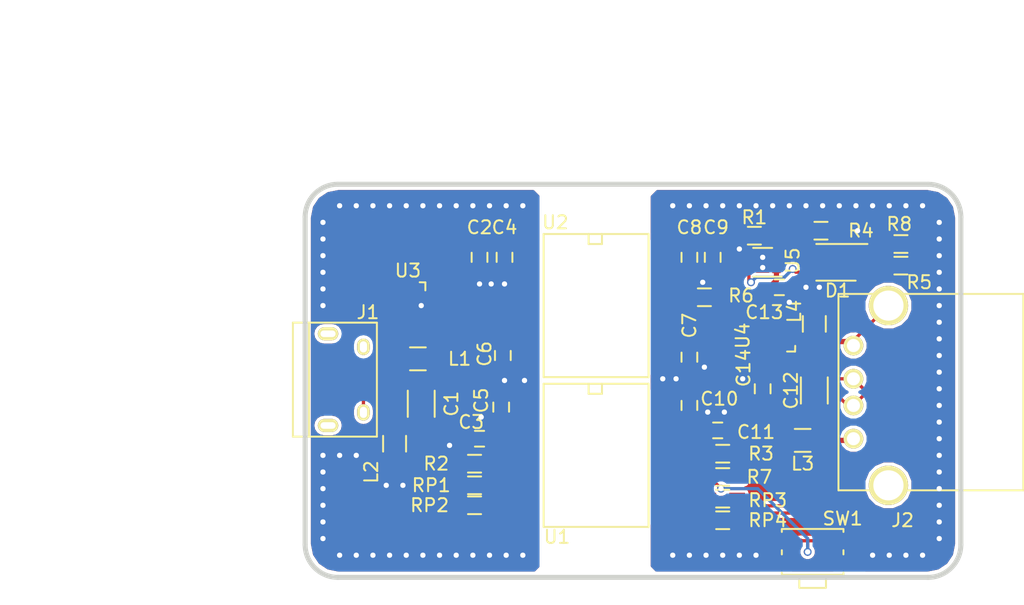
<source format=kicad_pcb>
(kicad_pcb (version 4) (host pcbnew "(after 2015-mar-04 BZR unknown)-product")

  (general
    (links 97)
    (no_connects 4)
    (area 61.617999 88.9948 139.939001 134.620001)
    (thickness 1.6)
    (drawings 10)
    (tracks 577)
    (zones 0)
    (modules 39)
    (nets 29)
  )

  (page A4)
  (layers
    (0 F.Cu signal)
    (31 B.Cu signal)
    (37 F.SilkS user)
    (38 B.Mask user)
    (39 F.Mask user)
    (40 Dwgs.User user)
    (44 Edge.Cuts user)
  )

  (setup
    (last_trace_width 0.25)
    (user_trace_width 0.25)
    (trace_clearance 0.1)
    (zone_clearance 0.25)
    (zone_45_only no)
    (trace_min 0.2)
    (segment_width 0.381)
    (edge_width 0.381)
    (via_size 0.6)
    (via_drill 0.4)
    (via_min_size 0.4)
    (via_min_drill 0.3)
    (uvia_size 0.3)
    (uvia_drill 0.1)
    (uvias_allowed no)
    (uvia_min_size 0.2)
    (uvia_min_drill 0.1)
    (pcb_text_width 0.3048)
    (pcb_text_size 1.524 2.032)
    (mod_edge_width 0.381)
    (mod_text_size 1.524 1.524)
    (mod_text_width 0.3048)
    (pad_size 2.99974 2.99974)
    (pad_drill 2.1844)
    (pad_to_mask_clearance 0.2)
    (aux_axis_origin 0 0)
    (visible_elements 7FFEFFFF)
    (pcbplotparams
      (layerselection 0x010e0_80000001)
      (usegerberextensions true)
      (excludeedgelayer true)
      (linewidth 0.100000)
      (plotframeref false)
      (viasonmask false)
      (mode 1)
      (useauxorigin false)
      (hpglpennumber 1)
      (hpglpenspeed 20)
      (hpglpendiameter 15)
      (hpglpenoverlay 2)
      (psnegative false)
      (psa4output false)
      (plotreference true)
      (plotvalue true)
      (plotinvisibletext false)
      (padsonsilk false)
      (subtractmaskfromsilk false)
      (outputformat 1)
      (mirror false)
      (drillshape 0)
      (scaleselection 1)
      (outputdirectory ./gerbers/))
  )

  (net 0 "")
  (net 1 GND)
  (net 2 UD-)
  (net 3 UD+)
  (net 4 DD+)
  (net 5 DD-)
  (net 6 "Net-(R1-Pad1)")
  (net 7 PIN)
  (net 8 /GND_IN)
  (net 9 /UD_IN+)
  (net 10 /UD_IN-)
  (net 11 /V_BUS_IN)
  (net 12 V_BUS)
  (net 13 VDD1)
  (net 14 GNDA)
  (net 15 V_ISO)
  (net 16 VDD2)
  (net 17 /V_ISO_OUT)
  (net 18 "Net-(D1-Pad3)")
  (net 19 "Net-(D1-Pad1)")
  (net 20 "Net-(R2-Pad1)")
  (net 21 "Net-(R3-Pad2)")
  (net 22 "Net-(R4-Pad2)")
  (net 23 "Net-(R5-Pad1)")
  (net 24 "Net-(R6-Pad2)")
  (net 25 /DD_OUT-)
  (net 26 /DD_OUT+)
  (net 27 /GNDA_OUT)
  (net 28 /V_ISO_UNPR)

  (net_class Default "This is the default net class."
    (clearance 0.1)
    (trace_width 0.25)
    (via_dia 0.6)
    (via_drill 0.4)
    (uvia_dia 0.3)
    (uvia_drill 0.1)
    (add_net /DD_OUT+)
    (add_net /DD_OUT-)
    (add_net "Net-(D1-Pad1)")
    (add_net "Net-(D1-Pad3)")
    (add_net "Net-(R1-Pad1)")
    (add_net "Net-(R2-Pad1)")
    (add_net "Net-(R3-Pad2)")
    (add_net "Net-(R4-Pad2)")
    (add_net "Net-(R5-Pad1)")
    (add_net "Net-(R6-Pad2)")
    (add_net PIN)
  )

  (net_class Power ""
    (clearance 0.1)
    (trace_width 0.4)
    (via_dia 0.6)
    (via_drill 0.4)
    (uvia_dia 0.3)
    (uvia_drill 0.1)
    (add_net /GNDA_OUT)
    (add_net /GND_IN)
    (add_net /V_BUS_IN)
    (add_net /V_ISO_OUT)
    (add_net /V_ISO_UNPR)
    (add_net GND)
    (add_net GNDA)
    (add_net VDD1)
    (add_net VDD2)
    (add_net V_BUS)
    (add_net V_ISO)
  )

  (net_class UD ""
    (clearance 0.1)
    (trace_width 0.25)
    (via_dia 0.6)
    (via_drill 0.4)
    (uvia_dia 0.3)
    (uvia_drill 0.1)
    (add_net /UD_IN+)
    (add_net /UD_IN-)
    (add_net DD+)
    (add_net DD-)
    (add_net UD+)
    (add_net UD-)
  )

  (module Resistors_SMD:R_0603_HandSoldering (layer F.Cu) (tedit 557E9864) (tstamp 55252378)
    (at 119.253 106.426 180)
    (descr "Resistor SMD 0603, hand soldering")
    (tags "resistor 0603")
    (path /555DBA61)
    (attr smd)
    (fp_text reference R1 (at 0 1.397 180) (layer F.SilkS)
      (effects (font (size 1 1) (thickness 0.15)))
    )
    (fp_text value 40K (at 0 1.9 180) (layer F.Fab)
      (effects (font (size 1 1) (thickness 0.15)))
    )
    (fp_line (start -2 -0.8) (end 2 -0.8) (layer F.CrtYd) (width 0.05))
    (fp_line (start -2 0.8) (end 2 0.8) (layer F.CrtYd) (width 0.05))
    (fp_line (start -2 -0.8) (end -2 0.8) (layer F.CrtYd) (width 0.05))
    (fp_line (start 2 -0.8) (end 2 0.8) (layer F.CrtYd) (width 0.05))
    (fp_line (start 0.5 0.675) (end -0.5 0.675) (layer F.SilkS) (width 0.15))
    (fp_line (start -0.5 -0.675) (end 0.5 -0.675) (layer F.SilkS) (width 0.15))
    (pad 1 smd rect (at -1.1 0 180) (size 1.2 0.9) (layers F.Cu F.Mask)
      (net 6 "Net-(R1-Pad1)"))
    (pad 2 smd rect (at 1.1 0 180) (size 1.2 0.9) (layers F.Cu F.Mask)
      (net 28 /V_ISO_UNPR))
    (model Resistors_SMD.3dshapes/R_0603_HandSoldering.wrl
      (at (xyz 0 0 0))
      (scale (xyz 1 1 1))
      (rotate (xyz 0 0 0))
    )
  )

  (module Connect:USB_A placed (layer F.Cu) (tedit 557E98B5) (tstamp 5522B63E)
    (at 126.81 118.364)
    (path /55411AC4)
    (fp_text reference J2 (at 3.746 9.779) (layer F.SilkS)
      (effects (font (size 1 1) (thickness 0.15)))
    )
    (fp_text value USB (at 7.62 -2.54) (layer F.Fab)
      (effects (font (size 1 1) (thickness 0.15)))
    )
    (fp_line (start -1.143 -7.493) (end 12.954 -7.493) (layer F.SilkS) (width 0.15))
    (fp_line (start 12.954 7.493) (end -1.143 7.493) (layer F.SilkS) (width 0.15))
    (fp_line (start -1.143 -7.493) (end -1.143 7.493) (layer F.SilkS) (width 0.15))
    (fp_line (start 12.954 -7.493) (end 12.954 7.493) (layer F.SilkS) (width 0.15))
    (pad 4 thru_hole circle (at 0 -3.556) (size 1.50114 1.50114) (drill 1.00076) (layers *.Cu *.Mask F.SilkS)
      (net 27 /GNDA_OUT))
    (pad 3 thru_hole circle (at 0 -1.016) (size 1.50114 1.50114) (drill 1.00076) (layers *.Cu *.Mask F.SilkS)
      (net 4 DD+))
    (pad 2 thru_hole circle (at 0 1.016) (size 1.50114 1.50114) (drill 1.00076) (layers *.Cu *.Mask F.SilkS)
      (net 5 DD-))
    (pad 1 thru_hole circle (at 0 3.556) (size 1.50114 1.50114) (drill 1.00076) (layers *.Cu *.Mask F.SilkS)
      (net 17 /V_ISO_OUT))
    (pad 5 thru_hole circle (at 2.667 -6.604) (size 2.99974 2.99974) (drill 2.30124) (layers *.Cu *.Mask F.SilkS)
      (net 27 /GNDA_OUT))
    (pad 6 thru_hole circle (at 2.667 7.112) (size 2.99974 2.99974) (drill 2.30124) (layers *.Cu *.Mask F.SilkS)
      (net 27 /GNDA_OUT))
    (model Connect.3dshapes/USB_A.wrl
      (at (xyz 0 0 0))
      (scale (xyz 1 1 1))
      (rotate (xyz 0 0 0))
    )
  )

  (module SMD_Packages:SO-16-W placed (layer F.Cu) (tedit 0) (tstamp 5522B6B2)
    (at 107.125 123.19 270)
    (descr "Module CMS SOJ 16 pins tres large")
    (tags "CMS SOJ")
    (path /553F8DEF)
    (attr smd)
    (fp_text reference U1 (at 6.223 2.921 360) (layer F.SilkS)
      (effects (font (size 1 1) (thickness 0.15)))
    )
    (fp_text value ADuM4160 (at 0.127 2.286 270) (layer F.Fab)
      (effects (font (size 1 1) (thickness 0.15)))
    )
    (fp_line (start -5.461 3.937) (end -5.461 -4.064) (layer F.SilkS) (width 0.15))
    (fp_line (start 5.461 -4.064) (end 5.461 3.937) (layer F.SilkS) (width 0.15))
    (fp_line (start -5.461 -4.064) (end 5.461 -4.064) (layer F.SilkS) (width 0.15))
    (fp_line (start 5.461 3.937) (end -5.461 3.937) (layer F.SilkS) (width 0.15))
    (fp_line (start -5.461 -0.508) (end -4.699 -0.508) (layer F.SilkS) (width 0.15))
    (fp_line (start -4.699 -0.508) (end -4.699 0.508) (layer F.SilkS) (width 0.15))
    (fp_line (start -4.699 0.508) (end -5.461 0.508) (layer F.SilkS) (width 0.15))
    (pad 1 smd rect (at -4.445 5.08 270) (size 0.508 1.143) (layers F.Cu F.Mask)
      (net 12 V_BUS))
    (pad 2 smd rect (at -3.175 5.08 270) (size 0.508 1.143) (layers F.Cu F.Mask)
      (net 1 GND))
    (pad 3 smd rect (at -1.905 5.08 270) (size 0.508 1.143) (layers F.Cu F.Mask)
      (net 13 VDD1))
    (pad 4 smd rect (at -0.635 5.08 270) (size 0.508 1.143) (layers F.Cu F.Mask)
      (net 13 VDD1))
    (pad 5 smd rect (at 0.635 5.08 270) (size 0.508 1.143) (layers F.Cu F.Mask)
      (net 20 "Net-(R2-Pad1)"))
    (pad 6 smd rect (at 1.905 5.08 270) (size 0.508 1.143) (layers F.Cu F.Mask)
      (net 10 /UD_IN-))
    (pad 7 smd rect (at 3.175 5.08 270) (size 0.508 1.143) (layers F.Cu F.Mask)
      (net 9 /UD_IN+))
    (pad 8 smd rect (at 4.445 5.08 270) (size 0.508 1.143) (layers F.Cu F.Mask)
      (net 1 GND))
    (pad 9 smd rect (at 4.445 -5.08 270) (size 0.508 1.143) (layers F.Cu F.Mask)
      (net 14 GNDA))
    (pad 10 smd rect (at 3.175 -5.08 270) (size 0.508 1.143) (layers F.Cu F.Mask)
      (net 26 /DD_OUT+))
    (pad 11 smd rect (at 1.905 -5.08 270) (size 0.508 1.143) (layers F.Cu F.Mask)
      (net 25 /DD_OUT-))
    (pad 12 smd rect (at 0.635 -5.08 270) (size 0.508 1.143) (layers F.Cu F.Mask)
      (net 7 PIN))
    (pad 13 smd rect (at -0.635 -5.08 270) (size 0.508 1.143) (layers F.Cu F.Mask)
      (net 21 "Net-(R3-Pad2)"))
    (pad 14 smd rect (at -1.905 -5.08 270) (size 0.508 1.143) (layers F.Cu F.Mask)
      (net 16 VDD2))
    (pad 15 smd rect (at -3.175 -5.08 270) (size 0.508 1.143) (layers F.Cu F.Mask)
      (net 14 GNDA))
    (pad 16 smd rect (at -4.445 -5.08 270) (size 0.508 1.143) (layers F.Cu F.Mask)
      (net 15 V_ISO))
    (model SMD_Packages.3dshapes/SO-16-W.wrl
      (at (xyz 0 0 0))
      (scale (xyz 0.5 0.6 0.5))
      (rotate (xyz 0 0 0))
    )
  )

  (module SMD_Packages:SO-16-W placed (layer F.Cu) (tedit 0) (tstamp 5522B6C6)
    (at 107.125 111.76 270)
    (descr "Module CMS SOJ 16 pins tres large")
    (tags "CMS SOJ")
    (path /553F8E2D)
    (attr smd)
    (fp_text reference U2 (at -6.35 3.048 360) (layer F.SilkS)
      (effects (font (size 1 1) (thickness 0.15)))
    )
    (fp_text value ADuM6000 (at 0.127 2.286 270) (layer F.Fab)
      (effects (font (size 1 1) (thickness 0.15)))
    )
    (fp_line (start -5.461 3.937) (end -5.461 -4.064) (layer F.SilkS) (width 0.15))
    (fp_line (start 5.461 -4.064) (end 5.461 3.937) (layer F.SilkS) (width 0.15))
    (fp_line (start -5.461 -4.064) (end 5.461 -4.064) (layer F.SilkS) (width 0.15))
    (fp_line (start 5.461 3.937) (end -5.461 3.937) (layer F.SilkS) (width 0.15))
    (fp_line (start -5.461 -0.508) (end -4.699 -0.508) (layer F.SilkS) (width 0.15))
    (fp_line (start -4.699 -0.508) (end -4.699 0.508) (layer F.SilkS) (width 0.15))
    (fp_line (start -4.699 0.508) (end -5.461 0.508) (layer F.SilkS) (width 0.15))
    (pad 1 smd rect (at -4.445 5.08 270) (size 0.508 1.143) (layers F.Cu F.Mask)
      (net 12 V_BUS))
    (pad 2 smd rect (at -3.175 5.08 270) (size 0.508 1.143) (layers F.Cu F.Mask)
      (net 1 GND))
    (pad 3 smd rect (at -1.905 5.08 270) (size 0.508 1.143) (layers F.Cu F.Mask))
    (pad 4 smd rect (at -0.635 5.08 270) (size 0.508 1.143) (layers F.Cu F.Mask)
      (net 1 GND))
    (pad 5 smd rect (at 0.635 5.08 270) (size 0.508 1.143) (layers F.Cu F.Mask))
    (pad 6 smd rect (at 1.905 5.08 270) (size 0.508 1.143) (layers F.Cu F.Mask)
      (net 12 V_BUS))
    (pad 7 smd rect (at 3.175 5.08 270) (size 0.508 1.143) (layers F.Cu F.Mask)
      (net 12 V_BUS))
    (pad 8 smd rect (at 4.445 5.08 270) (size 0.508 1.143) (layers F.Cu F.Mask)
      (net 1 GND))
    (pad 9 smd rect (at 4.445 -5.08 270) (size 0.508 1.143) (layers F.Cu F.Mask)
      (net 14 GNDA))
    (pad 10 smd rect (at 3.175 -5.08 270) (size 0.508 1.143) (layers F.Cu F.Mask)
      (net 28 /V_ISO_UNPR))
    (pad 11 smd rect (at 1.905 -5.08 270) (size 0.508 1.143) (layers F.Cu F.Mask))
    (pad 12 smd rect (at 0.635 -5.08 270) (size 0.508 1.143) (layers F.Cu F.Mask))
    (pad 13 smd rect (at -0.635 -5.08 270) (size 0.508 1.143) (layers F.Cu F.Mask)
      (net 24 "Net-(R6-Pad2)"))
    (pad 14 smd rect (at -1.905 -5.08 270) (size 0.508 1.143) (layers F.Cu F.Mask))
    (pad 15 smd rect (at -3.175 -5.08 270) (size 0.508 1.143) (layers F.Cu F.Mask)
      (net 14 GNDA))
    (pad 16 smd rect (at -4.445 -5.08 270) (size 0.508 1.143) (layers F.Cu F.Mask)
      (net 28 /V_ISO_UNPR))
    (model SMD_Packages.3dshapes/SO-16-W.wrl
      (at (xyz 0 0 0))
      (scale (xyz 0.5 0.6 0.5))
      (rotate (xyz 0 0 0))
    )
  )

  (module Capacitors_SMD:C_0603 (layer F.Cu) (tedit 5532864C) (tstamp 55251CEA)
    (at 98.298 108.077 270)
    (descr "Capacitor SMD 0603, reflow soldering, AVX (see smccp.pdf)")
    (tags "capacitor 0603")
    (path /5540C0D6)
    (attr smd)
    (fp_text reference C2 (at -2.286 0 360) (layer F.SilkS)
      (effects (font (size 1 1) (thickness 0.15)))
    )
    (fp_text value 10uF (at 0 1.9 270) (layer F.Fab)
      (effects (font (size 1 1) (thickness 0.15)))
    )
    (fp_line (start -1.45 -0.75) (end 1.45 -0.75) (layer F.CrtYd) (width 0.05))
    (fp_line (start -1.45 0.75) (end 1.45 0.75) (layer F.CrtYd) (width 0.05))
    (fp_line (start -1.45 -0.75) (end -1.45 0.75) (layer F.CrtYd) (width 0.05))
    (fp_line (start 1.45 -0.75) (end 1.45 0.75) (layer F.CrtYd) (width 0.05))
    (fp_line (start -0.35 -0.6) (end 0.35 -0.6) (layer F.SilkS) (width 0.15))
    (fp_line (start 0.35 0.6) (end -0.35 0.6) (layer F.SilkS) (width 0.15))
    (pad 1 smd rect (at -0.75 0 270) (size 0.8 0.75) (layers F.Cu F.Mask)
      (net 12 V_BUS))
    (pad 2 smd rect (at 0.75 0 270) (size 0.8 0.75) (layers F.Cu F.Mask)
      (net 1 GND))
    (model Capacitors_SMD.3dshapes/C_0603.wrl
      (at (xyz 0 0 0))
      (scale (xyz 1 1 1))
      (rotate (xyz 0 0 0))
    )
  )

  (module Capacitors_SMD:C_0603 (layer F.Cu) (tedit 557E852A) (tstamp 55251CEF)
    (at 98.298 121.92 180)
    (descr "Capacitor SMD 0603, reflow soldering, AVX (see smccp.pdf)")
    (tags "capacitor 0603")
    (path /5540C933)
    (attr smd)
    (fp_text reference C3 (at 0.635 1.27 180) (layer F.SilkS)
      (effects (font (size 1 1) (thickness 0.15)))
    )
    (fp_text value 0.1uF (at 0 1.9 180) (layer F.Fab)
      (effects (font (size 1 1) (thickness 0.15)))
    )
    (fp_line (start -1.45 -0.75) (end 1.45 -0.75) (layer F.CrtYd) (width 0.05))
    (fp_line (start -1.45 0.75) (end 1.45 0.75) (layer F.CrtYd) (width 0.05))
    (fp_line (start -1.45 -0.75) (end -1.45 0.75) (layer F.CrtYd) (width 0.05))
    (fp_line (start 1.45 -0.75) (end 1.45 0.75) (layer F.CrtYd) (width 0.05))
    (fp_line (start -0.35 -0.6) (end 0.35 -0.6) (layer F.SilkS) (width 0.15))
    (fp_line (start 0.35 0.6) (end -0.35 0.6) (layer F.SilkS) (width 0.15))
    (pad 1 smd rect (at -0.75 0 180) (size 0.8 0.75) (layers F.Cu F.Mask)
      (net 13 VDD1))
    (pad 2 smd rect (at 0.75 0 180) (size 0.8 0.75) (layers F.Cu F.Mask)
      (net 1 GND))
    (model Capacitors_SMD.3dshapes/C_0603.wrl
      (at (xyz 0 0 0))
      (scale (xyz 1 1 1))
      (rotate (xyz 0 0 0))
    )
  )

  (module Capacitors_SMD:C_0603 (layer F.Cu) (tedit 55328641) (tstamp 55251CF4)
    (at 100.203 108.077 270)
    (descr "Capacitor SMD 0603, reflow soldering, AVX (see smccp.pdf)")
    (tags "capacitor 0603")
    (path /5540C188)
    (attr smd)
    (fp_text reference C4 (at -2.286 0 540) (layer F.SilkS)
      (effects (font (size 1 1) (thickness 0.15)))
    )
    (fp_text value 0.1uF (at 0 1.9 270) (layer F.Fab)
      (effects (font (size 1 1) (thickness 0.15)))
    )
    (fp_line (start -1.45 -0.75) (end 1.45 -0.75) (layer F.CrtYd) (width 0.05))
    (fp_line (start -1.45 0.75) (end 1.45 0.75) (layer F.CrtYd) (width 0.05))
    (fp_line (start -1.45 -0.75) (end -1.45 0.75) (layer F.CrtYd) (width 0.05))
    (fp_line (start 1.45 -0.75) (end 1.45 0.75) (layer F.CrtYd) (width 0.05))
    (fp_line (start -0.35 -0.6) (end 0.35 -0.6) (layer F.SilkS) (width 0.15))
    (fp_line (start 0.35 0.6) (end -0.35 0.6) (layer F.SilkS) (width 0.15))
    (pad 1 smd rect (at -0.75 0 270) (size 0.8 0.75) (layers F.Cu F.Mask)
      (net 12 V_BUS))
    (pad 2 smd rect (at 0.75 0 270) (size 0.8 0.75) (layers F.Cu F.Mask)
      (net 1 GND))
    (model Capacitors_SMD.3dshapes/C_0603.wrl
      (at (xyz 0 0 0))
      (scale (xyz 1 1 1))
      (rotate (xyz 0 0 0))
    )
  )

  (module Capacitors_SMD:C_0603 (layer F.Cu) (tedit 557E8536) (tstamp 55251CF9)
    (at 99.949 119.507 270)
    (descr "Capacitor SMD 0603, reflow soldering, AVX (see smccp.pdf)")
    (tags "capacitor 0603")
    (path /5540C5FD)
    (attr smd)
    (fp_text reference C5 (at -0.508 1.524 270) (layer F.SilkS)
      (effects (font (size 1 1) (thickness 0.15)))
    )
    (fp_text value 0.1uF (at 0 1.9 270) (layer F.Fab)
      (effects (font (size 1 1) (thickness 0.15)))
    )
    (fp_line (start -1.45 -0.75) (end 1.45 -0.75) (layer F.CrtYd) (width 0.05))
    (fp_line (start -1.45 0.75) (end 1.45 0.75) (layer F.CrtYd) (width 0.05))
    (fp_line (start -1.45 -0.75) (end -1.45 0.75) (layer F.CrtYd) (width 0.05))
    (fp_line (start 1.45 -0.75) (end 1.45 0.75) (layer F.CrtYd) (width 0.05))
    (fp_line (start -0.35 -0.6) (end 0.35 -0.6) (layer F.SilkS) (width 0.15))
    (fp_line (start 0.35 0.6) (end -0.35 0.6) (layer F.SilkS) (width 0.15))
    (pad 1 smd rect (at -0.75 0 270) (size 0.8 0.75) (layers F.Cu F.Mask)
      (net 12 V_BUS))
    (pad 2 smd rect (at 0.75 0 270) (size 0.8 0.75) (layers F.Cu F.Mask)
      (net 1 GND))
    (model Capacitors_SMD.3dshapes/C_0603.wrl
      (at (xyz 0 0 0))
      (scale (xyz 1 1 1))
      (rotate (xyz 0 0 0))
    )
  )

  (module Capacitors_SMD:C_0603 (layer F.Cu) (tedit 553286E5) (tstamp 55251CFE)
    (at 100.076 115.57 270)
    (descr "Capacitor SMD 0603, reflow soldering, AVX (see smccp.pdf)")
    (tags "capacitor 0603")
    (path /5540C1AA)
    (attr smd)
    (fp_text reference C6 (at -0.127 1.397 270) (layer F.SilkS)
      (effects (font (size 1 1) (thickness 0.15)))
    )
    (fp_text value 10uF (at 0 1.9 270) (layer F.Fab)
      (effects (font (size 1 1) (thickness 0.15)))
    )
    (fp_line (start -1.45 -0.75) (end 1.45 -0.75) (layer F.CrtYd) (width 0.05))
    (fp_line (start -1.45 0.75) (end 1.45 0.75) (layer F.CrtYd) (width 0.05))
    (fp_line (start -1.45 -0.75) (end -1.45 0.75) (layer F.CrtYd) (width 0.05))
    (fp_line (start 1.45 -0.75) (end 1.45 0.75) (layer F.CrtYd) (width 0.05))
    (fp_line (start -0.35 -0.6) (end 0.35 -0.6) (layer F.SilkS) (width 0.15))
    (fp_line (start 0.35 0.6) (end -0.35 0.6) (layer F.SilkS) (width 0.15))
    (pad 1 smd rect (at -0.75 0 270) (size 0.8 0.75) (layers F.Cu F.Mask)
      (net 12 V_BUS))
    (pad 2 smd rect (at 0.75 0 270) (size 0.8 0.75) (layers F.Cu F.Mask)
      (net 1 GND))
    (model Capacitors_SMD.3dshapes/C_0603.wrl
      (at (xyz 0 0 0))
      (scale (xyz 1 1 1))
      (rotate (xyz 0 0 0))
    )
  )

  (module Capacitors_SMD:C_0603 (layer F.Cu) (tedit 55329952) (tstamp 55251D03)
    (at 114.3 115.697 270)
    (descr "Capacitor SMD 0603, reflow soldering, AVX (see smccp.pdf)")
    (tags "capacitor 0603")
    (path /5540E843)
    (attr smd)
    (fp_text reference C7 (at -2.413 0 270) (layer F.SilkS)
      (effects (font (size 1 1) (thickness 0.15)))
    )
    (fp_text value 10uF (at 0 1.9 270) (layer F.Fab)
      (effects (font (size 1 1) (thickness 0.15)))
    )
    (fp_line (start -1.45 -0.75) (end 1.45 -0.75) (layer F.CrtYd) (width 0.05))
    (fp_line (start -1.45 0.75) (end 1.45 0.75) (layer F.CrtYd) (width 0.05))
    (fp_line (start -1.45 -0.75) (end -1.45 0.75) (layer F.CrtYd) (width 0.05))
    (fp_line (start 1.45 -0.75) (end 1.45 0.75) (layer F.CrtYd) (width 0.05))
    (fp_line (start -0.35 -0.6) (end 0.35 -0.6) (layer F.SilkS) (width 0.15))
    (fp_line (start 0.35 0.6) (end -0.35 0.6) (layer F.SilkS) (width 0.15))
    (pad 1 smd rect (at -0.75 0 270) (size 0.8 0.75) (layers F.Cu F.Mask)
      (net 28 /V_ISO_UNPR))
    (pad 2 smd rect (at 0.75 0 270) (size 0.8 0.75) (layers F.Cu F.Mask)
      (net 14 GNDA))
    (model Capacitors_SMD.3dshapes/C_0603.wrl
      (at (xyz 0 0 0))
      (scale (xyz 1 1 1))
      (rotate (xyz 0 0 0))
    )
  )

  (module Capacitors_SMD:C_0603 (layer F.Cu) (tedit 553286B6) (tstamp 55251D08)
    (at 114.3 108.077 270)
    (descr "Capacitor SMD 0603, reflow soldering, AVX (see smccp.pdf)")
    (tags "capacitor 0603")
    (path /5540E294)
    (attr smd)
    (fp_text reference C8 (at -2.286 0 540) (layer F.SilkS)
      (effects (font (size 1 1) (thickness 0.15)))
    )
    (fp_text value 0.1uF (at 0 1.9 270) (layer F.Fab)
      (effects (font (size 1 1) (thickness 0.15)))
    )
    (fp_line (start -1.45 -0.75) (end 1.45 -0.75) (layer F.CrtYd) (width 0.05))
    (fp_line (start -1.45 0.75) (end 1.45 0.75) (layer F.CrtYd) (width 0.05))
    (fp_line (start -1.45 -0.75) (end -1.45 0.75) (layer F.CrtYd) (width 0.05))
    (fp_line (start 1.45 -0.75) (end 1.45 0.75) (layer F.CrtYd) (width 0.05))
    (fp_line (start -0.35 -0.6) (end 0.35 -0.6) (layer F.SilkS) (width 0.15))
    (fp_line (start 0.35 0.6) (end -0.35 0.6) (layer F.SilkS) (width 0.15))
    (pad 1 smd rect (at -0.75 0 270) (size 0.8 0.75) (layers F.Cu F.Mask)
      (net 28 /V_ISO_UNPR))
    (pad 2 smd rect (at 0.75 0 270) (size 0.8 0.75) (layers F.Cu F.Mask)
      (net 14 GNDA))
    (model Capacitors_SMD.3dshapes/C_0603.wrl
      (at (xyz 0 0 0))
      (scale (xyz 1 1 1))
      (rotate (xyz 0 0 0))
    )
  )

  (module Resistors_SMD:R_0603_HandSoldering (layer F.Cu) (tedit 557E8550) (tstamp 5525237D)
    (at 97.917 123.825 180)
    (descr "Resistor SMD 0603, hand soldering")
    (tags "resistor 0603")
    (path /5540DB8B)
    (attr smd)
    (fp_text reference R2 (at 2.921 0 360) (layer F.SilkS)
      (effects (font (size 1 1) (thickness 0.15)))
    )
    (fp_text value 10k (at 0 1.9 180) (layer F.Fab)
      (effects (font (size 1 1) (thickness 0.15)))
    )
    (fp_line (start -2 -0.8) (end 2 -0.8) (layer F.CrtYd) (width 0.05))
    (fp_line (start -2 0.8) (end 2 0.8) (layer F.CrtYd) (width 0.05))
    (fp_line (start -2 -0.8) (end -2 0.8) (layer F.CrtYd) (width 0.05))
    (fp_line (start 2 -0.8) (end 2 0.8) (layer F.CrtYd) (width 0.05))
    (fp_line (start 0.5 0.675) (end -0.5 0.675) (layer F.SilkS) (width 0.15))
    (fp_line (start -0.5 -0.675) (end 0.5 -0.675) (layer F.SilkS) (width 0.15))
    (pad 1 smd rect (at -1.1 0 180) (size 1.2 0.9) (layers F.Cu F.Mask)
      (net 20 "Net-(R2-Pad1)"))
    (pad 2 smd rect (at 1.1 0 180) (size 1.2 0.9) (layers F.Cu F.Mask)
      (net 13 VDD1))
    (model Resistors_SMD.3dshapes/R_0603_HandSoldering.wrl
      (at (xyz 0 0 0))
      (scale (xyz 1 1 1))
      (rotate (xyz 0 0 0))
    )
  )

  (module Resistors_SMD:R_0603_HandSoldering (layer F.Cu) (tedit 553289FE) (tstamp 55252382)
    (at 116.84 123.063 180)
    (descr "Resistor SMD 0603, hand soldering")
    (tags "resistor 0603")
    (path /5540FF7C)
    (attr smd)
    (fp_text reference R3 (at -2.921 0 180) (layer F.SilkS)
      (effects (font (size 1 1) (thickness 0.15)))
    )
    (fp_text value 10k (at 0 1.9 180) (layer F.Fab)
      (effects (font (size 1 1) (thickness 0.15)))
    )
    (fp_line (start -2 -0.8) (end 2 -0.8) (layer F.CrtYd) (width 0.05))
    (fp_line (start -2 0.8) (end 2 0.8) (layer F.CrtYd) (width 0.05))
    (fp_line (start -2 -0.8) (end -2 0.8) (layer F.CrtYd) (width 0.05))
    (fp_line (start 2 -0.8) (end 2 0.8) (layer F.CrtYd) (width 0.05))
    (fp_line (start 0.5 0.675) (end -0.5 0.675) (layer F.SilkS) (width 0.15))
    (fp_line (start -0.5 -0.675) (end 0.5 -0.675) (layer F.SilkS) (width 0.15))
    (pad 1 smd rect (at -1.1 0 180) (size 1.2 0.9) (layers F.Cu F.Mask)
      (net 16 VDD2))
    (pad 2 smd rect (at 1.1 0 180) (size 1.2 0.9) (layers F.Cu F.Mask)
      (net 21 "Net-(R3-Pad2)"))
    (model Resistors_SMD.3dshapes/R_0603_HandSoldering.wrl
      (at (xyz 0 0 0))
      (scale (xyz 1 1 1))
      (rotate (xyz 0 0 0))
    )
  )

  (module Resistors_SMD:R_0603_HandSoldering (layer F.Cu) (tedit 557E983E) (tstamp 55252387)
    (at 124.333 106.045 180)
    (descr "Resistor SMD 0603, hand soldering")
    (tags "resistor 0603")
    (path /555DD189)
    (attr smd)
    (fp_text reference R4 (at -3.048 0 180) (layer F.SilkS)
      (effects (font (size 1 1) (thickness 0.15)))
    )
    (fp_text value 650k (at 0 1.9 180) (layer F.Fab)
      (effects (font (size 1 1) (thickness 0.15)))
    )
    (fp_line (start -2 -0.8) (end 2 -0.8) (layer F.CrtYd) (width 0.05))
    (fp_line (start -2 0.8) (end 2 0.8) (layer F.CrtYd) (width 0.05))
    (fp_line (start -2 -0.8) (end -2 0.8) (layer F.CrtYd) (width 0.05))
    (fp_line (start 2 -0.8) (end 2 0.8) (layer F.CrtYd) (width 0.05))
    (fp_line (start 0.5 0.675) (end -0.5 0.675) (layer F.SilkS) (width 0.15))
    (fp_line (start -0.5 -0.675) (end 0.5 -0.675) (layer F.SilkS) (width 0.15))
    (pad 1 smd rect (at -1.1 0 180) (size 1.2 0.9) (layers F.Cu F.Mask)
      (net 14 GNDA))
    (pad 2 smd rect (at 1.1 0 180) (size 1.2 0.9) (layers F.Cu F.Mask)
      (net 22 "Net-(R4-Pad2)"))
    (model Resistors_SMD.3dshapes/R_0603_HandSoldering.wrl
      (at (xyz 0 0 0))
      (scale (xyz 1 1 1))
      (rotate (xyz 0 0 0))
    )
  )

  (module Resistors_SMD:R_0603_HandSoldering (layer F.Cu) (tedit 557E98BC) (tstamp 5525238C)
    (at 130.429 108.712 180)
    (descr "Resistor SMD 0603, hand soldering")
    (tags "resistor 0603")
    (path /555DEA3B)
    (attr smd)
    (fp_text reference R5 (at -1.397 -1.27 180) (layer F.SilkS)
      (effects (font (size 1 1) (thickness 0.15)))
    )
    (fp_text value 270 (at 0 1.9 180) (layer F.Fab)
      (effects (font (size 1 1) (thickness 0.15)))
    )
    (fp_line (start -2 -0.8) (end 2 -0.8) (layer F.CrtYd) (width 0.05))
    (fp_line (start -2 0.8) (end 2 0.8) (layer F.CrtYd) (width 0.05))
    (fp_line (start -2 -0.8) (end -2 0.8) (layer F.CrtYd) (width 0.05))
    (fp_line (start 2 -0.8) (end 2 0.8) (layer F.CrtYd) (width 0.05))
    (fp_line (start 0.5 0.675) (end -0.5 0.675) (layer F.SilkS) (width 0.15))
    (fp_line (start -0.5 -0.675) (end 0.5 -0.675) (layer F.SilkS) (width 0.15))
    (pad 1 smd rect (at -1.1 0 180) (size 1.2 0.9) (layers F.Cu F.Mask)
      (net 23 "Net-(R5-Pad1)"))
    (pad 2 smd rect (at 1.1 0 180) (size 1.2 0.9) (layers F.Cu F.Mask)
      (net 18 "Net-(D1-Pad3)"))
    (model Resistors_SMD.3dshapes/R_0603_HandSoldering.wrl
      (at (xyz 0 0 0))
      (scale (xyz 1 1 1))
      (rotate (xyz 0 0 0))
    )
  )

  (module Resistors_SMD:R_0603_HandSoldering (layer F.Cu) (tedit 557E9888) (tstamp 55252391)
    (at 115.443 111.125 180)
    (descr "Resistor SMD 0603, hand soldering")
    (tags "resistor 0603")
    (path /5540DD35)
    (attr smd)
    (fp_text reference R6 (at -2.794 0.127 180) (layer F.SilkS)
      (effects (font (size 1 1) (thickness 0.15)))
    )
    (fp_text value 40K (at 0 1.9 180) (layer F.Fab)
      (effects (font (size 1 1) (thickness 0.15)))
    )
    (fp_line (start -2 -0.8) (end 2 -0.8) (layer F.CrtYd) (width 0.05))
    (fp_line (start -2 0.8) (end 2 0.8) (layer F.CrtYd) (width 0.05))
    (fp_line (start -2 -0.8) (end -2 0.8) (layer F.CrtYd) (width 0.05))
    (fp_line (start 2 -0.8) (end 2 0.8) (layer F.CrtYd) (width 0.05))
    (fp_line (start 0.5 0.675) (end -0.5 0.675) (layer F.SilkS) (width 0.15))
    (fp_line (start -0.5 -0.675) (end 0.5 -0.675) (layer F.SilkS) (width 0.15))
    (pad 1 smd rect (at -1.1 0 180) (size 1.2 0.9) (layers F.Cu F.Mask)
      (net 28 /V_ISO_UNPR))
    (pad 2 smd rect (at 1.1 0 180) (size 1.2 0.9) (layers F.Cu F.Mask)
      (net 24 "Net-(R6-Pad2)"))
    (model Resistors_SMD.3dshapes/R_0603_HandSoldering.wrl
      (at (xyz 0 0 0))
      (scale (xyz 1 1 1))
      (rotate (xyz 0 0 0))
    )
  )

  (module Resistors_SMD:R_0603_HandSoldering (layer F.Cu) (tedit 557E9081) (tstamp 55252396)
    (at 116.84 124.841)
    (descr "Resistor SMD 0603, hand soldering")
    (tags "resistor 0603")
    (path /55410D8C)
    (attr smd)
    (fp_text reference R7 (at 2.794 0) (layer F.SilkS)
      (effects (font (size 1 1) (thickness 0.15)))
    )
    (fp_text value 40K (at 0 1.9) (layer F.Fab)
      (effects (font (size 1 1) (thickness 0.15)))
    )
    (fp_line (start -2 -0.8) (end 2 -0.8) (layer F.CrtYd) (width 0.05))
    (fp_line (start -2 0.8) (end 2 0.8) (layer F.CrtYd) (width 0.05))
    (fp_line (start -2 -0.8) (end -2 0.8) (layer F.CrtYd) (width 0.05))
    (fp_line (start 2 -0.8) (end 2 0.8) (layer F.CrtYd) (width 0.05))
    (fp_line (start 0.5 0.675) (end -0.5 0.675) (layer F.SilkS) (width 0.15))
    (fp_line (start -0.5 -0.675) (end 0.5 -0.675) (layer F.SilkS) (width 0.15))
    (pad 1 smd rect (at -1.1 0) (size 1.2 0.9) (layers F.Cu F.Mask)
      (net 7 PIN))
    (pad 2 smd rect (at 1.1 0) (size 1.2 0.9) (layers F.Cu F.Mask)
      (net 16 VDD2))
    (model Resistors_SMD.3dshapes/R_0603_HandSoldering.wrl
      (at (xyz 0 0 0))
      (scale (xyz 1 1 1))
      (rotate (xyz 0 0 0))
    )
  )

  (module Resistors_SMD:R_0603_HandSoldering (layer F.Cu) (tedit 557E838E) (tstamp 552CC414)
    (at 130.429 107.061 180)
    (descr "Resistor SMD 0603, hand soldering")
    (tags "resistor 0603")
    (path /555DE9CF)
    (attr smd)
    (fp_text reference R8 (at 0.127 1.524 180) (layer F.SilkS)
      (effects (font (size 1 1) (thickness 0.15)))
    )
    (fp_text value 1k (at 0 1.9 180) (layer F.Fab)
      (effects (font (size 1 1) (thickness 0.15)))
    )
    (fp_line (start -2 -0.8) (end 2 -0.8) (layer F.CrtYd) (width 0.05))
    (fp_line (start -2 0.8) (end 2 0.8) (layer F.CrtYd) (width 0.05))
    (fp_line (start -2 -0.8) (end -2 0.8) (layer F.CrtYd) (width 0.05))
    (fp_line (start 2 -0.8) (end 2 0.8) (layer F.CrtYd) (width 0.05))
    (fp_line (start 0.5 0.675) (end -0.5 0.675) (layer F.SilkS) (width 0.15))
    (fp_line (start -0.5 -0.675) (end 0.5 -0.675) (layer F.SilkS) (width 0.15))
    (pad 1 smd rect (at -1.1 0 180) (size 1.2 0.9) (layers F.Cu F.Mask)
      (net 14 GNDA))
    (pad 2 smd rect (at 1.1 0 180) (size 1.2 0.9) (layers F.Cu F.Mask)
      (net 19 "Net-(D1-Pad1)"))
    (model Resistors_SMD.3dshapes/R_0603_HandSoldering.wrl
      (at (xyz 0 0 0))
      (scale (xyz 1 1 1))
      (rotate (xyz 0 0 0))
    )
  )

  (module Buttons_Switches_SMD_clone:SW_SPST_TL1014A (layer F.Cu) (tedit 557E917A) (tstamp 552CC41C)
    (at 123.698 130.556)
    (descr TL1014A)
    (tags "right angle;")
    (path /5541105E)
    (fp_text reference SW1 (at 2.286 -2.54) (layer F.SilkS)
      (effects (font (size 1 1) (thickness 0.15)))
    )
    (fp_text value SW_PUSH (at -0.127 -3.429) (layer F.Fab)
      (effects (font (size 1 1) (thickness 0.15)))
    )
    (fp_line (start -2.3495 0.1905) (end -2.3495 -0.127) (layer F.SilkS) (width 0.15))
    (fp_line (start 2.3495 0.1905) (end 2.3495 -0.127) (layer F.SilkS) (width 0.15))
    (fp_line (start 2.3495 1.7145) (end 2.3495 1.5875) (layer F.SilkS) (width 0.15))
    (fp_line (start -2.3495 1.7145) (end -2.3495 1.5875) (layer F.SilkS) (width 0.15))
    (fp_line (start -2.3495 -1.524) (end -2.3495 -1.7145) (layer F.SilkS) (width 0.15))
    (fp_line (start 2.3495 -1.7145) (end 2.3495 -1.524) (layer F.SilkS) (width 0.15))
    (fp_line (start -1.016 2.7305) (end -1.016 1.778) (layer F.SilkS) (width 0.15))
    (fp_line (start 1.016 2.7305) (end 1.016 1.778) (layer F.SilkS) (width 0.15))
    (fp_line (start -1 2.75) (end 1 2.75) (layer F.SilkS) (width 0.15))
    (fp_line (start -2.35 -1.75) (end 2.35 -1.75) (layer F.SilkS) (width 0.15))
    (fp_line (start -2.35 1.75) (end 2.35 1.75) (layer F.SilkS) (width 0.15))
    (pad 1 smd rect (at -2.8 -0.85) (size 1.2 1) (layers F.Cu F.Mask)
      (net 7 PIN))
    (pad 2 smd rect (at -2.8 0.85) (size 1.2 1) (layers F.Cu F.Mask)
      (net 14 GNDA))
    (pad 2 smd rect (at 2.8 0.85) (size 1.2 1) (layers F.Cu F.Mask)
      (net 14 GNDA))
    (pad 1 smd rect (at 2.8 -0.85) (size 1.2 1) (layers F.Cu F.Mask)
      (net 7 PIN))
  )

  (module Capacitors_SMD:C_0603 (layer F.Cu) (tedit 553286CB) (tstamp 553278C0)
    (at 116.078 108.077 270)
    (descr "Capacitor SMD 0603, reflow soldering, AVX (see smccp.pdf)")
    (tags "capacitor 0603")
    (path /5540E2E4)
    (attr smd)
    (fp_text reference C9 (at -2.286 -0.254 540) (layer F.SilkS)
      (effects (font (size 1 1) (thickness 0.15)))
    )
    (fp_text value 10uF (at 0 1.9 270) (layer F.Fab)
      (effects (font (size 1 1) (thickness 0.15)))
    )
    (fp_line (start -1.45 -0.75) (end 1.45 -0.75) (layer F.CrtYd) (width 0.05))
    (fp_line (start -1.45 0.75) (end 1.45 0.75) (layer F.CrtYd) (width 0.05))
    (fp_line (start -1.45 -0.75) (end -1.45 0.75) (layer F.CrtYd) (width 0.05))
    (fp_line (start 1.45 -0.75) (end 1.45 0.75) (layer F.CrtYd) (width 0.05))
    (fp_line (start -0.35 -0.6) (end 0.35 -0.6) (layer F.SilkS) (width 0.15))
    (fp_line (start 0.35 0.6) (end -0.35 0.6) (layer F.SilkS) (width 0.15))
    (pad 1 smd rect (at -0.75 0 270) (size 0.8 0.75) (layers F.Cu F.Mask)
      (net 28 /V_ISO_UNPR))
    (pad 2 smd rect (at 0.75 0 270) (size 0.8 0.75) (layers F.Cu F.Mask)
      (net 14 GNDA))
    (model Capacitors_SMD.3dshapes/C_0603.wrl
      (at (xyz 0 0 0))
      (scale (xyz 1 1 1))
      (rotate (xyz 0 0 0))
    )
  )

  (module Capacitors_SMD:C_0603 (layer F.Cu) (tedit 5532995D) (tstamp 553278CC)
    (at 114.3 119.38 270)
    (descr "Capacitor SMD 0603, reflow soldering, AVX (see smccp.pdf)")
    (tags "capacitor 0603")
    (path /5540FCD6)
    (attr smd)
    (fp_text reference C10 (at -0.508 -2.286 360) (layer F.SilkS)
      (effects (font (size 1 1) (thickness 0.15)))
    )
    (fp_text value 0.1uF (at 0 1.9 270) (layer F.Fab)
      (effects (font (size 1 1) (thickness 0.15)))
    )
    (fp_line (start -1.45 -0.75) (end 1.45 -0.75) (layer F.CrtYd) (width 0.05))
    (fp_line (start -1.45 0.75) (end 1.45 0.75) (layer F.CrtYd) (width 0.05))
    (fp_line (start -1.45 -0.75) (end -1.45 0.75) (layer F.CrtYd) (width 0.05))
    (fp_line (start 1.45 -0.75) (end 1.45 0.75) (layer F.CrtYd) (width 0.05))
    (fp_line (start -0.35 -0.6) (end 0.35 -0.6) (layer F.SilkS) (width 0.15))
    (fp_line (start 0.35 0.6) (end -0.35 0.6) (layer F.SilkS) (width 0.15))
    (pad 1 smd rect (at -0.75 0 270) (size 0.8 0.75) (layers F.Cu F.Mask)
      (net 15 V_ISO))
    (pad 2 smd rect (at 0.75 0 270) (size 0.8 0.75) (layers F.Cu F.Mask)
      (net 14 GNDA))
    (model Capacitors_SMD.3dshapes/C_0603.wrl
      (at (xyz 0 0 0))
      (scale (xyz 1 1 1))
      (rotate (xyz 0 0 0))
    )
  )

  (module Capacitors_SMD:C_0603 (layer F.Cu) (tedit 55329965) (tstamp 553278D8)
    (at 116.459 121.285)
    (descr "Capacitor SMD 0603, reflow soldering, AVX (see smccp.pdf)")
    (tags "capacitor 0603")
    (path /5540FDC1)
    (attr smd)
    (fp_text reference C11 (at 2.921 0.127) (layer F.SilkS)
      (effects (font (size 1 1) (thickness 0.15)))
    )
    (fp_text value 0.1uF (at 0 1.9) (layer F.Fab)
      (effects (font (size 1 1) (thickness 0.15)))
    )
    (fp_line (start -1.45 -0.75) (end 1.45 -0.75) (layer F.CrtYd) (width 0.05))
    (fp_line (start -1.45 0.75) (end 1.45 0.75) (layer F.CrtYd) (width 0.05))
    (fp_line (start -1.45 -0.75) (end -1.45 0.75) (layer F.CrtYd) (width 0.05))
    (fp_line (start 1.45 -0.75) (end 1.45 0.75) (layer F.CrtYd) (width 0.05))
    (fp_line (start -0.35 -0.6) (end 0.35 -0.6) (layer F.SilkS) (width 0.15))
    (fp_line (start 0.35 0.6) (end -0.35 0.6) (layer F.SilkS) (width 0.15))
    (pad 1 smd rect (at -0.75 0) (size 0.8 0.75) (layers F.Cu F.Mask)
      (net 16 VDD2))
    (pad 2 smd rect (at 0.75 0) (size 0.8 0.75) (layers F.Cu F.Mask)
      (net 14 GNDA))
    (model Capacitors_SMD.3dshapes/C_0603.wrl
      (at (xyz 0 0 0))
      (scale (xyz 1 1 1))
      (rotate (xyz 0 0 0))
    )
  )

  (module Capacitors_SMD:C_0603 (layer F.Cu) (tedit 557E9877) (tstamp 557D8CC2)
    (at 121.158 110.363)
    (descr "Capacitor SMD 0603, reflow soldering, AVX (see smccp.pdf)")
    (tags "capacitor 0603")
    (path /555DCC11)
    (attr smd)
    (fp_text reference C13 (at -1.143 1.905) (layer F.SilkS)
      (effects (font (size 1 1) (thickness 0.15)))
    )
    (fp_text value 22uF (at 0 1.9) (layer F.Fab)
      (effects (font (size 1 1) (thickness 0.15)))
    )
    (fp_line (start -1.45 -0.75) (end 1.45 -0.75) (layer F.CrtYd) (width 0.05))
    (fp_line (start -1.45 0.75) (end 1.45 0.75) (layer F.CrtYd) (width 0.05))
    (fp_line (start -1.45 -0.75) (end -1.45 0.75) (layer F.CrtYd) (width 0.05))
    (fp_line (start 1.45 -0.75) (end 1.45 0.75) (layer F.CrtYd) (width 0.05))
    (fp_line (start -0.35 -0.6) (end 0.35 -0.6) (layer F.SilkS) (width 0.15))
    (fp_line (start 0.35 0.6) (end -0.35 0.6) (layer F.SilkS) (width 0.15))
    (pad 1 smd rect (at -0.75 0) (size 0.8 0.75) (layers F.Cu F.Mask)
      (net 15 V_ISO))
    (pad 2 smd rect (at 0.75 0) (size 0.8 0.75) (layers F.Cu F.Mask)
      (net 14 GNDA))
    (model Capacitors_SMD.3dshapes/C_0603.wrl
      (at (xyz 0 0 0))
      (scale (xyz 1 1 1))
      (rotate (xyz 0 0 0))
    )
  )

  (module LEDs_clone:LED_Bi-Color_3.05x2.62mm (layer F.Cu) (tedit 557E9839) (tstamp 557D8CC9)
    (at 125.476 108.458 180)
    (descr "3.05x2.62mm  LED, 1.1mm thickness. e.g. http://www.farnell.com/datasheets/1915186.pdf")
    (tags "Bi-color led 3.05x2.62mm")
    (path /55646A71)
    (fp_text reference D1 (at -0.127 -2.159 180) (layer F.SilkS)
      (effects (font (size 1 1) (thickness 0.15)))
    )
    (fp_text value LED_Bi-Color (at 0 0 180) (layer F.Fab)
      (effects (font (size 1 1) (thickness 0.15)))
    )
    (fp_line (start -1.75 -1.5) (end -1.75 -1.65) (layer F.CrtYd) (width 0.05))
    (fp_line (start -1.75 -1.65) (end 1.75 -1.65) (layer F.CrtYd) (width 0.05))
    (fp_line (start 1.75 -1.65) (end 1.75 -1.5) (layer F.CrtYd) (width 0.05))
    (fp_line (start 1.75 -1.5) (end 2.75 -1.5) (layer F.CrtYd) (width 0.05))
    (fp_line (start 2.75 -1.5) (end 2.75 1.5) (layer F.CrtYd) (width 0.05))
    (fp_line (start 2.75 1.5) (end 1.75 1.5) (layer F.CrtYd) (width 0.05))
    (fp_line (start 1.75 1.5) (end 1.75 1.65) (layer F.CrtYd) (width 0.05))
    (fp_line (start 1.75 1.65) (end -1.75 1.65) (layer F.CrtYd) (width 0.05))
    (fp_line (start -1.75 1.65) (end -1.75 1.5) (layer F.CrtYd) (width 0.05))
    (fp_line (start -1.75 1.5) (end -2.75 1.5) (layer F.CrtYd) (width 0.05))
    (fp_line (start -2.75 1.5) (end -2.75 -1.5) (layer F.CrtYd) (width 0.05))
    (fp_line (start -2.75 -1.5) (end -1.75 -1.5) (layer F.CrtYd) (width 0.05))
    (fp_line (start -1.5 -1.4) (end 1.5 -1.4) (layer F.SilkS) (width 0.15))
    (fp_line (start -2.4 1.4) (end 1.5 1.4) (layer F.SilkS) (width 0.15))
    (pad 4 smd rect (at 1.5 -0.75 180) (size 2 1) (layers F.Cu F.Mask)
      (net 28 /V_ISO_UNPR))
    (pad 3 smd rect (at -1.5 -0.75 180) (size 2 1) (layers F.Cu F.Mask)
      (net 18 "Net-(D1-Pad3)"))
    (pad 1 smd rect (at -1.5 0.75 180) (size 2 1) (layers F.Cu F.Mask)
      (net 19 "Net-(D1-Pad1)"))
    (pad 2 smd rect (at 1.5 0.75 180) (size 2 1) (layers F.Cu F.Mask)
      (net 28 /V_ISO_UNPR))
  )

  (module Resistors_SMD:R_0805_HandSoldering (layer F.Cu) (tedit 557E8591) (tstamp 557D8CDE)
    (at 93.599 115.824)
    (descr "Resistor SMD 0805, hand soldering")
    (tags "resistor 0805")
    (path /55412677)
    (attr smd)
    (fp_text reference L1 (at 3.175 0) (layer F.SilkS)
      (effects (font (size 1 1) (thickness 0.15)))
    )
    (fp_text value INDUCTOR (at 0 2.1) (layer F.Fab)
      (effects (font (size 1 1) (thickness 0.15)))
    )
    (fp_line (start -2.4 -1) (end 2.4 -1) (layer F.CrtYd) (width 0.05))
    (fp_line (start -2.4 1) (end 2.4 1) (layer F.CrtYd) (width 0.05))
    (fp_line (start -2.4 -1) (end -2.4 1) (layer F.CrtYd) (width 0.05))
    (fp_line (start 2.4 -1) (end 2.4 1) (layer F.CrtYd) (width 0.05))
    (fp_line (start 0.6 0.875) (end -0.6 0.875) (layer F.SilkS) (width 0.15))
    (fp_line (start -0.6 -0.875) (end 0.6 -0.875) (layer F.SilkS) (width 0.15))
    (pad 1 smd rect (at -1.35 0) (size 1.5 1.3) (layers F.Cu F.Mask)
      (net 11 /V_BUS_IN))
    (pad 2 smd rect (at 1.35 0) (size 1.5 1.3) (layers F.Cu F.Mask)
      (net 12 V_BUS))
    (model Resistors_SMD.3dshapes/R_0805_HandSoldering.wrl
      (at (xyz 0 0 0))
      (scale (xyz 1 1 1))
      (rotate (xyz 0 0 0))
    )
  )

  (module Resistors_SMD:R_0805_HandSoldering (layer F.Cu) (tedit 54189DEE) (tstamp 557D8CE3)
    (at 91.821 122.301 270)
    (descr "Resistor SMD 0805, hand soldering")
    (tags "resistor 0805")
    (path /554123AA)
    (attr smd)
    (fp_text reference L2 (at 2.159 1.778 270) (layer F.SilkS)
      (effects (font (size 1 1) (thickness 0.15)))
    )
    (fp_text value INDUCTOR (at 0 2.1 270) (layer F.Fab)
      (effects (font (size 1 1) (thickness 0.15)))
    )
    (fp_line (start -2.4 -1) (end 2.4 -1) (layer F.CrtYd) (width 0.05))
    (fp_line (start -2.4 1) (end 2.4 1) (layer F.CrtYd) (width 0.05))
    (fp_line (start -2.4 -1) (end -2.4 1) (layer F.CrtYd) (width 0.05))
    (fp_line (start 2.4 -1) (end 2.4 1) (layer F.CrtYd) (width 0.05))
    (fp_line (start 0.6 0.875) (end -0.6 0.875) (layer F.SilkS) (width 0.15))
    (fp_line (start -0.6 -0.875) (end 0.6 -0.875) (layer F.SilkS) (width 0.15))
    (pad 1 smd rect (at -1.35 0 270) (size 1.5 1.3) (layers F.Cu F.Mask)
      (net 8 /GND_IN))
    (pad 2 smd rect (at 1.35 0 270) (size 1.5 1.3) (layers F.Cu F.Mask)
      (net 1 GND))
    (model Resistors_SMD.3dshapes/R_0805_HandSoldering.wrl
      (at (xyz 0 0 0))
      (scale (xyz 1 1 1))
      (rotate (xyz 0 0 0))
    )
  )

  (module Resistors_SMD:R_0805_HandSoldering (layer F.Cu) (tedit 54189DEE) (tstamp 557D8CE8)
    (at 122.936 122.047)
    (descr "Resistor SMD 0805, hand soldering")
    (tags "resistor 0805")
    (path /554162C7)
    (attr smd)
    (fp_text reference L3 (at 0 1.778) (layer F.SilkS)
      (effects (font (size 1 1) (thickness 0.15)))
    )
    (fp_text value INDUCTOR (at 0 2.1) (layer F.Fab)
      (effects (font (size 1 1) (thickness 0.15)))
    )
    (fp_line (start -2.4 -1) (end 2.4 -1) (layer F.CrtYd) (width 0.05))
    (fp_line (start -2.4 1) (end 2.4 1) (layer F.CrtYd) (width 0.05))
    (fp_line (start -2.4 -1) (end -2.4 1) (layer F.CrtYd) (width 0.05))
    (fp_line (start 2.4 -1) (end 2.4 1) (layer F.CrtYd) (width 0.05))
    (fp_line (start 0.6 0.875) (end -0.6 0.875) (layer F.SilkS) (width 0.15))
    (fp_line (start -0.6 -0.875) (end 0.6 -0.875) (layer F.SilkS) (width 0.15))
    (pad 1 smd rect (at -1.35 0) (size 1.5 1.3) (layers F.Cu F.Mask)
      (net 15 V_ISO))
    (pad 2 smd rect (at 1.35 0) (size 1.5 1.3) (layers F.Cu F.Mask)
      (net 17 /V_ISO_OUT))
    (model Resistors_SMD.3dshapes/R_0805_HandSoldering.wrl
      (at (xyz 0 0 0))
      (scale (xyz 1 1 1))
      (rotate (xyz 0 0 0))
    )
  )

  (module Resistors_SMD:R_0805_HandSoldering (layer F.Cu) (tedit 557EA789) (tstamp 557D8CED)
    (at 123.825 113.157 270)
    (descr "Resistor SMD 0805, hand soldering")
    (tags "resistor 0805")
    (path /55416A6F)
    (attr smd)
    (fp_text reference L4 (at -0.9525 1.524 270) (layer F.SilkS)
      (effects (font (size 1 1) (thickness 0.15)))
    )
    (fp_text value INDUCTOR (at 0 2.1 270) (layer F.Fab)
      (effects (font (size 1 1) (thickness 0.15)))
    )
    (fp_line (start -2.4 -1) (end 2.4 -1) (layer F.CrtYd) (width 0.05))
    (fp_line (start -2.4 1) (end 2.4 1) (layer F.CrtYd) (width 0.05))
    (fp_line (start -2.4 -1) (end -2.4 1) (layer F.CrtYd) (width 0.05))
    (fp_line (start 2.4 -1) (end 2.4 1) (layer F.CrtYd) (width 0.05))
    (fp_line (start 0.6 0.875) (end -0.6 0.875) (layer F.SilkS) (width 0.15))
    (fp_line (start -0.6 -0.875) (end 0.6 -0.875) (layer F.SilkS) (width 0.15))
    (pad 1 smd rect (at -1.35 0 270) (size 1.5 1.3) (layers F.Cu F.Mask)
      (net 14 GNDA))
    (pad 2 smd rect (at 1.35 0 270) (size 1.5 1.3) (layers F.Cu F.Mask)
      (net 27 /GNDA_OUT))
    (model Resistors_SMD.3dshapes/R_0805_HandSoldering.wrl
      (at (xyz 0 0 0))
      (scale (xyz 1 1 1))
      (rotate (xyz 0 0 0))
    )
  )

  (module Resistors_SMD:R_0603_HandSoldering (layer F.Cu) (tedit 557E8462) (tstamp 557D8CF2)
    (at 97.917 125.476 180)
    (descr "Resistor SMD 0603, hand soldering")
    (tags "resistor 0603")
    (path /5540CCE9)
    (attr smd)
    (fp_text reference RP1 (at 3.302 0 180) (layer F.SilkS)
      (effects (font (size 1 1) (thickness 0.15)))
    )
    (fp_text value 24 (at 0 1.9 180) (layer F.Fab)
      (effects (font (size 1 1) (thickness 0.15)))
    )
    (fp_line (start -2 -0.8) (end 2 -0.8) (layer F.CrtYd) (width 0.05))
    (fp_line (start -2 0.8) (end 2 0.8) (layer F.CrtYd) (width 0.05))
    (fp_line (start -2 -0.8) (end -2 0.8) (layer F.CrtYd) (width 0.05))
    (fp_line (start 2 -0.8) (end 2 0.8) (layer F.CrtYd) (width 0.05))
    (fp_line (start 0.5 0.675) (end -0.5 0.675) (layer F.SilkS) (width 0.15))
    (fp_line (start -0.5 -0.675) (end 0.5 -0.675) (layer F.SilkS) (width 0.15))
    (pad 1 smd rect (at -1.1 0 180) (size 1.2 0.9) (layers F.Cu F.Mask)
      (net 10 /UD_IN-))
    (pad 2 smd rect (at 1.1 0 180) (size 1.2 0.9) (layers F.Cu F.Mask)
      (net 2 UD-))
    (model Resistors_SMD.3dshapes/R_0603_HandSoldering.wrl
      (at (xyz 0 0 0))
      (scale (xyz 1 1 1))
      (rotate (xyz 0 0 0))
    )
  )

  (module Resistors_SMD:R_0603_HandSoldering (layer F.Cu) (tedit 557E8465) (tstamp 557D8CF7)
    (at 97.917 127 180)
    (descr "Resistor SMD 0603, hand soldering")
    (tags "resistor 0603")
    (path /5540CE66)
    (attr smd)
    (fp_text reference RP2 (at 3.429 0 180) (layer F.SilkS)
      (effects (font (size 1 1) (thickness 0.15)))
    )
    (fp_text value 24 (at 0 1.9 180) (layer F.Fab)
      (effects (font (size 1 1) (thickness 0.15)))
    )
    (fp_line (start -2 -0.8) (end 2 -0.8) (layer F.CrtYd) (width 0.05))
    (fp_line (start -2 0.8) (end 2 0.8) (layer F.CrtYd) (width 0.05))
    (fp_line (start -2 -0.8) (end -2 0.8) (layer F.CrtYd) (width 0.05))
    (fp_line (start 2 -0.8) (end 2 0.8) (layer F.CrtYd) (width 0.05))
    (fp_line (start 0.5 0.675) (end -0.5 0.675) (layer F.SilkS) (width 0.15))
    (fp_line (start -0.5 -0.675) (end 0.5 -0.675) (layer F.SilkS) (width 0.15))
    (pad 1 smd rect (at -1.1 0 180) (size 1.2 0.9) (layers F.Cu F.Mask)
      (net 9 /UD_IN+))
    (pad 2 smd rect (at 1.1 0 180) (size 1.2 0.9) (layers F.Cu F.Mask)
      (net 3 UD+))
    (model Resistors_SMD.3dshapes/R_0603_HandSoldering.wrl
      (at (xyz 0 0 0))
      (scale (xyz 1 1 1))
      (rotate (xyz 0 0 0))
    )
  )

  (module Resistors_SMD:R_0603_HandSoldering (layer F.Cu) (tedit 557E90E9) (tstamp 557D8D01)
    (at 116.84 126.492 180)
    (descr "Resistor SMD 0603, hand soldering")
    (tags "resistor 0603")
    (path /5540D647)
    (attr smd)
    (fp_text reference RP3 (at -3.429 -0.127 180) (layer F.SilkS)
      (effects (font (size 1 1) (thickness 0.15)))
    )
    (fp_text value 24 (at 0 1.9 180) (layer F.Fab)
      (effects (font (size 1 1) (thickness 0.15)))
    )
    (fp_line (start -2 -0.8) (end 2 -0.8) (layer F.CrtYd) (width 0.05))
    (fp_line (start -2 0.8) (end 2 0.8) (layer F.CrtYd) (width 0.05))
    (fp_line (start -2 -0.8) (end -2 0.8) (layer F.CrtYd) (width 0.05))
    (fp_line (start 2 -0.8) (end 2 0.8) (layer F.CrtYd) (width 0.05))
    (fp_line (start 0.5 0.675) (end -0.5 0.675) (layer F.SilkS) (width 0.15))
    (fp_line (start -0.5 -0.675) (end 0.5 -0.675) (layer F.SilkS) (width 0.15))
    (pad 1 smd rect (at -1.1 0 180) (size 1.2 0.9) (layers F.Cu F.Mask)
      (net 5 DD-))
    (pad 2 smd rect (at 1.1 0 180) (size 1.2 0.9) (layers F.Cu F.Mask)
      (net 25 /DD_OUT-))
    (model Resistors_SMD.3dshapes/R_0603_HandSoldering.wrl
      (at (xyz 0 0 0))
      (scale (xyz 1 1 1))
      (rotate (xyz 0 0 0))
    )
  )

  (module Resistors_SMD:R_0603_HandSoldering (layer F.Cu) (tedit 557E90F0) (tstamp 557D8D07)
    (at 116.84 128.143 180)
    (descr "Resistor SMD 0603, hand soldering")
    (tags "resistor 0603")
    (path /5540D64E)
    (attr smd)
    (fp_text reference RP4 (at -3.429 0 180) (layer F.SilkS)
      (effects (font (size 1 1) (thickness 0.15)))
    )
    (fp_text value 24 (at 0 1.9 180) (layer F.Fab)
      (effects (font (size 1 1) (thickness 0.15)))
    )
    (fp_line (start -2 -0.8) (end 2 -0.8) (layer F.CrtYd) (width 0.05))
    (fp_line (start -2 0.8) (end 2 0.8) (layer F.CrtYd) (width 0.05))
    (fp_line (start -2 -0.8) (end -2 0.8) (layer F.CrtYd) (width 0.05))
    (fp_line (start 2 -0.8) (end 2 0.8) (layer F.CrtYd) (width 0.05))
    (fp_line (start 0.5 0.675) (end -0.5 0.675) (layer F.SilkS) (width 0.15))
    (fp_line (start -0.5 -0.675) (end 0.5 -0.675) (layer F.SilkS) (width 0.15))
    (pad 1 smd rect (at -1.1 0 180) (size 1.2 0.9) (layers F.Cu F.Mask)
      (net 4 DD+))
    (pad 2 smd rect (at 1.1 0 180) (size 1.2 0.9) (layers F.Cu F.Mask)
      (net 26 /DD_OUT+))
    (model Resistors_SMD.3dshapes/R_0603_HandSoldering.wrl
      (at (xyz 0 0 0))
      (scale (xyz 1 1 1))
      (rotate (xyz 0 0 0))
    )
  )

  (module Housings_SOT-23_SOT-143_TSOT-6:SC-70-6 (layer F.Cu) (tedit 54E926FA) (tstamp 557D8D08)
    (at 92.837 111.76 180)
    (descr SC-70-6,)
    (tags SC-70-6,)
    (path /55575EC2)
    (attr smd)
    (fp_text reference U3 (at 0 2.667 360) (layer F.SilkS)
      (effects (font (size 1 1) (thickness 0.15)))
    )
    (fp_text value NUP4202 (at 0.04064 4.191 180) (layer F.Fab)
      (effects (font (size 1 1) (thickness 0.15)))
    )
    (fp_line (start -1.33096 1.16078) (end -1.33096 1.77038) (layer F.SilkS) (width 0.15))
    (fp_line (start -1.33096 1.77038) (end -0.89916 1.78054) (layer F.SilkS) (width 0.15))
    (pad 1 smd rect (at -0.65024 0.94996 180) (size 0.39878 0.7493) (layers F.Cu F.Mask)
      (net 3 UD+))
    (pad 2 smd rect (at 0 0.94996 180) (size 0.39878 0.7493) (layers F.Cu F.Mask)
      (net 1 GND))
    (pad 3 smd rect (at 0.65024 0.94996 180) (size 0.39878 0.7493) (layers F.Cu F.Mask))
    (pad 4 smd rect (at 0.65024 -0.94996 180) (size 0.39878 0.7493) (layers F.Cu F.Mask))
    (pad 5 smd rect (at 0 -0.94996 180) (size 0.39878 0.7493) (layers F.Cu F.Mask)
      (net 12 V_BUS))
    (pad 6 smd rect (at -0.65024 -0.94996 180) (size 0.39878 0.7493) (layers F.Cu F.Mask)
      (net 2 UD-))
    (model Housings_SOT-23_SOT-143_TSOT-6.3dshapes/SC-70-6.wrl
      (at (xyz 0 0 0))
      (scale (xyz 1 1 1))
      (rotate (xyz 0 0 0))
    )
  )

  (module Housings_SOT-23_SOT-143_TSOT-6:SC-70-6 (layer F.Cu) (tedit 54E926FA) (tstamp 557D8D11)
    (at 120.58904 113.93424 90)
    (descr SC-70-6,)
    (tags SC-70-6,)
    (path /55587E45)
    (attr smd)
    (fp_text reference U4 (at -0.127 -2.223 90) (layer F.SilkS)
      (effects (font (size 1 1) (thickness 0.15)))
    )
    (fp_text value NUP4202 (at 0.04064 4.191 90) (layer F.Fab)
      (effects (font (size 1 1) (thickness 0.15)))
    )
    (fp_line (start -1.33096 1.16078) (end -1.33096 1.77038) (layer F.SilkS) (width 0.15))
    (fp_line (start -1.33096 1.77038) (end -0.89916 1.78054) (layer F.SilkS) (width 0.15))
    (pad 1 smd rect (at -0.65024 0.94996 90) (size 0.39878 0.7493) (layers F.Cu F.Mask)
      (net 4 DD+))
    (pad 2 smd rect (at 0 0.94996 90) (size 0.39878 0.7493) (layers F.Cu F.Mask)
      (net 14 GNDA))
    (pad 3 smd rect (at 0.65024 0.94996 90) (size 0.39878 0.7493) (layers F.Cu F.Mask))
    (pad 4 smd rect (at 0.65024 -0.94996 90) (size 0.39878 0.7493) (layers F.Cu F.Mask))
    (pad 5 smd rect (at 0 -0.94996 90) (size 0.39878 0.7493) (layers F.Cu F.Mask)
      (net 15 V_ISO))
    (pad 6 smd rect (at -0.65024 -0.94996 90) (size 0.39878 0.7493) (layers F.Cu F.Mask)
      (net 5 DD-))
    (model Housings_SOT-23_SOT-143_TSOT-6.3dshapes/SC-70-6.wrl
      (at (xyz 0 0 0))
      (scale (xyz 1 1 1))
      (rotate (xyz 0 0 0))
    )
  )

  (module Housings_DFN_QFN:DFN-6-1EP_2x2mm_Pitch0.65mm (layer F.Cu) (tedit 557E9882) (tstamp 557D8D25)
    (at 119.888 108.458 180)
    (descr "6-Lead Plastic Dual Flat, No Lead Package (MA) - 2x2x0.9 mm Body [DFN] (see Microchip Packaging Specification 00000049BS.pdf)")
    (tags "DFN 0.65")
    (path /555DB6D7)
    (attr smd)
    (fp_text reference U5 (at -2.286 0.127 270) (layer F.SilkS)
      (effects (font (size 1 1) (thickness 0.15)))
    )
    (fp_text value TPS25200 (at 0 2.025 180) (layer F.Fab)
      (effects (font (size 1 1) (thickness 0.15)))
    )
    (fp_line (start -1.65 -1.25) (end -1.65 1.25) (layer F.CrtYd) (width 0.05))
    (fp_line (start 1.65 -1.25) (end 1.65 1.25) (layer F.CrtYd) (width 0.05))
    (fp_line (start -1.65 -1.25) (end 1.65 -1.25) (layer F.CrtYd) (width 0.05))
    (fp_line (start -1.65 1.25) (end 1.65 1.25) (layer F.CrtYd) (width 0.05))
    (fp_line (start -0.725 1.1) (end 0.725 1.1) (layer F.SilkS) (width 0.15))
    (fp_line (start -1.45 -1.1) (end 0.725 -1.1) (layer F.SilkS) (width 0.15))
    (pad 1 smd rect (at -1.05 -0.65 180) (size 0.65 0.35) (layers F.Cu F.Mask)
      (net 15 V_ISO))
    (pad 2 smd rect (at -1.05 0 180) (size 0.65 0.35) (layers F.Cu F.Mask)
      (net 22 "Net-(R4-Pad2)"))
    (pad 3 smd rect (at -1.05 0.65 180) (size 0.65 0.35) (layers F.Cu F.Mask)
      (net 23 "Net-(R5-Pad1)"))
    (pad 4 smd rect (at 1.05 0.65 180) (size 0.65 0.35) (layers F.Cu F.Mask)
      (net 6 "Net-(R1-Pad1)"))
    (pad 5 smd rect (at 1.05 0 180) (size 0.65 0.35) (layers F.Cu F.Mask)
      (net 14 GNDA))
    (pad 6 smd rect (at 1.05 -0.65 180) (size 0.65 0.35) (layers F.Cu F.Mask)
      (net 28 /V_ISO_UNPR))
    (pad 7 smd rect (at 0 0.4 180) (size 1 0.8) (layers F.Cu F.Mask)
      (net 14 GNDA) (solder_paste_margin_ratio -0.2))
    (pad 7 smd rect (at 0 -0.4 180) (size 1 0.8) (layers F.Cu F.Mask)
      (net 14 GNDA) (solder_paste_margin_ratio -0.2))
    (model Housings_DFN_QFN.3dshapes/DFN-6-1EP_2x2mm_Pitch0.65mm.wrl
      (at (xyz 0 0 0))
      (scale (xyz 1 1 1))
      (rotate (xyz 0 0 0))
    )
  )

  (module Connect:USB_Micro-B (layer F.Cu) (tedit 5543E447) (tstamp 557D8DF5)
    (at 87.884 117.4115 270)
    (descr "Micro USB Type B Receptacle")
    (tags "USB USB_B USB_micro USB_OTG")
    (path /554118AD)
    (attr smd)
    (fp_text reference J1 (at -5.1435 -1.905 360) (layer F.SilkS)
      (effects (font (size 1 1) (thickness 0.15)))
    )
    (fp_text value USB-MICRO-B (at 0 4.8 270) (layer F.Fab)
      (effects (font (size 1 1) (thickness 0.15)))
    )
    (fp_line (start -4.6 -2.8) (end 4.6 -2.8) (layer F.CrtYd) (width 0.05))
    (fp_line (start 4.6 -2.8) (end 4.6 4.05) (layer F.CrtYd) (width 0.05))
    (fp_line (start 4.6 4.05) (end -4.6 4.05) (layer F.CrtYd) (width 0.05))
    (fp_line (start -4.6 4.05) (end -4.6 -2.8) (layer F.CrtYd) (width 0.05))
    (fp_line (start -4.3509 3.81746) (end 4.3491 3.81746) (layer F.SilkS) (width 0.15))
    (fp_line (start -4.3509 -2.58754) (end 4.3491 -2.58754) (layer F.SilkS) (width 0.15))
    (fp_line (start 4.3491 -2.58754) (end 4.3491 3.81746) (layer F.SilkS) (width 0.15))
    (fp_line (start 4.3491 2.58746) (end -4.3509 2.58746) (layer F.SilkS) (width 0.15))
    (fp_line (start -4.3509 3.81746) (end -4.3509 -2.58754) (layer F.SilkS) (width 0.15))
    (pad 1 smd rect (at -1.3009 -1.56254) (size 1.35 0.4) (layers F.Cu F.Mask)
      (net 11 /V_BUS_IN))
    (pad 2 smd rect (at -0.6509 -1.56254) (size 1.35 0.4) (layers F.Cu F.Mask)
      (net 2 UD-))
    (pad 3 smd rect (at -0.0009 -1.56254) (size 1.35 0.4) (layers F.Cu F.Mask)
      (net 3 UD+))
    (pad 4 smd rect (at 0.6491 -1.56254) (size 1.35 0.4) (layers F.Cu F.Mask))
    (pad 5 smd rect (at 1.2991 -1.56254) (size 1.35 0.4) (layers F.Cu F.Mask)
      (net 8 /GND_IN))
    (pad 6 thru_hole oval (at -2.5009 -1.56254) (size 0.95 1.25) (drill oval 0.55 0.85) (layers *.Cu *.Mask F.SilkS)
      (net 8 /GND_IN))
    (pad 6 thru_hole oval (at 2.4991 -1.56254) (size 0.95 1.25) (drill oval 0.55 0.85) (layers *.Cu *.Mask F.SilkS)
      (net 8 /GND_IN))
    (pad 6 thru_hole oval (at -3.5009 1.13746) (size 1.55 1) (drill oval 1.15 0.5) (layers *.Cu *.Mask F.SilkS)
      (net 8 /GND_IN))
    (pad 6 thru_hole oval (at 3.4991 1.13746) (size 1.55 1) (drill oval 1.15 0.5) (layers *.Cu *.Mask F.SilkS)
      (net 8 /GND_IN))
  )

  (module Capacitors_SMD:C_1206 (layer F.Cu) (tedit 5415D7BD) (tstamp 557E884C)
    (at 93.853 119.253 270)
    (descr "Capacitor SMD 1206, reflow soldering, AVX (see smccp.pdf)")
    (tags "capacitor 1206")
    (path /554129FB)
    (attr smd)
    (fp_text reference C1 (at 0 -2.3 270) (layer F.SilkS)
      (effects (font (size 1 1) (thickness 0.15)))
    )
    (fp_text value 0.1uF (at 0 2.3 270) (layer F.Fab)
      (effects (font (size 1 1) (thickness 0.15)))
    )
    (fp_line (start -2.3 -1.15) (end 2.3 -1.15) (layer F.CrtYd) (width 0.05))
    (fp_line (start -2.3 1.15) (end 2.3 1.15) (layer F.CrtYd) (width 0.05))
    (fp_line (start -2.3 -1.15) (end -2.3 1.15) (layer F.CrtYd) (width 0.05))
    (fp_line (start 2.3 -1.15) (end 2.3 1.15) (layer F.CrtYd) (width 0.05))
    (fp_line (start 1 -1.025) (end -1 -1.025) (layer F.SilkS) (width 0.15))
    (fp_line (start -1 1.025) (end 1 1.025) (layer F.SilkS) (width 0.15))
    (pad 1 smd rect (at -1.5 0 270) (size 1 1.6) (layers F.Cu F.Mask)
      (net 11 /V_BUS_IN))
    (pad 2 smd rect (at 1.5 0 270) (size 1 1.6) (layers F.Cu F.Mask)
      (net 8 /GND_IN))
    (model Capacitors_SMD.3dshapes/C_1206.wrl
      (at (xyz 0 0 0))
      (scale (xyz 1 1 1))
      (rotate (xyz 0 0 0))
    )
  )

  (module Capacitors_SMD:C_1206 (layer F.Cu) (tedit 5415D7BD) (tstamp 557E8851)
    (at 123.825 118.237 90)
    (descr "Capacitor SMD 1206, reflow soldering, AVX (see smccp.pdf)")
    (tags "capacitor 1206")
    (path /5541A378)
    (attr smd)
    (fp_text reference C12 (at 0 -1.778 90) (layer F.SilkS)
      (effects (font (size 1 1) (thickness 0.15)))
    )
    (fp_text value 0.1uF (at 0 2.3 90) (layer F.Fab)
      (effects (font (size 1 1) (thickness 0.15)))
    )
    (fp_line (start -2.3 -1.15) (end 2.3 -1.15) (layer F.CrtYd) (width 0.05))
    (fp_line (start -2.3 1.15) (end 2.3 1.15) (layer F.CrtYd) (width 0.05))
    (fp_line (start -2.3 -1.15) (end -2.3 1.15) (layer F.CrtYd) (width 0.05))
    (fp_line (start 2.3 -1.15) (end 2.3 1.15) (layer F.CrtYd) (width 0.05))
    (fp_line (start 1 -1.025) (end -1 -1.025) (layer F.SilkS) (width 0.15))
    (fp_line (start -1 1.025) (end 1 1.025) (layer F.SilkS) (width 0.15))
    (pad 1 smd rect (at -1.5 0 90) (size 1 1.6) (layers F.Cu F.Mask)
      (net 17 /V_ISO_OUT))
    (pad 2 smd rect (at 1.5 0 90) (size 1 1.6) (layers F.Cu F.Mask)
      (net 27 /GNDA_OUT))
    (model Capacitors_SMD.3dshapes/C_1206.wrl
      (at (xyz 0 0 0))
      (scale (xyz 1 1 1))
      (rotate (xyz 0 0 0))
    )
  )

  (module Capacitors_SMD:C_0603 (layer F.Cu) (tedit 557EA77E) (tstamp 557E95D1)
    (at 119.888 118.11 90)
    (descr "Capacitor SMD 0603, reflow soldering, AVX (see smccp.pdf)")
    (tags "capacitor 0603")
    (path /555F4115)
    (attr smd)
    (fp_text reference C14 (at 1.5875 -1.4605 90) (layer F.SilkS)
      (effects (font (size 1 1) (thickness 0.15)))
    )
    (fp_text value 100uF (at 0 1.9 90) (layer F.Fab)
      (effects (font (size 1 1) (thickness 0.15)))
    )
    (fp_line (start -1.45 -0.75) (end 1.45 -0.75) (layer F.CrtYd) (width 0.05))
    (fp_line (start -1.45 0.75) (end 1.45 0.75) (layer F.CrtYd) (width 0.05))
    (fp_line (start -1.45 -0.75) (end -1.45 0.75) (layer F.CrtYd) (width 0.05))
    (fp_line (start 1.45 -0.75) (end 1.45 0.75) (layer F.CrtYd) (width 0.05))
    (fp_line (start -0.35 -0.6) (end 0.35 -0.6) (layer F.SilkS) (width 0.15))
    (fp_line (start 0.35 0.6) (end -0.35 0.6) (layer F.SilkS) (width 0.15))
    (pad 1 smd rect (at -0.75 0 90) (size 0.8 0.75) (layers F.Cu F.Mask)
      (net 15 V_ISO))
    (pad 2 smd rect (at 0.75 0 90) (size 0.8 0.75) (layers F.Cu F.Mask)
      (net 14 GNDA))
    (model Capacitors_SMD.3dshapes/C_0603.wrl
      (at (xyz 0 0 0))
      (scale (xyz 1 1 1))
      (rotate (xyz 0 0 0))
    )
  )

  (gr_line (start 132.5 132.5) (end 87.5 132.5) (angle 90) (layer Edge.Cuts) (width 0.381))
  (gr_arc (start 87.5 130) (end 87.5 132.5) (angle 90) (layer Edge.Cuts) (width 0.381))
  (dimension 30 (width 0.3048) (layer Dwgs.User)
    (gr_text "30.000 mm" (at 68.3744 117.5 270) (layer Dwgs.User)
      (effects (font (size 2.032 1.524) (thickness 0.3048)))
    )
    (feature1 (pts (xy 82.5 132.5) (xy 66.7488 132.5)))
    (feature2 (pts (xy 82.5 102.5) (xy 66.7488 102.5)))
    (crossbar (pts (xy 70 102.5) (xy 70 132.5)))
    (arrow1a (pts (xy 70 132.5) (xy 69.413579 131.373496)))
    (arrow1b (pts (xy 70 132.5) (xy 70.586421 131.373496)))
    (arrow2a (pts (xy 70 102.5) (xy 69.413579 103.626504)))
    (arrow2b (pts (xy 70 102.5) (xy 70.586421 103.626504)))
  )
  (gr_line (start 85 105) (end 85 130) (angle 90) (layer Edge.Cuts) (width 0.381))
  (gr_line (start 132.5 102.5) (end 87.5 102.5) (angle 90) (layer Edge.Cuts) (width 0.381))
  (gr_line (start 135 130) (end 135 105) (angle 90) (layer Edge.Cuts) (width 0.381))
  (gr_arc (start 87.5 105) (end 85 105) (angle 90) (layer Edge.Cuts) (width 0.381))
  (gr_arc (start 132.5 105) (end 132.5 102.5) (angle 90) (layer Edge.Cuts) (width 0.381))
  (gr_arc (start 132.5 130) (end 135 130) (angle 90) (layer Edge.Cuts) (width 0.381))
  (dimension 50 (width 0.3048) (layer Dwgs.User)
    (gr_text "50.000 mm" (at 110 90.8744) (layer Dwgs.User)
      (effects (font (size 2.032 1.524) (thickness 0.3048)))
    )
    (feature1 (pts (xy 135 100) (xy 135 89.2488)))
    (feature2 (pts (xy 85 100) (xy 85 89.2488)))
    (crossbar (pts (xy 85 92.5) (xy 135 92.5)))
    (arrow1a (pts (xy 135 92.5) (xy 133.873496 93.086421)))
    (arrow1b (pts (xy 135 92.5) (xy 133.873496 91.913579)))
    (arrow2a (pts (xy 85 92.5) (xy 86.126504 93.086421)))
    (arrow2b (pts (xy 85 92.5) (xy 86.126504 91.913579)))
  )

  (segment (start 98.945 120.257) (end 98.933 120.269) (width 0.4) (layer F.Cu) (net 1))
  (segment (start 100.076 120.257) (end 98.945 120.257) (width 0.4) (layer F.Cu) (net 1))
  (segment (start 100.318 120.015) (end 100.076 120.257) (width 0.4) (layer F.Cu) (net 1))
  (segment (start 102.045 120.015) (end 100.318 120.015) (width 0.4) (layer F.Cu) (net 1))
  (segment (start 102.045 127.635) (end 102.045 130.365) (width 0.4) (layer F.Cu) (net 1) (status 10))
  (segment (start 102.045 130.365) (end 101.6 130.81) (width 0.4) (layer F.Cu) (net 1) (tstamp 552EBAC8))
  (via (at 101.6 130.81) (size 0.6) (layers F.Cu B.Cu) (net 1))
  (segment (start 101.6 130.81) (end 100.33 130.81) (width 0.4) (layer B.Cu) (net 1) (tstamp 552EBACA))
  (via (at 100.33 130.81) (size 0.6) (layers F.Cu B.Cu) (net 1))
  (segment (start 100.33 130.81) (end 99.06 130.81) (width 0.4) (layer F.Cu) (net 1) (tstamp 552EBACD))
  (via (at 99.06 130.81) (size 0.6) (layers F.Cu B.Cu) (net 1))
  (segment (start 99.06 130.81) (end 97.79 130.81) (width 0.4) (layer B.Cu) (net 1) (tstamp 552EBAD0))
  (via (at 97.79 130.81) (size 0.6) (layers F.Cu B.Cu) (net 1))
  (segment (start 97.79 130.81) (end 96.52 130.81) (width 0.4) (layer F.Cu) (net 1) (tstamp 552EBAD3))
  (via (at 96.52 130.81) (size 0.6) (layers F.Cu B.Cu) (net 1))
  (segment (start 96.52 130.81) (end 95.25 130.81) (width 0.4) (layer B.Cu) (net 1) (tstamp 552EBAD6))
  (via (at 95.25 130.81) (size 0.6) (layers F.Cu B.Cu) (net 1))
  (segment (start 95.25 130.81) (end 92.71 130.81) (width 0.4) (layer F.Cu) (net 1) (tstamp 552EBAD9))
  (via (at 92.71 130.81) (size 0.6) (layers F.Cu B.Cu) (net 1))
  (segment (start 92.71 130.81) (end 93.98 130.81) (width 0.4) (layer B.Cu) (net 1) (tstamp 552EBADC))
  (via (at 93.98 130.81) (size 0.6) (layers F.Cu B.Cu) (net 1))
  (segment (start 93.98 130.81) (end 91.44 130.81) (width 0.4) (layer F.Cu) (net 1) (tstamp 552EBADF))
  (via (at 91.44 130.81) (size 0.6) (layers F.Cu B.Cu) (net 1))
  (segment (start 91.44 130.81) (end 90.17 130.81) (width 0.4) (layer B.Cu) (net 1) (tstamp 552EBAE2))
  (via (at 90.17 130.81) (size 0.6) (layers F.Cu B.Cu) (net 1))
  (segment (start 90.17 130.81) (end 88.9 130.81) (width 0.4) (layer F.Cu) (net 1) (tstamp 552EBAE5))
  (via (at 88.9 130.81) (size 0.6) (layers F.Cu B.Cu) (net 1))
  (segment (start 88.9 130.81) (end 87.63 130.81) (width 0.4) (layer B.Cu) (net 1) (tstamp 552EBAE8))
  (via (at 87.63 130.81) (size 0.6) (layers F.Cu B.Cu) (net 1))
  (segment (start 87.63 130.81) (end 86.36 129.54) (width 0.4) (layer F.Cu) (net 1) (tstamp 552EBAEB))
  (via (at 86.36 129.54) (size 0.6) (layers F.Cu B.Cu) (net 1))
  (segment (start 86.36 129.54) (end 86.36 128.27) (width 0.4) (layer B.Cu) (net 1) (tstamp 552EBAEE))
  (via (at 86.36 128.27) (size 0.6) (layers F.Cu B.Cu) (net 1))
  (segment (start 86.36 128.27) (end 86.36 127) (width 0.4) (layer F.Cu) (net 1) (tstamp 552EBAF1))
  (via (at 86.36 127) (size 0.6) (layers F.Cu B.Cu) (net 1))
  (segment (start 86.36 127) (end 86.36 125.73) (width 0.4) (layer B.Cu) (net 1) (tstamp 552EBAF4))
  (via (at 86.36 125.73) (size 0.6) (layers F.Cu B.Cu) (net 1))
  (segment (start 86.36 125.73) (end 86.36 124.46) (width 0.4) (layer F.Cu) (net 1) (tstamp 552EBAF7))
  (via (at 86.36 124.46) (size 0.6) (layers F.Cu B.Cu) (net 1))
  (segment (start 86.36 124.46) (end 86.36 123.19) (width 0.4) (layer B.Cu) (net 1) (tstamp 552EBAFA))
  (via (at 86.36 123.19) (size 0.6) (layers F.Cu B.Cu) (net 1))
  (segment (start 86.36 123.19) (end 87.63 123.19) (width 0.4) (layer F.Cu) (net 1) (tstamp 552EBAFD))
  (via (at 87.63 123.19) (size 0.6) (layers F.Cu B.Cu) (net 1))
  (segment (start 87.63 123.19) (end 88.9 123.19) (width 0.4) (layer B.Cu) (net 1) (tstamp 552EBB00))
  (via (at 88.9 123.19) (size 0.6) (layers F.Cu B.Cu) (net 1))
  (segment (start 91.821 123.251) (end 91.821 123.698) (width 0.4) (layer F.Cu) (net 1))
  (via (at 98.298 110.109) (size 0.6) (drill 0.4) (layers F.Cu B.Cu) (net 1))
  (segment (start 98.298 108.827) (end 98.298 110.109) (width 0.4) (layer F.Cu) (net 1))
  (via (at 99.187 110.109) (size 0.6) (drill 0.4) (layers F.Cu B.Cu) (net 1))
  (segment (start 98.298 110.109) (end 99.187 110.109) (width 0.4) (layer B.Cu) (net 1))
  (via (at 100.203 110.109) (size 0.6) (drill 0.4) (layers F.Cu B.Cu) (net 1))
  (segment (start 99.187 110.109) (end 100.203 110.109) (width 0.4) (layer F.Cu) (net 1))
  (segment (start 100.445 108.585) (end 100.203 108.827) (width 0.4) (layer F.Cu) (net 1))
  (segment (start 102.045 108.585) (end 100.445 108.585) (width 0.4) (layer F.Cu) (net 1))
  (segment (start 100.203 108.827) (end 98.298 108.827) (width 0.4) (layer F.Cu) (net 1))
  (via (at 101.727 117.475) (size 0.6) (drill 0.4) (layers F.Cu B.Cu) (net 1))
  (segment (start 102.045 117.157) (end 101.727 117.475) (width 0.4) (layer F.Cu) (net 1))
  (segment (start 102.045 116.205) (end 102.045 117.157) (width 0.4) (layer F.Cu) (net 1))
  (via (at 100.203 117.475) (size 0.6) (drill 0.4) (layers F.Cu B.Cu) (net 1))
  (segment (start 101.727 117.475) (end 100.203 117.475) (width 0.4) (layer B.Cu) (net 1))
  (segment (start 97.548 121.92) (end 96.52 121.92) (width 0.4) (layer F.Cu) (net 1))
  (segment (start 92.837 110.871) (end 92.862849 110.896849) (width 0.25) (layer F.Cu) (net 1))
  (segment (start 92.837 110.81004) (end 92.837 110.871) (width 0.25) (layer F.Cu) (net 1))
  (segment (start 93.98 111.76) (end 95.25 110.49) (width 0.25) (layer F.Cu) (net 1) (tstamp 557EA13F))
  (segment (start 95.25 110.49) (end 95.25 109.22) (width 0.25) (layer F.Cu) (net 1) (tstamp 557EA140))
  (segment (start 95.25 109.22) (end 88.9 109.22) (width 0.25) (layer F.Cu) (net 1) (tstamp 557EA141))
  (segment (start 88.9 109.22) (end 86.36 111.76) (width 0.25) (layer F.Cu) (net 1) (tstamp 557EA143))
  (via (at 86.36 111.76) (size 0.6) (layers F.Cu B.Cu) (net 1))
  (segment (start 86.36 111.76) (end 86.36 110.49) (width 0.25) (layer B.Cu) (net 1) (tstamp 557EA146))
  (via (at 86.36 110.49) (size 0.6) (layers F.Cu B.Cu) (net 1))
  (segment (start 86.36 110.49) (end 86.36 109.22) (width 0.25) (layer F.Cu) (net 1) (tstamp 557EA149))
  (via (at 86.36 109.22) (size 0.6) (layers F.Cu B.Cu) (net 1))
  (segment (start 86.36 109.22) (end 86.36 107.95) (width 0.25) (layer B.Cu) (net 1) (tstamp 557EA14C))
  (via (at 86.36 107.95) (size 0.6) (layers F.Cu B.Cu) (net 1))
  (segment (start 86.36 107.95) (end 86.36 106.68) (width 0.25) (layer F.Cu) (net 1) (tstamp 557EA14F))
  (via (at 86.36 106.68) (size 0.6) (layers F.Cu B.Cu) (net 1))
  (segment (start 86.36 106.68) (end 86.36 105.41) (width 0.25) (layer B.Cu) (net 1) (tstamp 557EA152))
  (via (at 86.36 105.41) (size 0.6) (layers F.Cu B.Cu) (net 1))
  (segment (start 86.36 105.41) (end 87.63 104.14) (width 0.25) (layer F.Cu) (net 1) (tstamp 557EA155))
  (via (at 87.63 104.14) (size 0.6) (layers F.Cu B.Cu) (net 1))
  (segment (start 87.63 104.14) (end 88.9 104.14) (width 0.25) (layer B.Cu) (net 1) (tstamp 557EA158))
  (via (at 88.9 104.14) (size 0.6) (layers F.Cu B.Cu) (net 1))
  (segment (start 88.9 104.14) (end 90.17 104.14) (width 0.25) (layer F.Cu) (net 1) (tstamp 557EA15B))
  (via (at 90.17 104.14) (size 0.6) (layers F.Cu B.Cu) (net 1))
  (segment (start 90.17 104.14) (end 91.44 104.14) (width 0.25) (layer B.Cu) (net 1) (tstamp 557EA15E))
  (via (at 91.44 104.14) (size 0.6) (layers F.Cu B.Cu) (net 1))
  (segment (start 91.44 104.14) (end 92.71 104.14) (width 0.25) (layer F.Cu) (net 1) (tstamp 557EA161))
  (via (at 92.71 104.14) (size 0.6) (layers F.Cu B.Cu) (net 1))
  (segment (start 92.71 104.14) (end 93.98 104.14) (width 0.25) (layer B.Cu) (net 1) (tstamp 557EA164))
  (via (at 93.98 104.14) (size 0.6) (layers F.Cu B.Cu) (net 1))
  (segment (start 93.98 104.14) (end 95.25 104.14) (width 0.25) (layer F.Cu) (net 1) (tstamp 557EA167))
  (via (at 95.25 104.14) (size 0.6) (layers F.Cu B.Cu) (net 1))
  (segment (start 95.25 104.14) (end 96.52 104.14) (width 0.25) (layer B.Cu) (net 1) (tstamp 557EA16A))
  (via (at 96.52 104.14) (size 0.6) (layers F.Cu B.Cu) (net 1))
  (segment (start 96.52 104.14) (end 97.79 104.14) (width 0.25) (layer F.Cu) (net 1) (tstamp 557EA16D))
  (via (at 97.79 104.14) (size 0.6) (layers F.Cu B.Cu) (net 1))
  (segment (start 97.79 104.14) (end 99.06 104.14) (width 0.25) (layer B.Cu) (net 1) (tstamp 557EA170))
  (via (at 99.06 104.14) (size 0.6) (layers F.Cu B.Cu) (net 1))
  (segment (start 99.06 104.14) (end 100.33 104.14) (width 0.25) (layer F.Cu) (net 1) (tstamp 557EA173))
  (via (at 100.33 104.14) (size 0.6) (layers F.Cu B.Cu) (net 1))
  (segment (start 100.33 104.14) (end 101.6 104.14) (width 0.25) (layer B.Cu) (net 1) (tstamp 557EA176))
  (via (at 101.6 104.14) (size 0.6) (layers F.Cu B.Cu) (net 1))
  (segment (start 92.837 110.81004) (end 92.837 111.43469) (width 0.25) (layer F.Cu) (net 1))
  (segment (start 92.837 111.43469) (end 93.16231 111.76) (width 0.25) (layer F.Cu) (net 1))
  (segment (start 93.16231 111.76) (end 93.853 111.76) (width 0.25) (layer F.Cu) (net 1))
  (via (at 93.853 111.76) (size 0.6) (drill 0.4) (layers F.Cu B.Cu) (net 1))
  (segment (start 93.853 111.76) (end 93.98 111.76) (width 0.25) (layer F.Cu) (net 1))
  (via (at 96.012 122.428) (size 0.6) (drill 0.4) (layers F.Cu B.Cu) (net 1))
  (segment (start 96.52 121.92) (end 96.012 122.428) (width 0.25) (layer F.Cu) (net 1))
  (segment (start 91.821 123.651) (end 91.821 125.476) (width 0.25) (layer F.Cu) (net 1))
  (via (at 91.186 125.476) (size 0.6) (drill 0.4) (layers F.Cu B.Cu) (net 1))
  (segment (start 91.821 125.476) (end 91.186 125.476) (width 0.25) (layer F.Cu) (net 1))
  (via (at 92.456 125.476) (size 0.6) (drill 0.4) (layers F.Cu B.Cu) (net 1))
  (segment (start 91.186 125.476) (end 92.456 125.476) (width 0.25) (layer B.Cu) (net 1))
  (segment (start 98.437 120.257) (end 98.425 120.269) (width 0.25) (layer F.Cu) (net 1) (tstamp 557EA49A))
  (via (at 98.425 120.269) (size 0.6) (layers F.Cu B.Cu) (net 1))
  (segment (start 99.949 120.257) (end 98.437 120.257) (width 0.25) (layer F.Cu) (net 1))
  (segment (start 94.89 122.414908) (end 94.89 125.857) (width 0.25) (layer F.Cu) (net 2))
  (segment (start 95.906 121.398908) (end 94.89 122.414908) (width 0.25) (layer F.Cu) (net 2))
  (segment (start 95.906 119.520092) (end 95.906 121.398908) (width 0.25) (layer F.Cu) (net 2))
  (segment (start 95.363908 118.978) (end 95.906 119.520092) (width 0.25) (layer F.Cu) (net 2))
  (segment (start 94.89 125.857) (end 94.996 125.963) (width 0.25) (layer F.Cu) (net 2))
  (segment (start 92.823908 118.978) (end 95.363908 118.978) (width 0.25) (layer F.Cu) (net 2))
  (segment (start 90.355954 116.8106) (end 90.656508 116.8106) (width 0.25) (layer F.Cu) (net 2))
  (segment (start 90.295966 116.750612) (end 90.355954 116.8106) (width 0.25) (layer F.Cu) (net 2))
  (segment (start 89.892114 116.750612) (end 90.295966 116.750612) (width 0.25) (layer F.Cu) (net 2))
  (segment (start 89.882126 116.7606) (end 89.892114 116.750612) (width 0.25) (layer F.Cu) (net 2))
  (segment (start 90.656508 116.8106) (end 92.823908 118.978) (width 0.25) (layer F.Cu) (net 2))
  (segment (start 95.43 125.963) (end 95.917 125.476) (width 0.25) (layer F.Cu) (net 2))
  (segment (start 89.44654 116.7606) (end 89.882126 116.7606) (width 0.25) (layer F.Cu) (net 2))
  (segment (start 94.996 125.963) (end 95.43 125.963) (width 0.25) (layer F.Cu) (net 2))
  (segment (start 95.917 125.476) (end 96.817 125.476) (width 0.25) (layer F.Cu) (net 2))
  (segment (start 88.54653 114.387804) (end 89.073744 113.86059) (width 0.25) (layer F.Cu) (net 2))
  (segment (start 87.862508 116.8106) (end 87.778 116.726092) (width 0.25) (layer F.Cu) (net 2))
  (segment (start 88.38404 116.8106) (end 87.862508 116.8106) (width 0.25) (layer F.Cu) (net 2))
  (segment (start 88.43404 116.7606) (end 88.38404 116.8106) (width 0.25) (layer F.Cu) (net 2))
  (segment (start 87.778 115.683908) (end 88.54653 114.915378) (width 0.25) (layer F.Cu) (net 2))
  (segment (start 89.44654 116.7606) (end 88.43404 116.7606) (width 0.25) (layer F.Cu) (net 2))
  (segment (start 87.778 116.726092) (end 87.778 115.683908) (width 0.25) (layer F.Cu) (net 2))
  (segment (start 93.461391 112.684111) (end 93.48724 112.70996) (width 0.25) (layer F.Cu) (net 2))
  (segment (start 89.073744 113.86059) (end 89.601318 113.86059) (width 0.25) (layer F.Cu) (net 2))
  (segment (start 88.54653 114.915378) (end 88.54653 114.387804) (width 0.25) (layer F.Cu) (net 2))
  (segment (start 91.362463 112.110309) (end 91.357023 112.104869) (width 0.25) (layer F.Cu) (net 2))
  (segment (start 93.216391 112.110309) (end 91.362463 112.110309) (width 0.25) (layer F.Cu) (net 2))
  (segment (start 93.48724 112.381158) (end 93.216391 112.110309) (width 0.25) (layer F.Cu) (net 2))
  (segment (start 93.48724 112.70996) (end 93.48724 112.381158) (width 0.25) (layer F.Cu) (net 2))
  (segment (start 91.351584 112.110309) (end 91.362463 112.110309) (width 0.25) (layer F.Cu) (net 2))
  (segment (start 89.601318 113.860575) (end 91.351584 112.110309) (width 0.25) (layer F.Cu) (net 2))
  (segment (start 89.601318 113.86059) (end 89.601318 113.860575) (width 0.25) (layer F.Cu) (net 2))
  (segment (start 96.817 127) (end 96.328802 127) (width 0.25) (layer F.Cu) (net 3))
  (segment (start 95.917 127) (end 96.817 127) (width 0.25) (layer F.Cu) (net 3))
  (segment (start 95.43 126.513) (end 95.917 127) (width 0.25) (layer F.Cu) (net 3))
  (segment (start 94.768184 126.513) (end 95.43 126.513) (width 0.25) (layer F.Cu) (net 3))
  (segment (start 94.34 126.084816) (end 94.768184 126.513) (width 0.25) (layer F.Cu) (net 3))
  (segment (start 92.596092 119.528) (end 95.136092 119.528) (width 0.25) (layer F.Cu) (net 3))
  (segment (start 90.428692 117.3606) (end 92.596092 119.528) (width 0.25) (layer F.Cu) (net 3))
  (segment (start 95.136092 119.528) (end 95.356 119.747908) (width 0.25) (layer F.Cu) (net 3))
  (segment (start 90.295966 117.420588) (end 90.355954 117.3606) (width 0.25) (layer F.Cu) (net 3))
  (segment (start 95.356 119.747908) (end 95.356 121.171092) (width 0.25) (layer F.Cu) (net 3))
  (segment (start 90.355954 117.3606) (end 90.428692 117.3606) (width 0.25) (layer F.Cu) (net 3))
  (segment (start 89.882126 117.4106) (end 89.892114 117.420588) (width 0.25) (layer F.Cu) (net 3))
  (segment (start 94.34 122.187092) (end 94.34 126.084816) (width 0.25) (layer F.Cu) (net 3))
  (segment (start 95.356 121.171092) (end 94.34 122.187092) (width 0.25) (layer F.Cu) (net 3))
  (segment (start 89.44654 117.4106) (end 89.882126 117.4106) (width 0.25) (layer F.Cu) (net 3))
  (segment (start 89.892114 117.420588) (end 90.295966 117.420588) (width 0.25) (layer F.Cu) (net 3))
  (segment (start 93.461391 110.095389) (end 93.461391 110.81004) (width 0.25) (layer F.Cu) (net 3))
  (segment (start 93.376391 110.010389) (end 93.461391 110.095389) (width 0.25) (layer F.Cu) (net 3))
  (segment (start 93.461391 110.81004) (end 93.48724 110.81004) (width 0.25) (layer F.Cu) (net 3))
  (segment (start 92.007369 110.010389) (end 93.376391 110.010389) (width 0.25) (layer F.Cu) (net 3))
  (segment (start 91.635369 110.382389) (end 92.007369 110.010389) (width 0.25) (layer F.Cu) (net 3))
  (segment (start 91.635369 111.048721) (end 91.635369 110.382389) (width 0.25) (layer F.Cu) (net 3))
  (segment (start 88.845931 113.3106) (end 89.37349 113.3106) (width 0.25) (layer F.Cu) (net 3))
  (segment (start 87.99654 114.159991) (end 88.845931 113.3106) (width 0.25) (layer F.Cu) (net 3))
  (segment (start 87.228 115.456092) (end 87.99654 114.687552) (width 0.25) (layer F.Cu) (net 3))
  (segment (start 87.228 116.953908) (end 87.228 115.456092) (width 0.25) (layer F.Cu) (net 3))
  (segment (start 87.634692 117.3606) (end 87.228 116.953908) (width 0.25) (layer F.Cu) (net 3))
  (segment (start 88.38404 117.3606) (end 87.634692 117.3606) (width 0.25) (layer F.Cu) (net 3))
  (segment (start 88.43404 117.4106) (end 88.38404 117.3606) (width 0.25) (layer F.Cu) (net 3))
  (segment (start 89.44654 117.4106) (end 88.43404 117.4106) (width 0.25) (layer F.Cu) (net 3))
  (segment (start 89.37349 113.3106) (end 91.635369 111.048721) (width 0.25) (layer F.Cu) (net 3))
  (segment (start 87.99654 114.687552) (end 87.99654 114.159991) (width 0.25) (layer F.Cu) (net 3))
  (segment (start 118.84 128.143) (end 119.3905 127.5925) (width 0.25) (layer F.Cu) (net 4))
  (segment (start 119.3905 127.5925) (end 124.002408 127.5925) (width 0.25) (layer F.Cu) (net 4))
  (segment (start 117.94 128.143) (end 118.84 128.143) (width 0.25) (layer F.Cu) (net 4))
  (segment (start 124.002408 127.5925) (end 129.307 122.287908) (width 0.25) (layer F.Cu) (net 4))
  (segment (start 129.307 122.287908) (end 129.307 118.885092) (width 0.25) (layer F.Cu) (net 4))
  (segment (start 127.551001 118.089001) (end 126.81 117.348) (width 0.25) (layer F.Cu) (net 4))
  (segment (start 128.510909 118.089001) (end 127.551001 118.089001) (width 0.25) (layer F.Cu) (net 4))
  (segment (start 129.307 118.885092) (end 128.510909 118.089001) (width 0.25) (layer F.Cu) (net 4))
  (segment (start 121.539 115.03387) (end 121.539 114.58448) (width 0.25) (layer F.Cu) (net 4))
  (segment (start 121.539 116.516002) (end 121.539 115.03387) (width 0.25) (layer F.Cu) (net 4))
  (segment (start 122.684999 117.662001) (end 121.539 116.516002) (width 0.25) (layer F.Cu) (net 4))
  (segment (start 125.434533 117.662001) (end 122.684999 117.662001) (width 0.25) (layer F.Cu) (net 4))
  (segment (start 125.748534 117.348) (end 125.434533 117.662001) (width 0.25) (layer F.Cu) (net 4))
  (segment (start 126.81 117.348) (end 125.748534 117.348) (width 0.25) (layer F.Cu) (net 4))
  (segment (start 119.3905 127.0425) (end 123.774592 127.0425) (width 0.25) (layer F.Cu) (net 5))
  (segment (start 118.84 126.492) (end 119.3905 127.0425) (width 0.25) (layer F.Cu) (net 5))
  (segment (start 117.94 126.492) (end 118.84 126.492) (width 0.25) (layer F.Cu) (net 5))
  (segment (start 123.774592 127.0425) (end 128.757 122.060092) (width 0.25) (layer F.Cu) (net 5))
  (segment (start 128.757 122.060092) (end 128.757 119.112908) (width 0.25) (layer F.Cu) (net 5))
  (segment (start 128.283091 118.638999) (end 127.551001 118.638999) (width 0.25) (layer F.Cu) (net 5))
  (segment (start 127.551001 118.638999) (end 126.81 119.38) (width 0.25) (layer F.Cu) (net 5))
  (segment (start 128.757 119.112908) (end 128.283091 118.638999) (width 0.25) (layer F.Cu) (net 5))
  (segment (start 119.63908 114.58448) (end 119.81434 114.58448) (width 0.25) (layer F.Cu) (net 5))
  (segment (start 125.603 118.618) (end 122.936 118.618) (width 0.25) (layer F.Cu) (net 5) (tstamp 557E9635))
  (segment (start 122.936 118.618) (end 120.523 116.205) (width 0.25) (layer F.Cu) (net 5) (tstamp 557E9637))
  (segment (start 120.523 116.205) (end 120.523 115.4684) (width 0.25) (layer F.Cu) (net 5) (tstamp 557E963C))
  (segment (start 120.523 115.4684) (end 119.63908 114.58448) (width 0.25) (layer F.Cu) (net 5) (tstamp 557E963E))
  (segment (start 126.365 119.38) (end 125.603 118.618) (width 0.25) (layer F.Cu) (net 5) (tstamp 557E9631))
  (segment (start 126.81 119.38) (end 126.365 119.38) (width 0.25) (layer F.Cu) (net 5))
  (segment (start 118.838 107.556002) (end 118.838 107.808) (width 0.25) (layer F.Cu) (net 6))
  (segment (start 119.968002 106.426) (end 118.838 107.556002) (width 0.25) (layer F.Cu) (net 6))
  (segment (start 120.353 106.426) (end 119.968002 106.426) (width 0.25) (layer F.Cu) (net 6))
  (segment (start 114.681 124.841) (end 115.74 124.841) (width 0.25) (layer F.Cu) (net 7))
  (segment (start 115.824 124.925) (end 115.74 124.841) (width 0.25) (layer F.Cu) (net 7))
  (segment (start 113.665 123.825) (end 114.681 124.841) (width 0.25) (layer F.Cu) (net 7))
  (segment (start 112.205 123.825) (end 113.665 123.825) (width 0.25) (layer F.Cu) (net 7))
  (segment (start 122.77 129.706) (end 122.809 129.667) (width 0.25) (layer F.Cu) (net 7))
  (segment (start 120.898 129.706) (end 122.77 129.706) (width 0.25) (layer F.Cu) (net 7))
  (segment (start 122.848 129.706) (end 122.809 129.667) (width 0.25) (layer F.Cu) (net 7))
  (segment (start 123.317 129.706) (end 122.848 129.706) (width 0.25) (layer F.Cu) (net 7) (tstamp 557E91BC))
  (segment (start 126.498 129.706) (end 123.317 129.706) (width 0.25) (layer F.Cu) (net 7))
  (segment (start 123.317 129.794) (end 123.317 129.706) (width 0.25) (layer F.Cu) (net 7) (tstamp 557E91BB))
  (segment (start 123.317 129.706) (end 123.317 129.794) (width 0.25) (layer F.Cu) (net 7) (tstamp 557E91B9))
  (via (at 116.713 125.73) (size 0.6) (layers F.Cu B.Cu) (net 7))
  (segment (start 116.713 125.73) (end 119.507 125.73) (width 0.25) (layer B.Cu) (net 7) (tstamp 557E91B3))
  (segment (start 119.507 125.73) (end 123.317 129.54) (width 0.25) (layer B.Cu) (net 7) (tstamp 557E91B4))
  (segment (start 123.317 129.54) (end 123.317 130.556) (width 0.25) (layer B.Cu) (net 7) (tstamp 557E91B5))
  (via (at 123.317 130.556) (size 0.6) (layers F.Cu B.Cu) (net 7))
  (segment (start 123.317 130.556) (end 123.317 129.706) (width 0.25) (layer F.Cu) (net 7) (tstamp 557E91B8))
  (segment (start 115.824 124.841) (end 116.713 125.73) (width 0.25) (layer F.Cu) (net 7) (tstamp 557E91AF))
  (segment (start 115.74 124.841) (end 115.824 124.841) (width 0.25) (layer F.Cu) (net 7))
  (segment (start 90.521541 118.760601) (end 89.44654 118.760601) (width 0.4) (layer F.Cu) (net 8))
  (segment (start 90.780601 118.760601) (end 90.521541 118.760601) (width 0.4) (layer F.Cu) (net 8))
  (segment (start 91.821 119.801) (end 90.780601 118.760601) (width 0.4) (layer F.Cu) (net 8))
  (segment (start 91.821 120.951) (end 91.821 119.801) (width 0.4) (layer F.Cu) (net 8))
  (segment (start 93.655 120.951) (end 93.853 120.753) (width 0.4) (layer F.Cu) (net 8))
  (segment (start 91.821 120.951) (end 93.655 120.951) (width 0.4) (layer F.Cu) (net 8))
  (segment (start 89.44654 119.9106) (end 89.44654 118.7106) (width 0.25) (layer F.Cu) (net 8))
  (segment (start 99.654 126.513) (end 100.443908 126.513) (width 0.25) (layer F.Cu) (net 9))
  (segment (start 99.167 127) (end 99.654 126.513) (width 0.25) (layer F.Cu) (net 9))
  (segment (start 101.3675 126.005) (end 101.7275 126.365) (width 0.25) (layer F.Cu) (net 9))
  (segment (start 100.951908 126.005) (end 101.3675 126.005) (width 0.25) (layer F.Cu) (net 9))
  (segment (start 100.443908 126.513) (end 100.951908 126.005) (width 0.25) (layer F.Cu) (net 9))
  (segment (start 99.654 125.963) (end 100.216092 125.963) (width 0.25) (layer F.Cu) (net 10))
  (segment (start 99.167 125.476) (end 99.654 125.963) (width 0.25) (layer F.Cu) (net 10))
  (segment (start 101.3675 125.455) (end 101.7275 125.095) (width 0.25) (layer F.Cu) (net 10))
  (segment (start 100.724092 125.455) (end 101.3675 125.455) (width 0.25) (layer F.Cu) (net 10))
  (segment (start 100.216092 125.963) (end 100.724092 125.455) (width 0.25) (layer F.Cu) (net 10))
  (segment (start 92.245 116.078) (end 92.499 115.824) (width 0.4) (layer F.Cu) (net 11) (status 20))
  (segment (start 90.554853 116.125602) (end 90.856455 115.824) (width 0.4) (layer F.Cu) (net 11))
  (segment (start 89.633227 116.125602) (end 90.554853 116.125602) (width 0.4) (layer F.Cu) (net 11))
  (segment (start 91.099 115.824) (end 92.249 115.824) (width 0.4) (layer F.Cu) (net 11))
  (segment (start 89.623239 116.13559) (end 89.633227 116.125602) (width 0.4) (layer F.Cu) (net 11))
  (segment (start 90.856455 115.824) (end 91.099 115.824) (width 0.4) (layer F.Cu) (net 11))
  (segment (start 89.44654 116.13559) (end 89.623239 116.13559) (width 0.4) (layer F.Cu) (net 11))
  (segment (start 89.44654 116.1106) (end 89.44654 116.13559) (width 0.4) (layer F.Cu) (net 11))
  (segment (start 93.553 117.753) (end 92.456 116.656) (width 0.4) (layer F.Cu) (net 11))
  (segment (start 93.853 117.753) (end 93.553 117.753) (width 0.4) (layer F.Cu) (net 11))
  (segment (start 92.456 116.031) (end 92.249 115.824) (width 0.4) (layer F.Cu) (net 11))
  (segment (start 92.456 116.656) (end 92.456 116.031) (width 0.4) (layer F.Cu) (net 11))
  (segment (start 100.215 107.315) (end 100.203 107.327) (width 0.4) (layer F.Cu) (net 12))
  (segment (start 102.045 107.315) (end 100.215 107.315) (width 0.4) (layer F.Cu) (net 12))
  (segment (start 100.203 107.327) (end 98.298 107.327) (width 0.4) (layer F.Cu) (net 12))
  (segment (start 94.549 115.824) (end 95.492 115.824) (width 0.4) (layer F.Cu) (net 12))
  (segment (start 101.93 114.82) (end 102.045 114.935) (width 0.4) (layer F.Cu) (net 12))
  (segment (start 100.076 114.82) (end 101.93 114.82) (width 0.4) (layer F.Cu) (net 12))
  (segment (start 101.231 113.665) (end 100.076 114.82) (width 0.4) (layer F.Cu) (net 12))
  (segment (start 102.045 113.665) (end 101.231 113.665) (width 0.4) (layer F.Cu) (net 12))
  (segment (start 94.549 115.824) (end 95.123 115.824) (width 0.4) (layer F.Cu) (net 12))
  (segment (start 100.088 118.745) (end 100.076 118.757) (width 0.4) (layer F.Cu) (net 12))
  (segment (start 102.045 118.745) (end 100.088 118.745) (width 0.4) (layer F.Cu) (net 12))
  (segment (start 100.076 118.757) (end 99.834 118.757) (width 0.4) (layer F.Cu) (net 12))
  (segment (start 94.849 115.824) (end 92.837 113.812) (width 0.4) (layer F.Cu) (net 12))
  (segment (start 94.949 115.824) (end 94.849 115.824) (width 0.4) (layer F.Cu) (net 12))
  (segment (start 92.837 113.812) (end 92.837 113.533762) (width 0.4) (layer F.Cu) (net 12))
  (segment (start 92.837 113.533762) (end 92.837 112.70996) (width 0.25) (layer F.Cu) (net 12))
  (segment (start 94.949 115.824) (end 96.52 115.824) (width 0.4) (layer F.Cu) (net 12))
  (segment (start 97.524 114.82) (end 100.076 114.82) (width 0.4) (layer F.Cu) (net 12))
  (segment (start 96.52 115.824) (end 97.524 114.82) (width 0.4) (layer F.Cu) (net 12))
  (segment (start 96.52 108.33) (end 96.52 115.824) (width 0.4) (layer F.Cu) (net 12))
  (segment (start 97.523 107.327) (end 96.52 108.33) (width 0.4) (layer F.Cu) (net 12))
  (segment (start 98.298 107.327) (end 97.523 107.327) (width 0.4) (layer F.Cu) (net 12))
  (segment (start 99.949 118.757) (end 97.421 118.757) (width 0.4) (layer F.Cu) (net 12))
  (segment (start 96.52 117.856) (end 96.52 115.824) (width 0.4) (layer F.Cu) (net 12))
  (segment (start 97.421 118.757) (end 96.52 117.856) (width 0.4) (layer F.Cu) (net 12))
  (segment (start 102.045 122.555) (end 101.0735 122.555) (width 0.4) (layer F.Cu) (net 13) (status 10))
  (segment (start 102.045 121.285) (end 100.965 121.285) (width 0.4) (layer F.Cu) (net 13) (status 10))
  (segment (start 96.817 123.125) (end 96.817 123.825) (width 0.25) (layer F.Cu) (net 13))
  (segment (start 97.133 122.809) (end 96.817 123.125) (width 0.25) (layer F.Cu) (net 13))
  (segment (start 100.965 121.285) (end 100.711 121.539) (width 0.4) (layer F.Cu) (net 13))
  (segment (start 101.0735 122.555) (end 100.711 122.1925) (width 0.4) (layer F.Cu) (net 13))
  (segment (start 100.647903 121.92) (end 100.711 121.856903) (width 0.4) (layer F.Cu) (net 13))
  (segment (start 99.048 121.92) (end 100.647903 121.92) (width 0.4) (layer F.Cu) (net 13))
  (segment (start 100.711 121.856903) (end 100.711 121.539) (width 0.4) (layer F.Cu) (net 13))
  (segment (start 100.711 122.1925) (end 100.711 121.856903) (width 0.4) (layer F.Cu) (net 13))
  (segment (start 98.784 122.809) (end 97.133 122.809) (width 0.25) (layer F.Cu) (net 13))
  (segment (start 99.048 122.545) (end 98.784 122.809) (width 0.25) (layer F.Cu) (net 13))
  (segment (start 99.048 121.92) (end 99.048 122.545) (width 0.25) (layer F.Cu) (net 13))
  (segment (start 114.185 120.015) (end 114.3 120.13) (width 0.4) (layer F.Cu) (net 14))
  (segment (start 112.205 120.015) (end 114.185 120.015) (width 0.4) (layer F.Cu) (net 14))
  (segment (start 114.058 108.585) (end 114.3 108.827) (width 0.4) (layer F.Cu) (net 14))
  (segment (start 112.205 108.585) (end 114.058 108.585) (width 0.4) (layer F.Cu) (net 14))
  (segment (start 115.836 108.585) (end 116.078 108.827) (width 0.4) (layer F.Cu) (net 14))
  (segment (start 112.205 108.585) (end 115.836 108.585) (width 0.4) (layer F.Cu) (net 14))
  (segment (start 114.058 116.205) (end 114.3 116.447) (width 0.4) (layer F.Cu) (net 14))
  (segment (start 112.205 116.205) (end 114.058 116.205) (width 0.4) (layer F.Cu) (net 14))
  (via (at 115.443 116.459) (size 0.6) (drill 0.4) (layers F.Cu B.Cu) (net 14))
  (segment (start 115.431 116.447) (end 115.443 116.459) (width 0.4) (layer F.Cu) (net 14))
  (segment (start 114.3 116.447) (end 115.431 116.447) (width 0.4) (layer F.Cu) (net 14))
  (via (at 115.697 119.888) (size 0.6) (drill 0.4) (layers F.Cu B.Cu) (net 14))
  (segment (start 115.455 120.13) (end 115.697 119.888) (width 0.4) (layer F.Cu) (net 14))
  (segment (start 114.3 120.13) (end 115.455 120.13) (width 0.4) (layer F.Cu) (net 14))
  (segment (start 115.697 119.888) (end 116.713 119.888) (width 0.4) (layer B.Cu) (net 14))
  (via (at 116.967 119.888) (size 0.6) (drill 0.4) (layers F.Cu B.Cu) (net 14))
  (segment (start 116.713 119.888) (end 116.967 119.888) (width 0.4) (layer B.Cu) (net 14))
  (via (at 112.268 117.348) (size 0.6) (drill 0.4) (layers F.Cu B.Cu) (net 14))
  (segment (start 112.205 117.285) (end 112.268 117.348) (width 0.4) (layer F.Cu) (net 14))
  (segment (start 112.205 116.205) (end 112.205 117.285) (width 0.4) (layer F.Cu) (net 14))
  (segment (start 112.567999 117.647999) (end 112.984001 117.647999) (width 0.4) (layer B.Cu) (net 14))
  (segment (start 112.268 117.348) (end 112.567999 117.647999) (width 0.4) (layer B.Cu) (net 14))
  (via (at 113.284 117.348) (size 0.6) (drill 0.4) (layers F.Cu B.Cu) (net 14))
  (segment (start 112.984001 117.647999) (end 113.284 117.348) (width 0.4) (layer B.Cu) (net 14))
  (segment (start 125.433 106.045) (end 126.746 106.045) (width 0.25) (layer F.Cu) (net 14))
  (via (at 121.92 111.506) (size 0.6) (drill 0.4) (layers F.Cu B.Cu) (net 14))
  (segment (start 121.908 111.494) (end 121.92 111.506) (width 0.25) (layer F.Cu) (net 14))
  (segment (start 121.908 110.363) (end 121.908 111.494) (width 0.25) (layer F.Cu) (net 14))
  (segment (start 123.825 111.807) (end 123.825 111.252) (width 0.25) (layer F.Cu) (net 14))
  (segment (start 112.205 129.985) (end 113.03 130.81) (width 0.25) (layer F.Cu) (net 14) (tstamp 557E9CE6))
  (via (at 113.03 130.81) (size 0.6) (layers F.Cu B.Cu) (net 14))
  (segment (start 113.03 130.81) (end 113.665 130.81) (width 0.25) (layer B.Cu) (net 14) (tstamp 557E9CF0))
  (segment (start 112.205 127.635) (end 112.205 129.985) (width 0.25) (layer F.Cu) (net 14))
  (via (at 118.364 117.348) (size 0.6) (drill 0.4) (layers F.Cu B.Cu) (net 14))
  (segment (start 118.376 117.36) (end 118.364 117.348) (width 0.25) (layer F.Cu) (net 14))
  (segment (start 119.888 117.36) (end 118.376 117.36) (width 0.25) (layer F.Cu) (net 14))
  (segment (start 118.364 108.458) (end 118.11 108.204) (width 0.25) (layer F.Cu) (net 14) (tstamp 557E9FA7))
  (segment (start 118.11 108.204) (end 118.11 107.442) (width 0.25) (layer F.Cu) (net 14) (tstamp 557E9FAA))
  (via (at 118.11 107.442) (size 0.6) (layers F.Cu B.Cu) (net 14))
  (segment (start 118.838 108.458) (end 118.364 108.458) (width 0.25) (layer F.Cu) (net 14))
  (segment (start 119.488 108.458) (end 119.888 108.058) (width 0.25) (layer F.Cu) (net 14) (tstamp 557E9FC1))
  (segment (start 118.838 108.458) (end 119.488 108.458) (width 0.25) (layer F.Cu) (net 14))
  (via (at 129.54 130.81) (size 0.6) (layers F.Cu B.Cu) (net 14))
  (segment (start 129.54 130.81) (end 130.81 130.81) (width 0.25) (layer F.Cu) (net 14) (tstamp 557EA0CB))
  (via (at 130.81 130.81) (size 0.6) (layers F.Cu B.Cu) (net 14))
  (segment (start 130.81 130.81) (end 132.08 130.81) (width 0.25) (layer B.Cu) (net 14) (tstamp 557EA0CE))
  (via (at 132.08 130.81) (size 0.6) (layers F.Cu B.Cu) (net 14))
  (segment (start 132.08 130.81) (end 133.35 129.54) (width 0.25) (layer F.Cu) (net 14) (tstamp 557EA0D1))
  (via (at 133.35 129.54) (size 0.6) (layers F.Cu B.Cu) (net 14))
  (segment (start 133.35 129.54) (end 133.35 128.27) (width 0.25) (layer B.Cu) (net 14) (tstamp 557EA0D4))
  (via (at 133.35 128.27) (size 0.6) (layers F.Cu B.Cu) (net 14))
  (segment (start 133.35 128.27) (end 133.35 127) (width 0.25) (layer F.Cu) (net 14) (tstamp 557EA0D7))
  (via (at 133.35 127) (size 0.6) (layers F.Cu B.Cu) (net 14))
  (segment (start 133.35 127) (end 133.35 125.73) (width 0.25) (layer B.Cu) (net 14) (tstamp 557EA0DA))
  (via (at 133.35 125.73) (size 0.6) (layers F.Cu B.Cu) (net 14))
  (segment (start 133.35 125.73) (end 133.35 124.46) (width 0.25) (layer F.Cu) (net 14) (tstamp 557EA0DD))
  (via (at 133.35 124.46) (size 0.6) (layers F.Cu B.Cu) (net 14))
  (segment (start 133.35 124.46) (end 133.35 123.19) (width 0.25) (layer B.Cu) (net 14) (tstamp 557EA0E0))
  (via (at 133.35 123.19) (size 0.6) (layers F.Cu B.Cu) (net 14))
  (segment (start 133.35 123.19) (end 133.35 121.92) (width 0.25) (layer F.Cu) (net 14) (tstamp 557EA0E3))
  (via (at 133.35 121.92) (size 0.6) (layers F.Cu B.Cu) (net 14))
  (segment (start 133.35 121.92) (end 133.35 120.65) (width 0.25) (layer B.Cu) (net 14) (tstamp 557EA0E6))
  (via (at 133.35 120.65) (size 0.6) (layers F.Cu B.Cu) (net 14))
  (segment (start 133.35 120.65) (end 133.35 119.38) (width 0.25) (layer F.Cu) (net 14) (tstamp 557EA0E9))
  (via (at 133.35 119.38) (size 0.6) (layers F.Cu B.Cu) (net 14))
  (segment (start 133.35 119.38) (end 133.35 118.11) (width 0.25) (layer B.Cu) (net 14) (tstamp 557EA0EC))
  (via (at 133.35 118.11) (size 0.6) (layers F.Cu B.Cu) (net 14))
  (segment (start 133.35 118.11) (end 133.35 116.84) (width 0.25) (layer F.Cu) (net 14) (tstamp 557EA0EF))
  (via (at 133.35 116.84) (size 0.6) (layers F.Cu B.Cu) (net 14))
  (segment (start 133.35 116.84) (end 133.35 115.57) (width 0.25) (layer B.Cu) (net 14) (tstamp 557EA0F2))
  (via (at 133.35 115.57) (size 0.6) (layers F.Cu B.Cu) (net 14))
  (segment (start 133.35 115.57) (end 133.35 114.3) (width 0.25) (layer F.Cu) (net 14) (tstamp 557EA0F5))
  (via (at 133.35 114.3) (size 0.6) (layers F.Cu B.Cu) (net 14))
  (segment (start 133.35 114.3) (end 133.35 113.03) (width 0.25) (layer B.Cu) (net 14) (tstamp 557EA0F8))
  (via (at 133.35 113.03) (size 0.6) (layers F.Cu B.Cu) (net 14))
  (segment (start 133.35 113.03) (end 133.35 111.76) (width 0.25) (layer F.Cu) (net 14) (tstamp 557EA0FB))
  (via (at 133.35 111.76) (size 0.6) (layers F.Cu B.Cu) (net 14))
  (segment (start 133.35 111.76) (end 133.35 110.49) (width 0.25) (layer B.Cu) (net 14) (tstamp 557EA0FE))
  (via (at 133.35 110.49) (size 0.6) (layers F.Cu B.Cu) (net 14))
  (segment (start 133.35 110.49) (end 133.35 107.95) (width 0.25) (layer F.Cu) (net 14) (tstamp 557EA101))
  (via (at 133.35 107.95) (size 0.6) (layers F.Cu B.Cu) (net 14))
  (segment (start 133.35 107.95) (end 133.35 109.22) (width 0.25) (layer B.Cu) (net 14) (tstamp 557EA104))
  (via (at 133.35 109.22) (size 0.6) (layers F.Cu B.Cu) (net 14))
  (segment (start 133.35 109.22) (end 133.35 106.68) (width 0.25) (layer F.Cu) (net 14) (tstamp 557EA107))
  (via (at 133.35 106.68) (size 0.6) (layers F.Cu B.Cu) (net 14))
  (segment (start 133.35 106.68) (end 133.35 105.41) (width 0.25) (layer B.Cu) (net 14) (tstamp 557EA10A))
  (via (at 133.35 105.41) (size 0.6) (layers F.Cu B.Cu) (net 14))
  (segment (start 133.35 105.41) (end 132.08 104.14) (width 0.25) (layer F.Cu) (net 14) (tstamp 557EA10D))
  (via (at 132.08 104.14) (size 0.6) (layers F.Cu B.Cu) (net 14))
  (segment (start 132.08 104.14) (end 130.81 104.14) (width 0.25) (layer B.Cu) (net 14) (tstamp 557EA110))
  (via (at 130.81 104.14) (size 0.6) (layers F.Cu B.Cu) (net 14))
  (segment (start 130.81 104.14) (end 129.54 104.14) (width 0.25) (layer F.Cu) (net 14) (tstamp 557EA113))
  (via (at 129.54 104.14) (size 0.6) (layers F.Cu B.Cu) (net 14))
  (segment (start 129.54 104.14) (end 128.27 104.14) (width 0.25) (layer B.Cu) (net 14) (tstamp 557EA116))
  (via (at 128.27 104.14) (size 0.6) (layers F.Cu B.Cu) (net 14))
  (segment (start 128.27 104.14) (end 127 104.14) (width 0.25) (layer F.Cu) (net 14) (tstamp 557EA119))
  (via (at 127 104.14) (size 0.6) (layers F.Cu B.Cu) (net 14))
  (segment (start 127 104.14) (end 125.73 104.14) (width 0.25) (layer B.Cu) (net 14) (tstamp 557EA11C))
  (via (at 125.73 104.14) (size 0.6) (layers F.Cu B.Cu) (net 14))
  (segment (start 125.73 104.14) (end 124.46 104.14) (width 0.25) (layer F.Cu) (net 14) (tstamp 557EA11F))
  (via (at 124.46 104.14) (size 0.6) (layers F.Cu B.Cu) (net 14))
  (segment (start 124.46 104.14) (end 123.19 104.14) (width 0.25) (layer B.Cu) (net 14) (tstamp 557EA122))
  (via (at 123.19 104.14) (size 0.6) (layers F.Cu B.Cu) (net 14))
  (segment (start 123.19 104.14) (end 121.92 104.14) (width 0.25) (layer F.Cu) (net 14) (tstamp 557EA125))
  (via (at 121.92 104.14) (size 0.6) (layers F.Cu B.Cu) (net 14))
  (segment (start 121.92 104.14) (end 120.65 104.14) (width 0.25) (layer B.Cu) (net 14) (tstamp 557EA128))
  (via (at 120.65 104.14) (size 0.6) (layers F.Cu B.Cu) (net 14))
  (segment (start 120.65 104.14) (end 119.38 104.14) (width 0.25) (layer F.Cu) (net 14) (tstamp 557EA12B))
  (via (at 119.38 104.14) (size 0.6) (layers F.Cu B.Cu) (net 14))
  (segment (start 119.38 104.14) (end 118.11 104.14) (width 0.25) (layer B.Cu) (net 14) (tstamp 557EA12E))
  (via (at 118.11 104.14) (size 0.6) (layers F.Cu B.Cu) (net 14))
  (segment (start 118.11 104.14) (end 116.84 104.14) (width 0.25) (layer F.Cu) (net 14) (tstamp 557EA131))
  (via (at 116.84 104.14) (size 0.6) (layers F.Cu B.Cu) (net 14))
  (segment (start 116.84 104.14) (end 115.57 104.14) (width 0.25) (layer B.Cu) (net 14) (tstamp 557EA134))
  (via (at 115.57 104.14) (size 0.6) (layers F.Cu B.Cu) (net 14))
  (segment (start 115.57 104.14) (end 114.3 104.14) (width 0.25) (layer F.Cu) (net 14) (tstamp 557EA137))
  (via (at 114.3 104.14) (size 0.6) (layers F.Cu B.Cu) (net 14))
  (segment (start 114.3 104.14) (end 113.03 104.14) (width 0.25) (layer B.Cu) (net 14) (tstamp 557EA13A))
  (via (at 113.03 104.14) (size 0.6) (layers F.Cu B.Cu) (net 14))
  (segment (start 119.38 130.81) (end 119.38 129.032) (width 0.25) (layer F.Cu) (net 14))
  (via (at 114.3 130.81) (size 0.6) (layers F.Cu B.Cu) (net 14))
  (segment (start 114.3 130.81) (end 115.57 130.81) (width 0.25) (layer B.Cu) (net 14) (tstamp 557E9D08))
  (via (at 115.57 130.81) (size 0.6) (layers F.Cu B.Cu) (net 14))
  (segment (start 115.57 130.81) (end 116.84 130.81) (width 0.25) (layer F.Cu) (net 14) (tstamp 557E9D0B))
  (via (at 116.84 130.81) (size 0.6) (layers F.Cu B.Cu) (net 14))
  (segment (start 116.84 130.81) (end 118.11 130.81) (width 0.25) (layer B.Cu) (net 14) (tstamp 557E9D0E))
  (via (at 118.11 130.81) (size 0.6) (layers F.Cu B.Cu) (net 14))
  (segment (start 118.11 130.81) (end 119.38 130.81) (width 0.25) (layer F.Cu) (net 14) (tstamp 557E9D11))
  (via (at 119.38 130.81) (size 0.6) (layers F.Cu B.Cu) (net 14))
  (segment (start 113.03 130.81) (end 114.3 130.81) (width 0.25) (layer F.Cu) (net 14))
  (via (at 128.27 130.81) (size 0.6) (layers F.Cu B.Cu) (net 14))
  (segment (start 128.27 129.286) (end 128.27 130.81) (width 0.25) (layer F.Cu) (net 14) (tstamp 557EA0BD))
  (segment (start 127.508 128.524) (end 128.27 129.286) (width 0.25) (layer F.Cu) (net 14) (tstamp 557EA0BB))
  (segment (start 119.888 128.524) (end 127.508 128.524) (width 0.25) (layer F.Cu) (net 14) (tstamp 557EA0BA))
  (segment (start 119.38 129.032) (end 119.888 128.524) (width 0.25) (layer F.Cu) (net 14) (tstamp 557EA0B9))
  (segment (start 128.27 130.81) (end 129.54 130.81) (width 0.25) (layer B.Cu) (net 14))
  (segment (start 115.316 109.982) (end 114.3 109.982) (width 0.25) (layer F.Cu) (net 14) (tstamp 557EA198))
  (segment (start 114.3 109.982) (end 114.3 108.827) (width 0.25) (layer F.Cu) (net 14) (tstamp 557EA199))
  (via (at 115.316 109.982) (size 0.6) (layers F.Cu B.Cu) (net 14))
  (segment (start 115.824 109.982) (end 115.316 109.982) (width 0.25) (layer B.Cu) (net 14) (tstamp 557EA195))
  (segment (start 116.078 109.728) (end 115.824 109.982) (width 0.25) (layer B.Cu) (net 14) (tstamp 557EA194))
  (segment (start 116.078 108.712) (end 116.078 109.728) (width 0.25) (layer B.Cu) (net 14))
  (segment (start 116.078 109.728) (end 115.824 109.982) (width 0.25) (layer F.Cu) (net 14) (tstamp 557EA1A2))
  (segment (start 115.824 109.982) (end 115.316 109.982) (width 0.25) (layer F.Cu) (net 14) (tstamp 557EA1A5))
  (segment (start 116.078 108.827) (end 116.078 109.728) (width 0.25) (layer F.Cu) (net 14))
  (via (at 127.127 106.045) (size 0.6) (drill 0.4) (layers F.Cu B.Cu) (net 14))
  (segment (start 125.433 106.045) (end 127.127 106.045) (width 0.25) (layer F.Cu) (net 14))
  (segment (start 123.825 111.807) (end 123.825 110.807) (width 0.25) (layer F.Cu) (net 14))
  (segment (start 123.825 110.807) (end 123.825 110.363) (width 0.25) (layer F.Cu) (net 14))
  (via (at 123.19 110.363) (size 0.6) (drill 0.4) (layers F.Cu B.Cu) (net 14))
  (segment (start 123.825 110.363) (end 123.19 110.363) (width 0.25) (layer F.Cu) (net 14))
  (via (at 124.206 110.363) (size 0.6) (drill 0.4) (layers F.Cu B.Cu) (net 14))
  (segment (start 123.19 110.363) (end 124.206 110.363) (width 0.25) (layer B.Cu) (net 14))
  (segment (start 119.507 108.458) (end 119.888 108.077) (width 0.25) (layer B.Cu) (net 14) (tstamp 557EA4BB))
  (via (at 119.888 108.077) (size 0.6) (layers F.Cu B.Cu) (net 14))
  (segment (start 119.888 108.077) (end 119.888 108.058) (width 0.25) (layer F.Cu) (net 14) (tstamp 557EA4C0))
  (segment (start 118.745 108.458) (end 119.507 108.458) (width 0.25) (layer B.Cu) (net 14))
  (segment (start 119.888 108.858) (end 119.888 108.839) (width 0.25) (layer B.Cu) (net 14) (tstamp 557EA4DF))
  (via (at 119.888 108.858) (size 0.6) (layers F.Cu B.Cu) (net 14))
  (segment (start 119.888 108.058) (end 119.888 108.858) (width 0.25) (layer F.Cu) (net 14))
  (segment (start 114.185 118.745) (end 114.3 118.63) (width 0.4) (layer F.Cu) (net 15))
  (segment (start 112.205 118.745) (end 114.185 118.745) (width 0.4) (layer F.Cu) (net 15))
  (segment (start 121.586 120.583) (end 121.586 122.047) (width 0.4) (layer F.Cu) (net 15))
  (segment (start 119.888 118.885) (end 121.586 120.583) (width 0.4) (layer F.Cu) (net 15))
  (segment (start 119.888 118.86) (end 119.888 118.885) (width 0.4) (layer F.Cu) (net 15))
  (segment (start 116.852 118.63) (end 114.764517 118.63) (width 0.4) (layer F.Cu) (net 15) (tstamp 557E9E5C))
  (segment (start 118.883 118.63) (end 116.852 118.63) (width 0.4) (layer F.Cu) (net 15))
  (segment (start 119.113 118.86) (end 118.883 118.63) (width 0.4) (layer F.Cu) (net 15))
  (segment (start 119.888 118.86) (end 119.113 118.86) (width 0.4) (layer F.Cu) (net 15))
  (segment (start 114.764517 118.63) (end 114.3 118.63) (width 0.4) (layer F.Cu) (net 15))
  (segment (start 115.075 118.63) (end 114.764517 118.63) (width 0.4) (layer F.Cu) (net 15))
  (segment (start 120.938 109.833) (end 120.938 109.133001) (width 0.4) (layer F.Cu) (net 15))
  (segment (start 120.408 110.363) (end 120.938 109.833) (width 0.4) (layer F.Cu) (net 15))
  (segment (start 117.602 114.554) (end 117.602 118.11) (width 0.4) (layer F.Cu) (net 15) (tstamp 557E9E6D))
  (segment (start 117.602 112.776) (end 117.602 114.554) (width 0.4) (layer F.Cu) (net 15) (tstamp 557E9E4D))
  (segment (start 117.602 118.11) (end 117.082 118.63) (width 0.4) (layer F.Cu) (net 15) (tstamp 557E9E57))
  (segment (start 117.082 118.63) (end 116.852 118.63) (width 0.4) (layer F.Cu) (net 15) (tstamp 557E9E58))
  (segment (start 120.015 110.363) (end 117.602 112.776) (width 0.4) (layer F.Cu) (net 15) (tstamp 557E9E4A))
  (segment (start 120.408 110.363) (end 120.015 110.363) (width 0.4) (layer F.Cu) (net 15))
  (segment (start 118.22176 113.93424) (end 117.602 114.554) (width 0.25) (layer F.Cu) (net 15) (tstamp 557E9E68))
  (segment (start 119.63908 113.93424) (end 118.22176 113.93424) (width 0.25) (layer F.Cu) (net 15))
  (segment (start 117.94 124.841) (end 117.94 123.063) (width 0.4) (layer F.Cu) (net 16))
  (segment (start 112.205 121.285) (end 115.709 121.285) (width 0.4) (layer F.Cu) (net 16))
  (segment (start 117.94 122.258) (end 117.94 123.063) (width 0.25) (layer F.Cu) (net 16))
  (segment (start 117.856 122.174) (end 117.94 122.258) (width 0.25) (layer F.Cu) (net 16))
  (segment (start 115.973 122.174) (end 117.856 122.174) (width 0.25) (layer F.Cu) (net 16))
  (segment (start 115.709 121.91) (end 115.973 122.174) (width 0.25) (layer F.Cu) (net 16))
  (segment (start 115.709 121.285) (end 115.709 121.91) (width 0.25) (layer F.Cu) (net 16))
  (segment (start 126.7846 121.8946) (end 126.81 121.92) (width 0.4) (layer F.Cu) (net 17) (status 30))
  (segment (start 126.429 121.539) (end 126.81 121.92) (width 0.4) (layer F.Cu) (net 17))
  (segment (start 126.683 122.047) (end 126.81 121.92) (width 0.4) (layer F.Cu) (net 17))
  (segment (start 124.286 122.047) (end 126.683 122.047) (width 0.4) (layer F.Cu) (net 17))
  (segment (start 124.286 120.198) (end 123.825 119.737) (width 0.4) (layer F.Cu) (net 17))
  (segment (start 124.286 122.047) (end 124.286 120.198) (width 0.4) (layer F.Cu) (net 17))
  (segment (start 126.976 109.208) (end 127.647 109.208) (width 0.25) (layer F.Cu) (net 18))
  (segment (start 128.143 108.712) (end 129.329 108.712) (width 0.25) (layer F.Cu) (net 18))
  (segment (start 127.647 109.208) (end 128.143 108.712) (width 0.25) (layer F.Cu) (net 18))
  (segment (start 126.976 107.708) (end 127.496 107.708) (width 0.25) (layer F.Cu) (net 19))
  (segment (start 128.143 107.061) (end 129.329 107.061) (width 0.25) (layer F.Cu) (net 19))
  (segment (start 127.496 107.708) (end 128.143 107.061) (width 0.25) (layer F.Cu) (net 19))
  (segment (start 99.335 123.825) (end 102.045 123.825) (width 0.25) (layer F.Cu) (net 20) (status 30))
  (segment (start 112.205 122.555) (end 113.538 122.555) (width 0.25) (layer F.Cu) (net 21))
  (segment (start 114.046 123.063) (end 115.74 123.063) (width 0.25) (layer F.Cu) (net 21))
  (segment (start 113.538 122.555) (end 114.046 123.063) (width 0.25) (layer F.Cu) (net 21))
  (segment (start 121.513 108.458) (end 122.174 107.797) (width 0.25) (layer F.Cu) (net 22))
  (segment (start 120.938 108.458) (end 121.513 108.458) (width 0.25) (layer F.Cu) (net 22))
  (segment (start 122.383 106.045) (end 122.174 106.254) (width 0.25) (layer F.Cu) (net 22))
  (segment (start 122.174 106.254) (end 122.174 107.797) (width 0.25) (layer F.Cu) (net 22))
  (segment (start 123.233 106.045) (end 122.383 106.045) (width 0.25) (layer F.Cu) (net 22))
  (segment (start 132.554001 106.270999) (end 132.554001 107.836999) (width 0.25) (layer F.Cu) (net 23))
  (segment (start 131.148003 104.865001) (end 132.554001 106.270999) (width 0.25) (layer F.Cu) (net 23))
  (segment (start 131.679 108.712) (end 131.529 108.712) (width 0.25) (layer F.Cu) (net 23))
  (segment (start 132.554001 107.836999) (end 131.679 108.712) (width 0.25) (layer F.Cu) (net 23))
  (segment (start 121.956999 104.865001) (end 131.148003 104.865001) (width 0.25) (layer F.Cu) (net 23))
  (segment (start 121.539 105.283) (end 121.956999 104.865001) (width 0.25) (layer F.Cu) (net 23))
  (segment (start 121.539 107.442) (end 121.539 105.283) (width 0.25) (layer F.Cu) (net 23))
  (segment (start 120.938 107.808) (end 121.173 107.808) (width 0.25) (layer F.Cu) (net 23))
  (segment (start 121.173 107.808) (end 121.539 107.442) (width 0.25) (layer F.Cu) (net 23))
  (segment (start 112.205 111.125) (end 114.343 111.125) (width 0.25) (layer F.Cu) (net 24))
  (segment (start 113.42225 125.455) (end 113.905908 125.455) (width 0.25) (layer F.Cu) (net 25))
  (segment (start 113.06225 125.095) (end 113.42225 125.455) (width 0.25) (layer F.Cu) (net 25))
  (segment (start 112.205 125.095) (end 113.06225 125.095) (width 0.25) (layer F.Cu) (net 25))
  (segment (start 113.905908 125.455) (end 114.448 125.997092) (width 0.25) (layer F.Cu) (net 25))
  (segment (start 114.448 125.997092) (end 114.448 126.591923) (width 0.25) (layer F.Cu) (net 25))
  (segment (start 115.59 126.492) (end 115.74 126.492) (width 0.25) (layer F.Cu) (net 25))
  (segment (start 114.898577 127.0425) (end 115.0395 127.0425) (width 0.25) (layer F.Cu) (net 25))
  (segment (start 114.448 126.591923) (end 114.898577 127.0425) (width 0.25) (layer F.Cu) (net 25))
  (segment (start 115.0395 127.0425) (end 115.59 126.492) (width 0.25) (layer F.Cu) (net 25))
  (segment (start 113.42225 126.005) (end 113.678092 126.005) (width 0.25) (layer F.Cu) (net 26))
  (segment (start 113.06225 126.365) (end 113.42225 126.005) (width 0.25) (layer F.Cu) (net 26))
  (segment (start 112.205 126.365) (end 113.06225 126.365) (width 0.25) (layer F.Cu) (net 26))
  (segment (start 113.678092 126.005) (end 113.898 126.224908) (width 0.25) (layer F.Cu) (net 26))
  (segment (start 113.898 126.224908) (end 113.898 126.819739) (width 0.25) (layer F.Cu) (net 26))
  (segment (start 115.59 128.143) (end 115.74 128.143) (width 0.25) (layer F.Cu) (net 26))
  (segment (start 115.0395 127.5925) (end 115.59 128.143) (width 0.25) (layer F.Cu) (net 26))
  (segment (start 114.670761 127.5925) (end 115.0395 127.5925) (width 0.25) (layer F.Cu) (net 26))
  (segment (start 113.898 126.819739) (end 114.670761 127.5925) (width 0.25) (layer F.Cu) (net 26))
  (segment (start 123.825 114.507) (end 123.825 116.737) (width 0.4) (layer F.Cu) (net 27))
  (segment (start 126.509 114.507) (end 126.81 114.808) (width 0.4) (layer F.Cu) (net 27))
  (segment (start 123.825 114.507) (end 126.509 114.507) (width 0.4) (layer F.Cu) (net 27))
  (segment (start 126.81 114.427) (end 129.477 111.76) (width 0.25) (layer F.Cu) (net 27) (tstamp 557E9EF1))
  (segment (start 126.81 114.808) (end 126.81 114.427) (width 0.25) (layer F.Cu) (net 27))
  (segment (start 116.693 111.125) (end 117.475 110.343) (width 0.4) (layer F.Cu) (net 28))
  (segment (start 116.543 111.125) (end 116.693 111.125) (width 0.4) (layer F.Cu) (net 28))
  (segment (start 116.586 111.168) (end 116.543 111.125) (width 0.4) (layer F.Cu) (net 28))
  (segment (start 116.586 113.166918) (end 116.586 111.168) (width 0.4) (layer F.Cu) (net 28))
  (segment (start 116.586 114.3) (end 116.586 113.166918) (width 0.4) (layer F.Cu) (net 28))
  (segment (start 116.586 114.3) (end 115.939 114.947) (width 0.4) (layer F.Cu) (net 28))
  (segment (start 117.475 107.949) (end 116.853 107.327) (width 0.4) (layer F.Cu) (net 28))
  (segment (start 115.075 114.947) (end 115.963 114.947) (width 0.4) (layer F.Cu) (net 28))
  (segment (start 115.939 114.947) (end 115.075 114.947) (width 0.4) (layer F.Cu) (net 28))
  (segment (start 116.066 107.315) (end 116.078 107.327) (width 0.4) (layer F.Cu) (net 28))
  (segment (start 114.288 114.935) (end 114.3 114.947) (width 0.4) (layer F.Cu) (net 28))
  (segment (start 112.205 114.935) (end 114.288 114.935) (width 0.4) (layer F.Cu) (net 28))
  (segment (start 115.075 114.947) (end 114.3 114.947) (width 0.4) (layer F.Cu) (net 28))
  (segment (start 116.853 107.327) (end 116.078 107.327) (width 0.4) (layer F.Cu) (net 28))
  (segment (start 114.288 107.315) (end 114.3 107.327) (width 0.4) (layer F.Cu) (net 28))
  (segment (start 112.205 107.315) (end 114.288 107.315) (width 0.4) (layer F.Cu) (net 28))
  (segment (start 114.3 107.327) (end 116.078 107.327) (width 0.4) (layer F.Cu) (net 28))
  (segment (start 118.003 106.426) (end 118.153 106.426) (width 0.25) (layer F.Cu) (net 28))
  (segment (start 117.102 107.327) (end 118.003 106.426) (width 0.25) (layer F.Cu) (net 28))
  (segment (start 116.853 107.327) (end 117.102 107.327) (width 0.25) (layer F.Cu) (net 28))
  (segment (start 118.724894 109.221106) (end 118.812999 109.133001) (width 0.4) (layer F.Cu) (net 28))
  (segment (start 117.475 109.221106) (end 118.724894 109.221106) (width 0.4) (layer F.Cu) (net 28))
  (segment (start 117.475 110.343) (end 117.475 109.221106) (width 0.4) (layer F.Cu) (net 28))
  (segment (start 118.812999 109.133001) (end 118.838 109.133001) (width 0.4) (layer F.Cu) (net 28))
  (segment (start 117.475 109.221106) (end 117.475 107.949) (width 0.4) (layer F.Cu) (net 28))
  (segment (start 123.964 109.22) (end 123.976 109.208) (width 0.25) (layer F.Cu) (net 28))
  (segment (start 123.976 109.208) (end 123.976 107.708) (width 0.25) (layer F.Cu) (net 28))
  (segment (start 118.838 109.821) (end 118.999 109.982) (width 0.25) (layer F.Cu) (net 28) (tstamp 557EA4E7))
  (via (at 118.999 109.982) (size 0.6) (layers F.Cu B.Cu) (net 28))
  (segment (start 118.999 109.982) (end 119.38 109.601) (width 0.25) (layer B.Cu) (net 28) (tstamp 557EA4EA))
  (segment (start 119.38 109.601) (end 121.539 109.601) (width 0.25) (layer B.Cu) (net 28) (tstamp 557EA4EB))
  (segment (start 121.539 109.601) (end 122.174 108.966) (width 0.25) (layer B.Cu) (net 28) (tstamp 557EA4F0))
  (via (at 122.174 108.966) (size 0.6) (layers F.Cu B.Cu) (net 28))
  (segment (start 122.174 108.966) (end 122.416 109.208) (width 0.25) (layer F.Cu) (net 28) (tstamp 557EA4F4))
  (segment (start 122.416 109.208) (end 123.976 109.208) (width 0.25) (layer F.Cu) (net 28) (tstamp 557EA4F5))
  (segment (start 118.838 109.108) (end 118.838 109.821) (width 0.25) (layer F.Cu) (net 28))

  (zone (net 14) (net_name GNDA) (layer B.Cu) (tstamp 552EB046) (hatch edge 0.508)
    (connect_pads (clearance 0.25))
    (min_thickness 0.254)
    (fill yes (arc_segments 16) (thermal_gap 0.508) (thermal_bridge_width 0.508))
    (polygon
      (pts
        (xy 137.16 134.62) (xy 109.22 134.62) (xy 109.22 101.6) (xy 137.16 101.6)
      )
    )
    (filled_polygon
      (pts
        (xy 134.4325 129.944104) (xy 134.275125 130.735282) (xy 133.858623 131.358621) (xy 133.235282 131.775125) (xy 132.444104 131.9325)
        (xy 131.354195 131.9325) (xy 131.354195 125.104305) (xy 131.354195 111.388305) (xy 131.069061 110.698228) (xy 130.54155 110.169795)
        (xy 129.85197 109.883457) (xy 129.105305 109.882805) (xy 128.415228 110.167939) (xy 127.886795 110.69545) (xy 127.600457 111.38503)
        (xy 127.599805 112.131695) (xy 127.884939 112.821772) (xy 128.41245 113.350205) (xy 129.10203 113.636543) (xy 129.848695 113.637195)
        (xy 130.538772 113.352061) (xy 131.067205 112.82455) (xy 131.353543 112.13497) (xy 131.354195 111.388305) (xy 131.354195 125.104305)
        (xy 131.069061 124.414228) (xy 130.54155 123.885795) (xy 129.85197 123.599457) (xy 129.105305 123.598805) (xy 128.415228 123.883939)
        (xy 127.937765 124.360568) (xy 127.937765 121.696697) (xy 127.937765 119.156697) (xy 127.766464 118.742118) (xy 127.449551 118.42465)
        (xy 127.303641 118.364063) (xy 127.447882 118.304464) (xy 127.76535 117.987551) (xy 127.937373 117.573271) (xy 127.937765 117.124697)
        (xy 127.937765 114.584697) (xy 127.766464 114.170118) (xy 127.449551 113.85265) (xy 127.035271 113.680627) (xy 126.586697 113.680235)
        (xy 126.172118 113.851536) (xy 125.85465 114.168449) (xy 125.682627 114.582729) (xy 125.682235 115.031303) (xy 125.853536 115.445882)
        (xy 126.170449 115.76335) (xy 126.584729 115.935373) (xy 127.033303 115.935765) (xy 127.447882 115.764464) (xy 127.76535 115.447551)
        (xy 127.937373 115.033271) (xy 127.937765 114.584697) (xy 127.937765 117.124697) (xy 127.766464 116.710118) (xy 127.449551 116.39265)
        (xy 127.035271 116.220627) (xy 126.586697 116.220235) (xy 126.172118 116.391536) (xy 125.85465 116.708449) (xy 125.682627 117.122729)
        (xy 125.682235 117.571303) (xy 125.853536 117.985882) (xy 126.170449 118.30335) (xy 126.316358 118.363936) (xy 126.172118 118.423536)
        (xy 125.85465 118.740449) (xy 125.682627 119.154729) (xy 125.682235 119.603303) (xy 125.853536 120.017882) (xy 126.170449 120.33535)
        (xy 126.584729 120.507373) (xy 127.033303 120.507765) (xy 127.447882 120.336464) (xy 127.76535 120.019551) (xy 127.937373 119.605271)
        (xy 127.937765 119.156697) (xy 127.937765 121.696697) (xy 127.766464 121.282118) (xy 127.449551 120.96465) (xy 127.035271 120.792627)
        (xy 126.586697 120.792235) (xy 126.172118 120.963536) (xy 125.85465 121.280449) (xy 125.682627 121.694729) (xy 125.682235 122.143303)
        (xy 125.853536 122.557882) (xy 126.170449 122.87535) (xy 126.584729 123.047373) (xy 127.033303 123.047765) (xy 127.447882 122.876464)
        (xy 127.76535 122.559551) (xy 127.937373 122.145271) (xy 127.937765 121.696697) (xy 127.937765 124.360568) (xy 127.886795 124.41145)
        (xy 127.600457 125.10103) (xy 127.599805 125.847695) (xy 127.884939 126.537772) (xy 128.41245 127.066205) (xy 129.10203 127.352543)
        (xy 129.848695 127.353195) (xy 130.538772 127.068061) (xy 131.067205 126.54055) (xy 131.353543 125.85097) (xy 131.354195 125.104305)
        (xy 131.354195 131.9325) (xy 123.994117 131.9325) (xy 123.994117 130.421927) (xy 123.891267 130.173011) (xy 123.819 130.100617)
        (xy 123.819 129.540005) (xy 123.819 129.54) (xy 123.819001 129.54) (xy 123.780788 129.347893) (xy 123.671968 129.185033)
        (xy 123.671968 129.185032) (xy 123.671964 129.185029) (xy 122.851117 128.364181) (xy 122.851117 108.831927) (xy 122.748267 108.583011)
        (xy 122.55799 108.392402) (xy 122.309254 108.289118) (xy 122.039927 108.288883) (xy 121.791011 108.391733) (xy 121.600402 108.58201)
        (xy 121.497118 108.830746) (xy 121.497028 108.933035) (xy 121.331064 109.099) (xy 119.38 109.099) (xy 119.187892 109.137212)
        (xy 119.122659 109.180799) (xy 119.025032 109.246032) (xy 119.025029 109.246035) (xy 118.966093 109.304971) (xy 118.864927 109.304883)
        (xy 118.616011 109.407733) (xy 118.425402 109.59801) (xy 118.322118 109.846746) (xy 118.321883 110.116073) (xy 118.424733 110.364989)
        (xy 118.61501 110.555598) (xy 118.863746 110.658882) (xy 119.133073 110.659117) (xy 119.381989 110.556267) (xy 119.572598 110.36599)
        (xy 119.675882 110.117254) (xy 119.675894 110.103) (xy 121.538994 110.103) (xy 121.539 110.103001) (xy 121.539 110.103)
        (xy 121.731107 110.064788) (xy 121.893968 109.955968) (xy 122.206906 109.643028) (xy 122.308073 109.643117) (xy 122.556989 109.540267)
        (xy 122.747598 109.34999) (xy 122.850882 109.101254) (xy 122.851117 108.831927) (xy 122.851117 128.364181) (xy 119.861968 125.375032)
        (xy 119.699107 125.266212) (xy 119.507 125.227999) (xy 119.506994 125.228) (xy 117.168463 125.228) (xy 117.09699 125.156402)
        (xy 116.848254 125.053118) (xy 116.578927 125.052883) (xy 116.330011 125.155733) (xy 116.139402 125.34601) (xy 116.036118 125.594746)
        (xy 116.035883 125.864073) (xy 116.138733 126.112989) (xy 116.32901 126.303598) (xy 116.577746 126.406882) (xy 116.847073 126.407117)
        (xy 117.095989 126.304267) (xy 117.168382 126.232) (xy 119.299064 126.232) (xy 122.815 129.747935) (xy 122.815 130.100536)
        (xy 122.743402 130.17201) (xy 122.640118 130.420746) (xy 122.639883 130.690073) (xy 122.742733 130.938989) (xy 122.93301 131.129598)
        (xy 123.181746 131.232882) (xy 123.451073 131.233117) (xy 123.699989 131.130267) (xy 123.890598 130.93999) (xy 123.993882 130.691254)
        (xy 123.994117 130.421927) (xy 123.994117 131.9325) (xy 111.792105 131.9325) (xy 111.4806 131.620995) (xy 111.4806 103.456005)
        (xy 111.869105 103.0675) (xy 132.444104 103.0675) (xy 133.235282 103.224874) (xy 133.858623 103.641378) (xy 134.275125 104.264717)
        (xy 134.4325 105.055895) (xy 134.4325 129.944104)
      )
    )
  )
  (zone (net 14) (net_name GNDA) (layer F.Cu) (tstamp 552EB069) (hatch edge 0.508)
    (connect_pads (clearance 0.25))
    (min_thickness 0.254)
    (fill yes (arc_segments 16) (thermal_gap 0.508) (thermal_bridge_width 0.508))
    (polygon
      (pts
        (xy 137.16 134.62) (xy 109.22 134.62) (xy 109.22 101.6) (xy 137.16 101.6)
      )
    )
    (filled_polygon
      (pts
        (xy 112.352 108.712) (xy 112.332 108.712) (xy 112.332 108.732) (xy 112.078 108.732) (xy 112.078 108.712)
        (xy 112.058 108.712) (xy 112.058 108.458) (xy 112.078 108.458) (xy 112.078 108.438) (xy 112.332 108.438)
        (xy 112.332 108.458) (xy 112.352 108.458) (xy 112.352 108.712)
      )
    )
    (filled_polygon
      (pts
        (xy 116.898 110.103998) (xy 116.711384 110.290614) (xy 115.951 110.290614) (xy 115.951 109.70325) (xy 115.951 108.954)
        (xy 115.22675 108.954) (xy 115.189 108.99175) (xy 115.15125 108.954) (xy 114.427 108.954) (xy 114.427 109.70325)
        (xy 114.58575 109.862) (xy 114.80131 109.862) (xy 115.034699 109.765327) (xy 115.189 109.611025) (xy 115.343301 109.765327)
        (xy 115.57669 109.862) (xy 115.79225 109.862) (xy 115.951 109.70325) (xy 115.951 110.290614) (xy 115.943 110.290614)
        (xy 115.799251 110.318505) (xy 115.672909 110.401498) (xy 115.588337 110.526788) (xy 115.558614 110.675) (xy 115.558614 111.575)
        (xy 115.586505 111.718749) (xy 115.669498 111.845091) (xy 115.794788 111.929663) (xy 115.943 111.959386) (xy 116.009 111.959386)
        (xy 116.009 113.166918) (xy 116.009 114.060998) (xy 115.699998 114.37) (xy 115.075 114.37) (xy 115.009652 114.37)
        (xy 114.948502 114.276909) (xy 114.823212 114.192337) (xy 114.675 114.162614) (xy 113.925 114.162614) (xy 113.781251 114.190505)
        (xy 113.654909 114.273498) (xy 113.597869 114.358) (xy 112.971619 114.358) (xy 112.924712 114.326337) (xy 112.793663 114.300055)
        (xy 112.920249 114.275495) (xy 113.046591 114.192502) (xy 113.131163 114.067212) (xy 113.160886 113.919) (xy 113.160886 113.411)
        (xy 113.132995 113.267251) (xy 113.050002 113.140909) (xy 112.924712 113.056337) (xy 112.793663 113.030055) (xy 112.920249 113.005495)
        (xy 113.046591 112.922502) (xy 113.131163 112.797212) (xy 113.160886 112.649) (xy 113.160886 112.141) (xy 113.132995 111.997251)
        (xy 113.050002 111.870909) (xy 112.924712 111.786337) (xy 112.793663 111.760055) (xy 112.920249 111.735495) (xy 113.046591 111.652502)
        (xy 113.063805 111.627) (xy 113.368703 111.627) (xy 113.386505 111.718749) (xy 113.469498 111.845091) (xy 113.594788 111.929663)
        (xy 113.743 111.959386) (xy 114.943 111.959386) (xy 115.086749 111.931495) (xy 115.213091 111.848502) (xy 115.297663 111.723212)
        (xy 115.327386 111.575) (xy 115.327386 110.675) (xy 115.299495 110.531251) (xy 115.216502 110.404909) (xy 115.091212 110.320337)
        (xy 114.943 110.290614) (xy 113.743 110.290614) (xy 113.599251 110.318505) (xy 113.472909 110.401498) (xy 113.388337 110.526788)
        (xy 113.369042 110.623) (xy 113.064513 110.623) (xy 113.050002 110.600909) (xy 112.924712 110.516337) (xy 112.793663 110.490055)
        (xy 112.920249 110.465495) (xy 113.046591 110.382502) (xy 113.131163 110.257212) (xy 113.160886 110.109) (xy 113.160886 109.601)
        (xy 113.132995 109.457251) (xy 113.092408 109.395465) (xy 113.136199 109.377327) (xy 113.29 109.223525) (xy 113.29 109.353309)
        (xy 113.386673 109.586698) (xy 113.565301 109.765327) (xy 113.79869 109.862) (xy 114.01425 109.862) (xy 114.173 109.70325)
        (xy 114.173 108.954) (xy 114.153 108.954) (xy 114.153 108.7) (xy 114.173 108.7) (xy 114.173 108.68)
        (xy 114.427 108.68) (xy 114.427 108.7) (xy 115.15125 108.7) (xy 115.189 108.66225) (xy 115.22675 108.7)
        (xy 115.951 108.7) (xy 115.951 108.68) (xy 116.205 108.68) (xy 116.205 108.7) (xy 116.225 108.7)
        (xy 116.225 108.954) (xy 116.205 108.954) (xy 116.205 109.70325) (xy 116.36375 109.862) (xy 116.57931 109.862)
        (xy 116.812699 109.765327) (xy 116.898 109.680025) (xy 116.898 110.103998)
      )
    )
    (filled_polygon
      (pts
        (xy 117.025 117.870998) (xy 116.842998 118.053) (xy 115.31 118.053) (xy 115.31 116.973309) (xy 115.31 116.73275)
        (xy 115.15125 116.574) (xy 114.427 116.574) (xy 114.427 117.32325) (xy 114.58575 117.482) (xy 114.80131 117.482)
        (xy 115.034699 117.385327) (xy 115.213327 117.206698) (xy 115.31 116.973309) (xy 115.31 118.053) (xy 115.075 118.053)
        (xy 115.009652 118.053) (xy 114.948502 117.959909) (xy 114.823212 117.875337) (xy 114.675 117.845614) (xy 114.173 117.845614)
        (xy 113.925 117.845614) (xy 113.781251 117.873505) (xy 113.654909 117.956498) (xy 113.570337 118.081788) (xy 113.553047 118.168)
        (xy 112.971619 118.168) (xy 112.924712 118.136337) (xy 112.7765 118.106614) (xy 111.6335 118.106614) (xy 111.489751 118.134505)
        (xy 111.4806 118.140516) (xy 111.4806 117.082986) (xy 111.50719 117.094) (xy 111.759809 117.094) (xy 111.91925 117.094)
        (xy 112.078 116.93525) (xy 112.078 116.332) (xy 112.058 116.332) (xy 112.058 116.078) (xy 112.078 116.078)
        (xy 112.078 116.058) (xy 112.332 116.058) (xy 112.332 116.078) (xy 112.352 116.078) (xy 112.352 116.332)
        (xy 112.332 116.332) (xy 112.332 116.93525) (xy 112.49075 117.094) (xy 112.650191 117.094) (xy 112.90281 117.094)
        (xy 113.136199 116.997327) (xy 113.29 116.843525) (xy 113.29 116.973309) (xy 113.386673 117.206698) (xy 113.565301 117.385327)
        (xy 113.79869 117.482) (xy 114.01425 117.482) (xy 114.173 117.32325) (xy 114.173 116.574) (xy 114.153 116.574)
        (xy 114.153 116.32) (xy 114.173 116.32) (xy 114.173 116.3) (xy 114.427 116.3) (xy 114.427 116.32)
        (xy 115.15125 116.32) (xy 115.31 116.16125) (xy 115.31 115.920691) (xy 115.213327 115.687302) (xy 115.050025 115.524)
        (xy 115.075 115.524) (xy 115.938994 115.524) (xy 115.939 115.524001) (xy 115.939 115.524) (xy 115.939005 115.524)
        (xy 115.963 115.524) (xy 116.183808 115.480078) (xy 116.371001 115.355001) (xy 116.419327 115.282674) (xy 116.993997 114.708003)
        (xy 116.994 114.708001) (xy 116.994001 114.708001) (xy 117.025 114.661607) (xy 117.025 117.870998)
      )
    )
    (filled_polygon
      (pts
        (xy 118.443374 107.260386) (xy 118.44204 107.262381) (xy 118.369251 107.276505) (xy 118.242909 107.359498) (xy 118.158337 107.484788)
        (xy 118.128614 107.633) (xy 118.128614 107.76936) (xy 118.034907 107.863067) (xy 118.008078 107.728192) (xy 117.883001 107.541)
        (xy 117.883001 107.540999) (xy 117.882997 107.540996) (xy 117.740468 107.398467) (xy 117.878549 107.260386) (xy 118.443374 107.260386)
      )
    )
    (filled_polygon
      (pts
        (xy 120.035 108.985) (xy 120.015 108.985) (xy 120.015 109.005) (xy 119.761 109.005) (xy 119.761 108.985)
        (xy 119.741 108.985) (xy 119.741 108.95425) (xy 119.761 108.93425) (xy 119.761 108.848635) (xy 119.798 108.75931)
        (xy 119.798 108.70425) (xy 119.761 108.66725) (xy 119.761 108.24875) (xy 119.798 108.21175) (xy 119.798 108.15669)
        (xy 119.761 108.067364) (xy 119.761 107.98175) (xy 119.741 107.96175) (xy 119.741 107.931) (xy 119.761 107.931)
        (xy 119.761 107.911) (xy 120.015 107.911) (xy 120.015 107.931) (xy 120.035 107.931) (xy 120.035 107.96175)
        (xy 120.015 107.98175) (xy 120.015 108.185) (xy 120.015 108.731) (xy 120.015 108.93425) (xy 120.035 108.95425)
        (xy 120.035 108.985)
      )
    )
    (filled_polygon
      (pts
        (xy 127.07776 123.029395) (xy 123.566655 126.5405) (xy 119.598435 126.5405) (xy 119.194968 126.137032) (xy 119.032107 126.028212)
        (xy 118.917279 126.005371) (xy 118.917279 126.00537) (xy 118.896495 125.898251) (xy 118.813502 125.771909) (xy 118.688212 125.687337)
        (xy 118.585041 125.666646) (xy 118.683749 125.647495) (xy 118.810091 125.564502) (xy 118.894663 125.439212) (xy 118.924386 125.291)
        (xy 118.924386 124.391) (xy 118.896495 124.247251) (xy 118.813502 124.120909) (xy 118.688212 124.036337) (xy 118.54 124.006614)
        (xy 118.517 124.006614) (xy 118.517 123.897386) (xy 118.54 123.897386) (xy 118.683749 123.869495) (xy 118.810091 123.786502)
        (xy 118.894663 123.661212) (xy 118.924386 123.513) (xy 118.924386 122.613) (xy 118.896495 122.469251) (xy 118.813502 122.342909)
        (xy 118.688212 122.258337) (xy 118.54 122.228614) (xy 118.436155 122.228614) (xy 118.403788 122.065893) (xy 118.294968 121.903032)
        (xy 118.224741 121.832805) (xy 118.244 121.78631) (xy 118.244 121.57075) (xy 118.244 120.99925) (xy 118.244 120.78369)
        (xy 118.147327 120.550301) (xy 117.968698 120.371673) (xy 117.735309 120.275) (xy 117.49475 120.275) (xy 117.336 120.43375)
        (xy 117.336 121.158) (xy 118.08525 121.158) (xy 118.244 120.99925) (xy 118.244 121.57075) (xy 118.08525 121.412)
        (xy 117.336 121.412) (xy 117.336 121.432) (xy 117.082 121.432) (xy 117.082 121.412) (xy 117.062 121.412)
        (xy 117.062 121.158) (xy 117.082 121.158) (xy 117.082 120.43375) (xy 116.92325 120.275) (xy 116.682691 120.275)
        (xy 116.449302 120.371673) (xy 116.270673 120.550301) (xy 116.266101 120.561337) (xy 116.257212 120.555337) (xy 116.109 120.525614)
        (xy 115.31 120.525614) (xy 115.31 120.41575) (xy 115.15125 120.257) (xy 114.427 120.257) (xy 114.427 120.277)
        (xy 114.173 120.277) (xy 114.173 120.257) (xy 113.44875 120.257) (xy 113.40825 120.2975) (xy 113.25275 120.142)
        (xy 112.332 120.142) (xy 112.332 120.162) (xy 112.078 120.162) (xy 112.078 120.142) (xy 112.058 120.142)
        (xy 112.058 119.888) (xy 112.078 119.888) (xy 112.078 119.868) (xy 112.332 119.868) (xy 112.332 119.888)
        (xy 113.25275 119.888) (xy 113.29325 119.8475) (xy 113.44875 120.003) (xy 114.173 120.003) (xy 114.173 119.983)
        (xy 114.427 119.983) (xy 114.427 120.003) (xy 115.15125 120.003) (xy 115.31 119.84425) (xy 115.31 119.603691)
        (xy 115.213327 119.370302) (xy 115.050025 119.207) (xy 115.075 119.207) (xy 116.852 119.207) (xy 117.081994 119.207)
        (xy 117.082 119.207001) (xy 117.082 119.207) (xy 117.082005 119.207) (xy 118.643998 119.207) (xy 118.704999 119.268001)
        (xy 118.892192 119.393078) (xy 119.113 119.437) (xy 119.178347 119.437) (xy 119.239498 119.530091) (xy 119.364788 119.614663)
        (xy 119.513 119.644386) (xy 119.831384 119.644386) (xy 121.009 120.822001) (xy 121.009 121.012614) (xy 120.836 121.012614)
        (xy 120.692251 121.040505) (xy 120.565909 121.123498) (xy 120.481337 121.248788) (xy 120.451614 121.397) (xy 120.451614 122.697)
        (xy 120.479505 122.840749) (xy 120.562498 122.967091) (xy 120.687788 123.051663) (xy 120.836 123.081386) (xy 122.336 123.081386)
        (xy 122.479749 123.053495) (xy 122.606091 122.970502) (xy 122.690663 122.845212) (xy 122.720386 122.697) (xy 122.720386 121.397)
        (xy 122.692495 121.253251) (xy 122.609502 121.126909) (xy 122.484212 121.042337) (xy 122.336 121.012614) (xy 122.163 121.012614)
        (xy 122.163 120.583005) (xy 122.163 120.583) (xy 122.163001 120.583) (xy 122.119078 120.362192) (xy 121.994001 120.175)
        (xy 121.994001 120.174999) (xy 121.993997 120.174996) (xy 120.647386 118.828384) (xy 120.647386 118.46) (xy 120.619495 118.316251)
        (xy 120.610924 118.303204) (xy 120.622699 118.298327) (xy 120.801327 118.119698) (xy 120.898 117.886309) (xy 120.898 117.64575)
        (xy 120.73925 117.487) (xy 120.015 117.487) (xy 120.015 117.507) (xy 119.761 117.507) (xy 119.761 117.487)
        (xy 119.761 117.233) (xy 119.761 116.48375) (xy 119.60225 116.325) (xy 119.38669 116.325) (xy 119.153301 116.421673)
        (xy 118.974673 116.600302) (xy 118.878 116.833691) (xy 118.878 117.07425) (xy 119.03675 117.233) (xy 119.761 117.233)
        (xy 119.761 117.487) (xy 119.03675 117.487) (xy 118.878 117.64575) (xy 118.878 117.886309) (xy 118.952796 118.066882)
        (xy 118.883 118.052999) (xy 118.882994 118.053) (xy 118.179 118.053) (xy 118.179 114.686936) (xy 118.429696 114.43624)
        (xy 118.880044 114.43624) (xy 118.880044 114.78387) (xy 118.907935 114.927619) (xy 118.990928 115.053961) (xy 119.116218 115.138533)
        (xy 119.26443 115.168256) (xy 119.51292 115.168256) (xy 120.021 115.676335) (xy 120.021 116.204994) (xy 120.020999 116.205)
        (xy 120.059212 116.397107) (xy 120.076207 116.422542) (xy 120.015 116.48375) (xy 120.015 117.233) (xy 120.73925 117.233)
        (xy 120.790157 117.182092) (xy 122.581029 118.972964) (xy 122.581032 118.972968) (xy 122.678659 119.0382) (xy 122.696456 119.050092)
        (xy 122.670337 119.088788) (xy 122.640614 119.237) (xy 122.640614 120.237) (xy 122.668505 120.380749) (xy 122.751498 120.507091)
        (xy 122.876788 120.591663) (xy 123.025 120.621386) (xy 123.709 120.621386) (xy 123.709 121.012614) (xy 123.536 121.012614)
        (xy 123.392251 121.040505) (xy 123.265909 121.123498) (xy 123.181337 121.248788) (xy 123.151614 121.397) (xy 123.151614 122.697)
        (xy 123.179505 122.840749) (xy 123.262498 122.967091) (xy 123.387788 123.051663) (xy 123.536 123.081386) (xy 125.036 123.081386)
        (xy 125.179749 123.053495) (xy 125.306091 122.970502) (xy 125.390663 122.845212) (xy 125.420386 122.697) (xy 125.420386 122.624)
        (xy 125.919538 122.624) (xy 126.170449 122.87535) (xy 126.584729 123.047373) (xy 127.033303 123.047765) (xy 127.07776 123.029395)
      )
    )
    (filled_polygon
      (pts
        (xy 134.4325 129.944104) (xy 134.275125 130.735282) (xy 133.858623 131.358621) (xy 133.235282 131.775125) (xy 132.444104 131.9325)
        (xy 127.733 131.9325) (xy 127.733 131.779691) (xy 127.733 131.69175) (xy 127.733 131.12025) (xy 127.733 131.032309)
        (xy 127.733 130.77969) (xy 127.636327 130.546301) (xy 127.457698 130.367673) (xy 127.446662 130.363101) (xy 127.452663 130.354212)
        (xy 127.482386 130.206) (xy 127.482386 129.206) (xy 127.454495 129.062251) (xy 127.371502 128.935909) (xy 127.246212 128.851337)
        (xy 127.098 128.821614) (xy 125.898 128.821614) (xy 125.754251 128.849505) (xy 125.627909 128.932498) (xy 125.543337 129.057788)
        (xy 125.514015 129.204) (xy 123.317 129.204) (xy 123.002286 129.204) (xy 123.001107 129.203212) (xy 122.809 129.164999)
        (xy 122.648765 129.196872) (xy 122.616892 129.203212) (xy 122.615712 129.204) (xy 121.881997 129.204) (xy 121.854495 129.062251)
        (xy 121.771502 128.935909) (xy 121.646212 128.851337) (xy 121.498 128.821614) (xy 120.298 128.821614) (xy 120.154251 128.849505)
        (xy 120.027909 128.932498) (xy 119.943337 129.057788) (xy 119.913614 129.206) (xy 119.913614 130.206) (xy 119.941505 130.349749)
        (xy 119.950075 130.362796) (xy 119.938302 130.367673) (xy 119.759673 130.546301) (xy 119.663 130.77969) (xy 119.663 131.032309)
        (xy 119.663 131.12025) (xy 119.82175 131.279) (xy 120.771 131.279) (xy 120.771 131.259) (xy 121.025 131.259)
        (xy 121.025 131.279) (xy 121.97425 131.279) (xy 122.133 131.12025) (xy 122.133 131.032309) (xy 122.133 130.77969)
        (xy 122.036327 130.546301) (xy 121.857698 130.367673) (xy 121.846662 130.363101) (xy 121.852663 130.354212) (xy 121.881984 130.208)
        (xy 122.728457 130.208) (xy 122.640118 130.420746) (xy 122.639883 130.690073) (xy 122.742733 130.938989) (xy 122.93301 131.129598)
        (xy 123.181746 131.232882) (xy 123.451073 131.233117) (xy 123.699989 131.130267) (xy 123.890598 130.93999) (xy 123.993882 130.691254)
        (xy 123.994117 130.421927) (xy 123.905724 130.208) (xy 125.514002 130.208) (xy 125.541505 130.349749) (xy 125.550075 130.362796)
        (xy 125.538302 130.367673) (xy 125.359673 130.546301) (xy 125.263 130.77969) (xy 125.263 131.032309) (xy 125.263 131.12025)
        (xy 125.42175 131.279) (xy 126.371 131.279) (xy 126.371 131.259) (xy 126.625 131.259) (xy 126.625 131.279)
        (xy 127.57425 131.279) (xy 127.733 131.12025) (xy 127.733 131.69175) (xy 127.57425 131.533) (xy 126.625 131.533)
        (xy 126.625 131.553) (xy 126.371 131.553) (xy 126.371 131.533) (xy 125.42175 131.533) (xy 125.263 131.69175)
        (xy 125.263 131.779691) (xy 125.263 131.9325) (xy 122.133 131.9325) (xy 122.133 131.779691) (xy 122.133 131.69175)
        (xy 121.97425 131.533) (xy 121.025 131.533) (xy 121.025 131.553) (xy 120.771 131.553) (xy 120.771 131.533)
        (xy 119.82175 131.533) (xy 119.663 131.69175) (xy 119.663 131.779691) (xy 119.663 131.9325) (xy 113.4115 131.9325)
        (xy 113.4115 128.015309) (xy 113.4115 127.92075) (xy 113.25275 127.762) (xy 112.332 127.762) (xy 112.332 128.36525)
        (xy 112.49075 128.524) (xy 112.650191 128.524) (xy 112.90281 128.524) (xy 113.136199 128.427327) (xy 113.314827 128.248698)
        (xy 113.4115 128.015309) (xy 113.4115 131.9325) (xy 111.792105 131.9325) (xy 111.4806 131.620995) (xy 111.4806 128.512986)
        (xy 111.50719 128.524) (xy 111.759809 128.524) (xy 111.91925 128.524) (xy 112.078 128.36525) (xy 112.078 127.762)
        (xy 112.058 127.762) (xy 112.058 127.508) (xy 112.078 127.508) (xy 112.078 127.488) (xy 112.332 127.488)
        (xy 112.332 127.508) (xy 113.25275 127.508) (xy 113.4115 127.34925) (xy 113.4115 127.254691) (xy 113.314827 127.021302)
        (xy 113.144221 126.850695) (xy 113.254357 126.828788) (xy 113.396 126.734145) (xy 113.396 126.819733) (xy 113.395999 126.819739)
        (xy 113.434212 127.011846) (xy 113.543032 127.174707) (xy 114.315793 127.947468) (xy 114.478653 128.056288) (xy 114.478654 128.056288)
        (xy 114.670761 128.0945) (xy 114.755614 128.0945) (xy 114.755614 128.593) (xy 114.783505 128.736749) (xy 114.866498 128.863091)
        (xy 114.991788 128.947663) (xy 115.14 128.977386) (xy 116.34 128.977386) (xy 116.483749 128.949495) (xy 116.610091 128.866502)
        (xy 116.694663 128.741212) (xy 116.724386 128.593) (xy 116.724386 127.693) (xy 116.696495 127.549251) (xy 116.613502 127.422909)
        (xy 116.488212 127.338337) (xy 116.385041 127.317646) (xy 116.483749 127.298495) (xy 116.610091 127.215502) (xy 116.694663 127.090212)
        (xy 116.724386 126.942) (xy 116.724386 126.407009) (xy 116.847073 126.407117) (xy 116.955614 126.362268) (xy 116.955614 126.942)
        (xy 116.983505 127.085749) (xy 117.066498 127.212091) (xy 117.191788 127.296663) (xy 117.294958 127.317353) (xy 117.196251 127.336505)
        (xy 117.069909 127.419498) (xy 116.985337 127.544788) (xy 116.955614 127.693) (xy 116.955614 128.593) (xy 116.983505 128.736749)
        (xy 117.066498 128.863091) (xy 117.191788 128.947663) (xy 117.34 128.977386) (xy 118.54 128.977386) (xy 118.683749 128.949495)
        (xy 118.810091 128.866502) (xy 118.894663 128.741212) (xy 118.91703 128.629678) (xy 119.032107 128.606788) (xy 119.194968 128.497968)
        (xy 119.598435 128.0945) (xy 124.002402 128.0945) (xy 124.002408 128.094501) (xy 124.002408 128.0945) (xy 124.194515 128.056288)
        (xy 124.357376 127.947468) (xy 127.882109 124.422734) (xy 127.600457 125.10103) (xy 127.599805 125.847695) (xy 127.884939 126.537772)
        (xy 128.41245 127.066205) (xy 129.10203 127.352543) (xy 129.848695 127.353195) (xy 130.538772 127.068061) (xy 131.067205 126.54055)
        (xy 131.353543 125.85097) (xy 131.354195 125.104305) (xy 131.069061 124.414228) (xy 130.54155 123.885795) (xy 129.85197 123.599457)
        (xy 129.105305 123.598805) (xy 128.424902 123.879941) (xy 129.661968 122.642876) (xy 129.770788 122.480015) (xy 129.809 122.287908)
        (xy 129.809001 122.287908) (xy 129.809 122.287902) (xy 129.809 118.885097) (xy 129.809 118.885092) (xy 129.809001 118.885092)
        (xy 129.770788 118.692985) (xy 129.661968 118.530125) (xy 129.661968 118.530124) (xy 129.661964 118.530121) (xy 128.865877 117.734033)
        (xy 128.703016 117.625213) (xy 128.510909 117.587) (xy 128.510903 117.587001) (xy 127.931671 117.587001) (xy 127.937373 117.573271)
        (xy 127.937765 117.124697) (xy 127.766464 116.710118) (xy 127.449551 116.39265) (xy 127.035271 116.220627) (xy 126.586697 116.220235)
        (xy 126.172118 116.391536) (xy 125.85465 116.708449) (xy 125.797534 116.846) (xy 125.748534 116.846) (xy 125.556427 116.884212)
        (xy 125.393566 116.993032) (xy 125.393563 116.993035) (xy 125.226597 117.160001) (xy 125.009386 117.160001) (xy 125.009386 116.237)
        (xy 124.981495 116.093251) (xy 124.898502 115.966909) (xy 124.773212 115.882337) (xy 124.625 115.852614) (xy 124.402 115.852614)
        (xy 124.402 115.641386) (xy 124.475 115.641386) (xy 124.618749 115.613495) (xy 124.745091 115.530502) (xy 124.829663 115.405212)
        (xy 124.859386 115.257) (xy 124.859386 115.084) (xy 125.704009 115.084) (xy 125.853536 115.445882) (xy 126.170449 115.76335)
        (xy 126.584729 115.935373) (xy 127.033303 115.935765) (xy 127.447882 115.764464) (xy 127.76535 115.447551) (xy 127.937373 115.033271)
        (xy 127.937765 114.584697) (xy 127.769491 114.177444) (xy 128.542661 113.404273) (xy 129.10203 113.636543) (xy 129.848695 113.637195)
        (xy 130.538772 113.352061) (xy 131.067205 112.82455) (xy 131.353543 112.13497) (xy 131.354195 111.388305) (xy 131.069061 110.698228)
        (xy 130.54155 110.169795) (xy 129.85197 109.883457) (xy 129.105305 109.882805) (xy 128.415228 110.167939) (xy 127.886795 110.69545)
        (xy 127.600457 111.38503) (xy 127.599805 112.131695) (xy 127.832413 112.69465) (xy 126.846602 113.680462) (xy 126.586697 113.680235)
        (xy 126.172118 113.851536) (xy 126.093516 113.93) (xy 125.11 113.93) (xy 125.11 112.683309) (xy 125.11 112.09275)
        (xy 125.11 111.52125) (xy 125.11 110.930691) (xy 125.013327 110.697302) (xy 124.834699 110.518673) (xy 124.60131 110.422)
        (xy 124.348691 110.422) (xy 124.11075 110.422) (xy 123.952 110.58075) (xy 123.952 111.68) (xy 124.95125 111.68)
        (xy 125.11 111.52125) (xy 125.11 112.09275) (xy 124.95125 111.934) (xy 123.952 111.934) (xy 123.952 113.03325)
        (xy 124.11075 113.192) (xy 124.348691 113.192) (xy 124.60131 113.192) (xy 124.834699 113.095327) (xy 125.013327 112.916698)
        (xy 125.11 112.683309) (xy 125.11 113.93) (xy 124.859386 113.93) (xy 124.859386 113.757) (xy 124.831495 113.613251)
        (xy 124.748502 113.486909) (xy 124.623212 113.402337) (xy 124.475 113.372614) (xy 123.698 113.372614) (xy 123.698 113.03325)
        (xy 123.698 111.934) (xy 123.698 111.68) (xy 123.698 110.58075) (xy 123.53925 110.422) (xy 123.301309 110.422)
        (xy 123.04869 110.422) (xy 122.815301 110.518673) (xy 122.814112 110.519862) (xy 122.78425 110.49) (xy 122.035 110.49)
        (xy 122.035 111.21425) (xy 122.19375 111.373) (xy 122.434309 111.373) (xy 122.54 111.329221) (xy 122.54 111.52125)
        (xy 122.69875 111.68) (xy 123.698 111.68) (xy 123.698 111.934) (xy 122.69875 111.934) (xy 122.54 112.09275)
        (xy 122.54 112.683309) (xy 122.636673 112.916698) (xy 122.815301 113.095327) (xy 123.04869 113.192) (xy 123.301309 113.192)
        (xy 123.53925 113.192) (xy 123.698 113.03325) (xy 123.698 113.372614) (xy 123.175 113.372614) (xy 123.031251 113.400505)
        (xy 122.904909 113.483498) (xy 122.820337 113.608788) (xy 122.790614 113.757) (xy 122.790614 115.257) (xy 122.818505 115.400749)
        (xy 122.901498 115.527091) (xy 123.026788 115.611663) (xy 123.175 115.641386) (xy 123.248 115.641386) (xy 123.248 115.852614)
        (xy 123.025 115.852614) (xy 122.881251 115.880505) (xy 122.754909 115.963498) (xy 122.670337 116.088788) (xy 122.640614 116.237)
        (xy 122.640614 116.90768) (xy 122.041 116.308066) (xy 122.041 115.143546) (xy 122.057399 115.140365) (xy 122.183741 115.057372)
        (xy 122.268313 114.932082) (xy 122.298036 114.78387) (xy 122.298036 114.647269) (xy 122.451977 114.493328) (xy 122.54865 114.259939)
        (xy 122.54865 114.192685) (xy 122.54865 113.675795) (xy 122.54865 113.608541) (xy 122.451977 113.375152) (xy 122.298036 113.22121)
        (xy 122.298036 113.08461) (xy 122.270145 112.940861) (xy 122.187152 112.814519) (xy 122.061862 112.729947) (xy 121.91365 112.700224)
        (xy 121.16435 112.700224) (xy 121.020601 112.728115) (xy 120.894259 112.811108) (xy 120.809687 112.936398) (xy 120.779964 113.08461)
        (xy 120.779964 113.22121) (xy 120.626023 113.375152) (xy 120.52935 113.608541) (xy 120.52935 113.675795) (xy 120.6881 113.834545)
        (xy 121.010941 113.834545) (xy 121.016138 113.838053) (xy 121.16435 113.867776) (xy 121.91365 113.867776) (xy 122.057399 113.839885)
        (xy 122.065528 113.834545) (xy 122.3899 113.834545) (xy 122.54865 113.675795) (xy 122.54865 114.192685) (xy 122.3899 114.033935)
        (xy 122.067058 114.033935) (xy 122.061862 114.030427) (xy 121.91365 114.000704) (xy 121.16435 114.000704) (xy 121.020601 114.028595)
        (xy 121.012471 114.033935) (xy 120.6881 114.033935) (xy 120.52935 114.192685) (xy 120.52935 114.259939) (xy 120.626023 114.493328)
        (xy 120.779964 114.647269) (xy 120.779964 114.78387) (xy 120.807855 114.927619) (xy 120.890848 115.053961) (xy 121.016138 115.138533)
        (xy 121.037 115.142716) (xy 121.037 116.009064) (xy 121.025 115.997064) (xy 121.025 115.468405) (xy 121.025 115.4684)
        (xy 121.025001 115.4684) (xy 120.986788 115.276293) (xy 120.877968 115.113433) (xy 120.877968 115.113432) (xy 120.877964 115.113429)
        (xy 120.398116 114.63358) (xy 120.398116 114.38509) (xy 120.373318 114.257282) (xy 120.398116 114.13363) (xy 120.398116 113.73485)
        (xy 120.373318 113.607042) (xy 120.398116 113.48339) (xy 120.398116 113.08461) (xy 120.370225 112.940861) (xy 120.287232 112.814519)
        (xy 120.161942 112.729947) (xy 120.01373 112.700224) (xy 119.26443 112.700224) (xy 119.120681 112.728115) (xy 118.994339 112.811108)
        (xy 118.909767 112.936398) (xy 118.880044 113.08461) (xy 118.880044 113.43224) (xy 118.221765 113.43224) (xy 118.22176 113.432239)
        (xy 118.179 113.440744) (xy 118.179 113.015001) (xy 120.071615 111.122386) (xy 120.808 111.122386) (xy 120.951749 111.094495)
        (xy 120.964795 111.085924) (xy 120.969673 111.097699) (xy 121.148302 111.276327) (xy 121.381691 111.373) (xy 121.62225 111.373)
        (xy 121.781 111.21425) (xy 121.781 110.49) (xy 121.761 110.49) (xy 121.761 110.236) (xy 121.781 110.236)
        (xy 121.781 110.216) (xy 122.035 110.216) (xy 122.035 110.236) (xy 122.78425 110.236) (xy 122.935904 110.084345)
        (xy 122.943 110.085768) (xy 122.976 110.092386) (xy 124.976 110.092386) (xy 125.119749 110.064495) (xy 125.246091 109.981502)
        (xy 125.330663 109.856212) (xy 125.360386 109.708) (xy 125.360386 108.708) (xy 125.332495 108.564251) (xy 125.262332 108.457441)
        (xy 125.330663 108.356212) (xy 125.360386 108.208) (xy 125.360386 107.208) (xy 125.332495 107.064251) (xy 125.285119 106.99213)
        (xy 125.306 106.97125) (xy 125.306 106.172) (xy 125.286 106.172) (xy 125.286 105.918) (xy 125.306 105.918)
        (xy 125.306 105.898) (xy 125.56 105.898) (xy 125.56 105.918) (xy 126.50925 105.918) (xy 126.668 105.75925)
        (xy 126.668 105.721309) (xy 126.668 105.46869) (xy 126.625878 105.367001) (xy 130.940067 105.367001) (xy 131.681908 106.108841)
        (xy 131.656 106.13475) (xy 131.656 106.934) (xy 131.676 106.934) (xy 131.676 107.188) (xy 131.656 107.188)
        (xy 131.656 107.208) (xy 131.402 107.208) (xy 131.402 107.188) (xy 131.382 107.188) (xy 131.382 106.934)
        (xy 131.402 106.934) (xy 131.402 106.13475) (xy 131.24325 105.976) (xy 130.802691 105.976) (xy 130.569302 106.072673)
        (xy 130.390673 106.251301) (xy 130.294 106.48469) (xy 130.294 106.511085) (xy 130.285495 106.467251) (xy 130.202502 106.340909)
        (xy 130.077212 106.256337) (xy 129.929 106.226614) (xy 128.729 106.226614) (xy 128.585251 106.254505) (xy 128.458909 106.337498)
        (xy 128.374337 106.462788) (xy 128.355042 106.559) (xy 128.143 106.559) (xy 127.950892 106.597212) (xy 127.885659 106.640799)
        (xy 127.788032 106.706032) (xy 127.788029 106.706035) (xy 127.67045 106.823614) (xy 126.584202 106.823614) (xy 126.668 106.62131)
        (xy 126.668 106.368691) (xy 126.668 106.33075) (xy 126.50925 106.172) (xy 125.56 106.172) (xy 125.56 106.97125)
        (xy 125.632298 107.043548) (xy 125.621337 107.059788) (xy 125.591614 107.208) (xy 125.591614 108.208) (xy 125.619505 108.351749)
        (xy 125.689667 108.458558) (xy 125.621337 108.559788) (xy 125.591614 108.708) (xy 125.591614 109.708) (xy 125.619505 109.851749)
        (xy 125.702498 109.978091) (xy 125.827788 110.062663) (xy 125.976 110.092386) (xy 127.976 110.092386) (xy 128.119749 110.064495)
        (xy 128.246091 109.981502) (xy 128.330663 109.856212) (xy 128.360386 109.708) (xy 128.360386 109.243288) (xy 128.372505 109.305749)
        (xy 128.455498 109.432091) (xy 128.580788 109.516663) (xy 128.729 109.546386) (xy 129.929 109.546386) (xy 130.072749 109.518495)
        (xy 130.199091 109.435502) (xy 130.283663 109.310212) (xy 130.313386 109.162) (xy 130.313386 108.262) (xy 130.285495 108.118251)
        (xy 130.202502 107.991909) (xy 130.077212 107.907337) (xy 129.974041 107.886646) (xy 130.072749 107.867495) (xy 130.199091 107.784502)
        (xy 130.283663 107.659212) (xy 130.294 107.607667) (xy 130.294 107.63731) (xy 130.390673 107.870699) (xy 130.569302 108.049327)
        (xy 130.607241 108.065041) (xy 130.574337 108.113788) (xy 130.544614 108.262) (xy 130.544614 109.162) (xy 130.572505 109.305749)
        (xy 130.655498 109.432091) (xy 130.780788 109.516663) (xy 130.929 109.546386) (xy 132.129 109.546386) (xy 132.272749 109.518495)
        (xy 132.399091 109.435502) (xy 132.483663 109.310212) (xy 132.513386 109.162) (xy 132.513386 108.587549) (xy 132.908965 108.191969)
        (xy 132.908968 108.191967) (xy 132.908969 108.191967) (xy 132.974201 108.094339) (xy 133.017789 108.029107) (xy 133.017789 108.029106)
        (xy 133.056001 107.836999) (xy 133.056001 106.270999) (xy 133.017789 106.078892) (xy 133.017788 106.078891) (xy 132.908969 105.916031)
        (xy 132.908965 105.916028) (xy 131.502971 104.510033) (xy 131.34011 104.401213) (xy 131.148003 104.363) (xy 131.147997 104.363001)
        (xy 121.957004 104.363001) (xy 121.956999 104.363) (xy 121.764892 104.401213) (xy 121.602031 104.510033) (xy 121.184032 104.928032)
        (xy 121.075212 105.090893) (xy 121.036999 105.283) (xy 121.037 105.283005) (xy 121.037 105.608459) (xy 120.953 105.591614)
        (xy 119.753 105.591614) (xy 119.609251 105.619505) (xy 119.482909 105.702498) (xy 119.398337 105.827788) (xy 119.368614 105.976)
        (xy 119.368614 106.315452) (xy 119.137386 106.54668) (xy 119.137386 105.976) (xy 119.109495 105.832251) (xy 119.026502 105.705909)
        (xy 118.901212 105.621337) (xy 118.753 105.591614) (xy 117.553 105.591614) (xy 117.409251 105.619505) (xy 117.282909 105.702498)
        (xy 117.198337 105.827788) (xy 117.168614 105.976) (xy 117.168614 106.55045) (xy 116.949808 106.769256) (xy 116.853 106.749999)
        (xy 116.852994 106.75) (xy 116.787652 106.75) (xy 116.726502 106.656909) (xy 116.601212 106.572337) (xy 116.453 106.542614)
        (xy 115.703 106.542614) (xy 115.559251 106.570505) (xy 115.432909 106.653498) (xy 115.367769 106.75) (xy 115.009652 106.75)
        (xy 114.948502 106.656909) (xy 114.823212 106.572337) (xy 114.675 106.542614) (xy 113.925 106.542614) (xy 113.781251 106.570505)
        (xy 113.654909 106.653498) (xy 113.597869 106.738) (xy 112.971619 106.738) (xy 112.924712 106.706337) (xy 112.7765 106.676614)
        (xy 111.6335 106.676614) (xy 111.489751 106.704505) (xy 111.4806 106.710516) (xy 111.4806 103.456005) (xy 111.869105 103.0675)
        (xy 132.444104 103.0675) (xy 133.235282 103.224874) (xy 133.858623 103.641378) (xy 134.275125 104.264717) (xy 134.4325 105.055895)
        (xy 134.4325 129.944104)
      )
    )
  )
  (zone (net 1) (net_name GND) (layer B.Cu) (tstamp 552EAD9B) (hatch edge 0.508)
    (connect_pads (clearance 0.25))
    (min_thickness 0.254)
    (fill yes (arc_segments 16) (thermal_gap 0.508) (thermal_bridge_width 0.508))
    (polygon
      (pts
        (xy 104.14 134.62) (xy 83.82 134.62) (xy 83.82 101.6) (xy 104.14 101.6)
      )
    )
    (filled_polygon
      (pts
        (xy 102.743 131.646395) (xy 102.456895 131.9325) (xy 90.29854 131.9325) (xy 90.29854 120.08023) (xy 90.29854 119.74097)
        (xy 90.29854 115.08023) (xy 90.29854 114.74097) (xy 90.233685 114.414924) (xy 90.048995 114.138515) (xy 89.772586 113.953825)
        (xy 89.44654 113.88897) (xy 89.120494 113.953825) (xy 88.844085 114.138515) (xy 88.659395 114.414924) (xy 88.59454 114.74097)
        (xy 88.59454 115.08023) (xy 88.659395 115.406276) (xy 88.844085 115.682685) (xy 89.120494 115.867375) (xy 89.44654 115.93223)
        (xy 89.772586 115.867375) (xy 90.048995 115.682685) (xy 90.233685 115.406276) (xy 90.29854 115.08023) (xy 90.29854 119.74097)
        (xy 90.233685 119.414924) (xy 90.048995 119.138515) (xy 89.772586 118.953825) (xy 89.44654 118.88897) (xy 89.120494 118.953825)
        (xy 88.844085 119.138515) (xy 88.659395 119.414924) (xy 88.59454 119.74097) (xy 88.59454 120.08023) (xy 88.659395 120.406276)
        (xy 88.844085 120.682685) (xy 89.120494 120.867375) (xy 89.44654 120.93223) (xy 89.772586 120.867375) (xy 90.048995 120.682685)
        (xy 90.233685 120.406276) (xy 90.29854 120.08023) (xy 90.29854 131.9325) (xy 87.921109 131.9325) (xy 87.921109 120.9106)
        (xy 87.921109 113.9106) (xy 87.854351 113.574987) (xy 87.664242 113.290467) (xy 87.379722 113.100358) (xy 87.044109 113.0336)
        (xy 86.448971 113.0336) (xy 86.113358 113.100358) (xy 85.828838 113.290467) (xy 85.638729 113.574987) (xy 85.571971 113.9106)
        (xy 85.638729 114.246213) (xy 85.828838 114.530733) (xy 86.113358 114.720842) (xy 86.448971 114.7876) (xy 87.044109 114.7876)
        (xy 87.379722 114.720842) (xy 87.664242 114.530733) (xy 87.854351 114.246213) (xy 87.921109 113.9106) (xy 87.921109 120.9106)
        (xy 87.854351 120.574987) (xy 87.664242 120.290467) (xy 87.379722 120.100358) (xy 87.044109 120.0336) (xy 86.448971 120.0336)
        (xy 86.113358 120.100358) (xy 85.828838 120.290467) (xy 85.638729 120.574987) (xy 85.571971 120.9106) (xy 85.638729 121.246213)
        (xy 85.828838 121.530733) (xy 86.113358 121.720842) (xy 86.448971 121.7876) (xy 87.044109 121.7876) (xy 87.379722 121.720842)
        (xy 87.664242 121.530733) (xy 87.854351 121.246213) (xy 87.921109 120.9106) (xy 87.921109 131.9325) (xy 87.555895 131.9325)
        (xy 86.764717 131.775125) (xy 86.141378 131.358623) (xy 85.724874 130.735282) (xy 85.5675 129.944104) (xy 85.5675 105.055895)
        (xy 85.724874 104.264717) (xy 86.141378 103.641376) (xy 86.764717 103.224874) (xy 87.555895 103.0675) (xy 102.379895 103.0675)
        (xy 102.743 103.430605) (xy 102.743 131.646395)
      )
    )
  )
  (zone (net 1) (net_name GND) (layer F.Cu) (tstamp 552EACC8) (hatch edge 0.508)
    (connect_pads (clearance 0.25))
    (min_thickness 0.254)
    (fill yes (arc_segments 16) (thermal_gap 0.508) (thermal_bridge_width 0.508))
    (polygon
      (pts
        (xy 104.14 134.62) (xy 83.82 134.62) (xy 83.82 101.6) (xy 104.14 101.6)
      )
    )
    (filled_polygon
      (pts
        (xy 92.903464 110.95704) (xy 92.770536 110.95704) (xy 92.770536 110.66304) (xy 92.903464 110.66304) (xy 92.903464 110.95704)
      )
    )
    (filled_polygon
      (pts
        (xy 100.211174 121.268424) (xy 100.177922 121.318192) (xy 100.172987 121.343) (xy 99.76623 121.343) (xy 99.721502 121.274909)
        (xy 99.696928 121.258321) (xy 99.822 121.13325) (xy 99.822 120.384) (xy 99.09775 120.384) (xy 98.939 120.54275)
        (xy 98.939 120.783309) (xy 99.035673 121.016698) (xy 99.179588 121.160614) (xy 98.648 121.160614) (xy 98.504251 121.188505)
        (xy 98.491204 121.197075) (xy 98.486327 121.185301) (xy 98.307698 121.006673) (xy 98.074309 120.91) (xy 97.83375 120.91)
        (xy 97.675 121.06875) (xy 97.675 121.793) (xy 97.695 121.793) (xy 97.695 122.047) (xy 97.675 122.047)
        (xy 97.675 122.067) (xy 97.421 122.067) (xy 97.421 122.047) (xy 97.421 121.793) (xy 97.421 121.06875)
        (xy 97.26225 120.91) (xy 97.021691 120.91) (xy 96.788302 121.006673) (xy 96.609673 121.185301) (xy 96.513 121.41869)
        (xy 96.513 121.63425) (xy 96.67175 121.793) (xy 97.421 121.793) (xy 97.421 122.047) (xy 96.67175 122.047)
        (xy 96.513 122.20575) (xy 96.513 122.42131) (xy 96.60021 122.631854) (xy 96.462032 122.770032) (xy 96.353212 122.932893)
        (xy 96.34173 122.990614) (xy 96.217 122.990614) (xy 96.073251 123.018505) (xy 95.946909 123.101498) (xy 95.862337 123.226788)
        (xy 95.832614 123.375) (xy 95.832614 124.275) (xy 95.860505 124.418749) (xy 95.943498 124.545091) (xy 96.068788 124.629663)
        (xy 96.171958 124.650353) (xy 96.073251 124.669505) (xy 95.946909 124.752498) (xy 95.862337 124.877788) (xy 95.839969 124.989321)
        (xy 95.724893 125.012212) (xy 95.562032 125.121032) (xy 95.392 125.291064) (xy 95.392 122.622844) (xy 96.260968 121.753876)
        (xy 96.369788 121.591015) (xy 96.408 121.398908) (xy 96.408001 121.398908) (xy 96.408 121.398902) (xy 96.408 119.520097)
        (xy 96.408 119.520092) (xy 96.408001 119.520092) (xy 96.369788 119.327985) (xy 96.260968 119.165124) (xy 95.718876 118.623032)
        (xy 95.556015 118.514212) (xy 95.363908 118.475999) (xy 95.363902 118.476) (xy 94.95718 118.476) (xy 95.007663 118.401212)
        (xy 95.037386 118.253) (xy 95.037386 117.253) (xy 95.009495 117.109251) (xy 94.926502 116.982909) (xy 94.801212 116.898337)
        (xy 94.653 116.868614) (xy 93.484615 116.868614) (xy 93.307138 116.691136) (xy 93.353663 116.622212) (xy 93.383386 116.474)
        (xy 93.383386 115.174387) (xy 93.814614 115.605615) (xy 93.814614 116.474) (xy 93.842505 116.617749) (xy 93.925498 116.744091)
        (xy 94.050788 116.828663) (xy 94.199 116.858386) (xy 95.699 116.858386) (xy 95.842749 116.830495) (xy 95.943 116.76464)
        (xy 95.943 117.855994) (xy 95.942999 117.856) (xy 95.986922 118.076808) (xy 96.111999 118.264001) (xy 97.012996 119.164997)
        (xy 97.012999 119.165001) (xy 97.125212 119.239979) (xy 97.200191 119.290078) (xy 97.200192 119.290078) (xy 97.421 119.334)
        (xy 99.198974 119.334) (xy 99.035673 119.497302) (xy 98.939 119.730691) (xy 98.939 119.97125) (xy 99.09775 120.13)
        (xy 99.822 120.13) (xy 99.822 120.11) (xy 100.076 120.11) (xy 100.076 120.13) (xy 100.096 120.13)
        (xy 100.096 120.384) (xy 100.076 120.384) (xy 100.076 121.13325) (xy 100.211174 121.268424)
      )
    )
    (filled_polygon
      (pts
        (xy 102.192 108.712) (xy 102.172 108.712) (xy 102.172 108.732) (xy 101.918 108.732) (xy 101.918 108.712)
        (xy 101.898 108.712) (xy 101.898 108.458) (xy 101.918 108.458) (xy 101.918 108.438) (xy 102.172 108.438)
        (xy 102.172 108.458) (xy 102.192 108.458) (xy 102.192 108.712)
      )
    )
    (filled_polygon
      (pts
        (xy 102.192 111.252) (xy 102.172 111.252) (xy 102.172 111.272) (xy 101.918 111.272) (xy 101.918 111.252)
        (xy 100.99725 111.252) (xy 100.8385 111.41075) (xy 100.8385 111.505309) (xy 100.935173 111.738698) (xy 101.113801 111.917327)
        (xy 101.157543 111.935445) (xy 101.118837 111.992788) (xy 101.089114 112.141) (xy 101.089114 112.649) (xy 101.117005 112.792749)
        (xy 101.199998 112.919091) (xy 101.325288 113.003663) (xy 101.456336 113.029944) (xy 101.329751 113.054505) (xy 101.27876 113.088)
        (xy 101.231005 113.088) (xy 101.231 113.087999) (xy 101.010192 113.131922) (xy 100.822999 113.256999) (xy 100.822996 113.257002)
        (xy 100.076 114.003998) (xy 100.076 109.70325) (xy 100.076 108.954) (xy 99.35175 108.954) (xy 99.2505 109.05525)
        (xy 99.14925 108.954) (xy 98.425 108.954) (xy 98.425 109.70325) (xy 98.58375 109.862) (xy 98.79931 109.862)
        (xy 99.032699 109.765327) (xy 99.211327 109.586698) (xy 99.2505 109.492126) (xy 99.289673 109.586698) (xy 99.468301 109.765327)
        (xy 99.70169 109.862) (xy 99.91725 109.862) (xy 100.076 109.70325) (xy 100.076 114.003998) (xy 100.044384 114.035614)
        (xy 99.701 114.035614) (xy 99.557251 114.063505) (xy 99.430909 114.146498) (xy 99.365769 114.243) (xy 98.171 114.243)
        (xy 98.171 109.70325) (xy 98.171 108.954) (xy 97.44675 108.954) (xy 97.288 109.11275) (xy 97.288 109.353309)
        (xy 97.384673 109.586698) (xy 97.563301 109.765327) (xy 97.79669 109.862) (xy 98.01225 109.862) (xy 98.171 109.70325)
        (xy 98.171 114.243) (xy 97.524 114.243) (xy 97.303191 114.286922) (xy 97.228212 114.33702) (xy 97.115999 114.411999)
        (xy 97.115996 114.412002) (xy 97.097 114.430998) (xy 97.097 108.569001) (xy 97.288 108.378001) (xy 97.288 108.54125)
        (xy 97.44675 108.7) (xy 98.171 108.7) (xy 98.171 108.68) (xy 98.425 108.68) (xy 98.425 108.7)
        (xy 99.14925 108.7) (xy 99.2505 108.59875) (xy 99.35175 108.7) (xy 100.076 108.7) (xy 100.076 108.68)
        (xy 100.33 108.68) (xy 100.33 108.7) (xy 100.35 108.7) (xy 100.35 108.954) (xy 100.33 108.954)
        (xy 100.33 109.70325) (xy 100.48875 109.862) (xy 100.70431 109.862) (xy 100.937699 109.765327) (xy 101.089114 109.613911)
        (xy 101.089114 110.109) (xy 101.117005 110.252749) (xy 101.157591 110.314534) (xy 101.113801 110.332673) (xy 100.935173 110.511302)
        (xy 100.8385 110.744691) (xy 100.8385 110.83925) (xy 100.99725 110.998) (xy 101.918 110.998) (xy 101.918 110.978)
        (xy 102.172 110.978) (xy 102.172 110.998) (xy 102.192 110.998) (xy 102.192 111.252)
      )
    )
    (filled_polygon
      (pts
        (xy 102.192 120.142) (xy 102.172 120.142) (xy 102.172 120.162) (xy 101.918 120.162) (xy 101.918 120.142)
        (xy 101.898 120.142) (xy 101.898 119.888) (xy 101.918 119.888) (xy 101.918 119.868) (xy 102.172 119.868)
        (xy 102.172 119.888) (xy 102.192 119.888) (xy 102.192 120.142)
      )
    )
    (filled_polygon
      (pts
        (xy 102.743 118.131982) (xy 102.6165 118.106614) (xy 101.918 118.106614) (xy 101.918 116.93525) (xy 101.918 116.332)
        (xy 100.99725 116.332) (xy 100.88225 116.447) (xy 100.203 116.447) (xy 100.203 117.19625) (xy 100.36175 117.355)
        (xy 100.57731 117.355) (xy 100.810699 117.258327) (xy 100.989327 117.079698) (xy 101.04991 116.933436) (xy 101.113801 116.997327)
        (xy 101.34719 117.094) (xy 101.599809 117.094) (xy 101.75925 117.094) (xy 101.918 116.93525) (xy 101.918 118.106614)
        (xy 101.4735 118.106614) (xy 101.329751 118.134505) (xy 101.27876 118.168) (xy 100.650769 118.168) (xy 100.597502 118.086909)
        (xy 100.472212 118.002337) (xy 100.324 117.972614) (xy 99.949 117.972614) (xy 99.949 117.19625) (xy 99.949 116.447)
        (xy 99.22475 116.447) (xy 99.066 116.60575) (xy 99.066 116.846309) (xy 99.162673 117.079698) (xy 99.341301 117.258327)
        (xy 99.57469 117.355) (xy 99.79025 117.355) (xy 99.949 117.19625) (xy 99.949 117.972614) (xy 99.574 117.972614)
        (xy 99.430251 118.000505) (xy 99.303909 118.083498) (xy 99.238769 118.18) (xy 97.660001 118.18) (xy 97.097 117.616998)
        (xy 97.097 116.063001) (xy 97.763001 115.397) (xy 99.325974 115.397) (xy 99.162673 115.560302) (xy 99.066 115.793691)
        (xy 99.066 116.03425) (xy 99.22475 116.193) (xy 99.949 116.193) (xy 99.949 116.173) (xy 100.203 116.173)
        (xy 100.203 116.193) (xy 100.92725 116.193) (xy 101.04225 116.078) (xy 101.918 116.078) (xy 101.918 116.058)
        (xy 102.172 116.058) (xy 102.172 116.078) (xy 102.192 116.078) (xy 102.192 116.332) (xy 102.172 116.332)
        (xy 102.172 116.93525) (xy 102.33075 117.094) (xy 102.490191 117.094) (xy 102.74281 117.094) (xy 102.743 117.093921)
        (xy 102.743 118.131982)
      )
    )
    (filled_polygon
      (pts
        (xy 102.743 131.646395) (xy 102.456894 131.9325) (xy 101.918 131.9325) (xy 101.918 128.36525) (xy 101.918 127.762)
        (xy 100.99725 127.762) (xy 100.8385 127.92075) (xy 100.8385 128.015309) (xy 100.935173 128.248698) (xy 101.113801 128.427327)
        (xy 101.34719 128.524) (xy 101.599809 128.524) (xy 101.75925 128.524) (xy 101.918 128.36525) (xy 101.918 131.9325)
        (xy 93.106 131.9325) (xy 93.106 124.527309) (xy 93.106 123.93675) (xy 93.106 123.36525) (xy 93.106 122.774691)
        (xy 93.009327 122.541302) (xy 92.830699 122.362673) (xy 92.59731 122.266) (xy 92.344691 122.266) (xy 92.10675 122.266)
        (xy 91.948 122.42475) (xy 91.948 123.524) (xy 92.94725 123.524) (xy 93.106 123.36525) (xy 93.106 123.93675)
        (xy 92.94725 123.778) (xy 91.948 123.778) (xy 91.948 124.87725) (xy 92.10675 125.036) (xy 92.344691 125.036)
        (xy 92.59731 125.036) (xy 92.830699 124.939327) (xy 93.009327 124.760698) (xy 93.106 124.527309) (xy 93.106 131.9325)
        (xy 91.694 131.9325) (xy 91.694 124.87725) (xy 91.694 123.778) (xy 91.694 123.524) (xy 91.694 122.42475)
        (xy 91.53525 122.266) (xy 91.297309 122.266) (xy 91.04469 122.266) (xy 90.811301 122.362673) (xy 90.632673 122.541302)
        (xy 90.536 122.774691) (xy 90.536 123.36525) (xy 90.69475 123.524) (xy 91.694 123.524) (xy 91.694 123.778)
        (xy 90.69475 123.778) (xy 90.536 123.93675) (xy 90.536 124.527309) (xy 90.632673 124.760698) (xy 90.811301 124.939327)
        (xy 91.04469 125.036) (xy 91.297309 125.036) (xy 91.53525 125.036) (xy 91.694 124.87725) (xy 91.694 131.9325)
        (xy 87.921109 131.9325) (xy 87.921109 120.9106) (xy 87.854351 120.574987) (xy 87.664242 120.290467) (xy 87.379722 120.100358)
        (xy 87.044109 120.0336) (xy 86.448971 120.0336) (xy 86.113358 120.100358) (xy 85.828838 120.290467) (xy 85.638729 120.574987)
        (xy 85.571971 120.9106) (xy 85.638729 121.246213) (xy 85.828838 121.530733) (xy 86.113358 121.720842) (xy 86.448971 121.7876)
        (xy 87.044109 121.7876) (xy 87.379722 121.720842) (xy 87.664242 121.530733) (xy 87.854351 121.246213) (xy 87.921109 120.9106)
        (xy 87.921109 131.9325) (xy 87.555895 131.9325) (xy 86.764717 131.775125) (xy 86.141378 131.358623) (xy 85.724874 130.735282)
        (xy 85.5675 129.944104) (xy 85.5675 105.055895) (xy 85.724874 104.264717) (xy 86.141378 103.641376) (xy 86.764717 103.224874)
        (xy 87.555895 103.0675) (xy 102.379895 103.0675) (xy 102.743 103.430605) (xy 102.743 106.701982) (xy 102.6165 106.676614)
        (xy 101.4735 106.676614) (xy 101.329751 106.704505) (xy 101.27876 106.738) (xy 100.904769 106.738) (xy 100.851502 106.656909)
        (xy 100.726212 106.572337) (xy 100.578 106.542614) (xy 99.828 106.542614) (xy 99.684251 106.570505) (xy 99.557909 106.653498)
        (xy 99.492769 106.75) (xy 99.007652 106.75) (xy 98.946502 106.656909) (xy 98.821212 106.572337) (xy 98.673 106.542614)
        (xy 97.923 106.542614) (xy 97.779251 106.570505) (xy 97.652909 106.653498) (xy 97.587769 106.75) (xy 97.523 106.75)
        (xy 97.302192 106.793922) (xy 97.114999 106.918999) (xy 97.114996 106.919002) (xy 96.111999 107.921999) (xy 95.986922 108.109192)
        (xy 95.942999 108.33) (xy 95.943 108.330005) (xy 95.943 114.883994) (xy 95.847212 114.819337) (xy 95.699 114.789614)
        (xy 94.630615 114.789614) (xy 93.414 113.572998) (xy 93.414 113.533762) (xy 93.401117 113.468996) (xy 93.68663 113.468996)
        (xy 93.830379 113.441105) (xy 93.956721 113.358112) (xy 94.041293 113.232822) (xy 94.071016 113.08461) (xy 94.071016 112.33531)
        (xy 94.043125 112.191561) (xy 93.960132 112.065219) (xy 93.834842 111.980647) (xy 93.787087 111.97107) (xy 93.571359 111.755341)
        (xy 93.446914 111.67219) (xy 93.550029 111.569076) (xy 93.68663 111.569076) (xy 93.830379 111.541185) (xy 93.956721 111.458192)
        (xy 94.041293 111.332902) (xy 94.071016 111.18469) (xy 94.071016 110.43539) (xy 94.043125 110.291641) (xy 93.963391 110.17026)
        (xy 93.963391 110.095389) (xy 93.925179 109.903282) (xy 93.925179 109.903281) (xy 93.881591 109.838048) (xy 93.816359 109.740421)
        (xy 93.816355 109.740418) (xy 93.731359 109.655421) (xy 93.568498 109.546601) (xy 93.376391 109.508388) (xy 93.376385 109.508389)
        (xy 92.007369 109.508389) (xy 91.815262 109.546601) (xy 91.652401 109.655421) (xy 91.652398 109.655424) (xy 91.280401 110.027421)
        (xy 91.171581 110.190282) (xy 91.133368 110.382389) (xy 91.133369 110.382394) (xy 91.133369 110.840785) (xy 89.165553 112.8086)
        (xy 88.845931 112.8086) (xy 88.653823 112.846812) (xy 88.58859 112.890399) (xy 88.490963 112.955632) (xy 88.49096 112.955635)
        (xy 87.857214 113.589381) (xy 87.854351 113.574987) (xy 87.664242 113.290467) (xy 87.379722 113.100358) (xy 87.044109 113.0336)
        (xy 86.448971 113.0336) (xy 86.113358 113.100358) (xy 85.828838 113.290467) (xy 85.638729 113.574987) (xy 85.571971 113.9106)
        (xy 85.638729 114.246213) (xy 85.828838 114.530733) (xy 86.113358 114.720842) (xy 86.448971 114.7876) (xy 87.044109 114.7876)
        (xy 87.221926 114.752229) (xy 86.873032 115.101124) (xy 86.764212 115.263985) (xy 86.725999 115.456092) (xy 86.726 115.456097)
        (xy 86.726 116.953902) (xy 86.725999 116.953908) (xy 86.764212 117.146015) (xy 86.873032 117.308876) (xy 87.279721 117.715564)
        (xy 87.279724 117.715568) (xy 87.377351 117.7808) (xy 87.442584 117.824388) (xy 87.442585 117.824388) (xy 87.634692 117.8626)
        (xy 88.22429 117.8626) (xy 88.224291 117.8626) (xy 88.241933 117.874388) (xy 88.387154 117.903274) (xy 88.387154 118.2606)
        (xy 88.411807 118.387664) (xy 88.387154 118.5106) (xy 88.387154 118.9106) (xy 88.415045 119.054349) (xy 88.498038 119.180691)
        (xy 88.623328 119.265263) (xy 88.743316 119.289325) (xy 88.659395 119.414924) (xy 88.59454 119.74097) (xy 88.59454 120.08023)
        (xy 88.659395 120.406276) (xy 88.844085 120.682685) (xy 89.120494 120.867375) (xy 89.44654 120.93223) (xy 89.772586 120.867375)
        (xy 90.048995 120.682685) (xy 90.233685 120.406276) (xy 90.29854 120.08023) (xy 90.29854 119.74097) (xy 90.233685 119.414924)
        (xy 90.182019 119.337601) (xy 90.521541 119.337601) (xy 90.541599 119.337601) (xy 91.04505 119.841051) (xy 91.027251 119.844505)
        (xy 90.900909 119.927498) (xy 90.816337 120.052788) (xy 90.786614 120.201) (xy 90.786614 121.701) (xy 90.814505 121.844749)
        (xy 90.897498 121.971091) (xy 91.022788 122.055663) (xy 91.171 122.085386) (xy 92.471 122.085386) (xy 92.614749 122.057495)
        (xy 92.741091 121.974502) (xy 92.825663 121.849212) (xy 92.855386 121.701) (xy 92.855386 121.574316) (xy 92.904788 121.607663)
        (xy 93.053 121.637386) (xy 94.17977 121.637386) (xy 93.985032 121.832124) (xy 93.876212 121.994985) (xy 93.837999 122.187092)
        (xy 93.838 122.187097) (xy 93.838 126.08481) (xy 93.837999 126.084816) (xy 93.876212 126.276923) (xy 93.985032 126.439784)
        (xy 94.413213 126.867964) (xy 94.413216 126.867968) (xy 94.413217 126.867968) (xy 94.576077 126.976788) (xy 94.768184 127.015001)
        (xy 94.768184 127.015) (xy 94.768189 127.015) (xy 95.222064 127.015) (xy 95.562032 127.354968) (xy 95.724893 127.463788)
        (xy 95.83972 127.486628) (xy 95.83972 127.486629) (xy 95.860505 127.593749) (xy 95.943498 127.720091) (xy 96.068788 127.804663)
        (xy 96.217 127.834386) (xy 97.417 127.834386) (xy 97.560749 127.806495) (xy 97.687091 127.723502) (xy 97.771663 127.598212)
        (xy 97.801386 127.45) (xy 97.801386 126.55) (xy 97.773495 126.406251) (xy 97.690502 126.279909) (xy 97.628449 126.238023)
        (xy 97.687091 126.199502) (xy 97.771663 126.074212) (xy 97.801386 125.926) (xy 97.801386 125.026) (xy 97.773495 124.882251)
        (xy 97.690502 124.755909) (xy 97.565212 124.671337) (xy 97.462041 124.650646) (xy 97.560749 124.631495) (xy 97.687091 124.548502)
        (xy 97.771663 124.423212) (xy 97.801386 124.275) (xy 97.801386 123.375) (xy 97.788968 123.311) (xy 98.045448 123.311)
        (xy 98.032614 123.375) (xy 98.032614 124.275) (xy 98.060505 124.418749) (xy 98.143498 124.545091) (xy 98.268788 124.629663)
        (xy 98.371958 124.650353) (xy 98.273251 124.669505) (xy 98.146909 124.752498) (xy 98.062337 124.877788) (xy 98.032614 125.026)
        (xy 98.032614 125.926) (xy 98.060505 126.069749) (xy 98.143498 126.196091) (xy 98.20555 126.237976) (xy 98.146909 126.276498)
        (xy 98.062337 126.401788) (xy 98.032614 126.55) (xy 98.032614 127.45) (xy 98.060505 127.593749) (xy 98.143498 127.720091)
        (xy 98.268788 127.804663) (xy 98.417 127.834386) (xy 99.617 127.834386) (xy 99.760749 127.806495) (xy 99.887091 127.723502)
        (xy 99.971663 127.598212) (xy 100.001386 127.45) (xy 100.001386 127.015) (xy 100.443902 127.015) (xy 100.443908 127.015001)
        (xy 100.443908 127.015) (xy 100.636015 126.976788) (xy 100.798876 126.867968) (xy 101.089114 126.577729) (xy 101.089114 126.619)
        (xy 101.117005 126.762749) (xy 101.157591 126.824534) (xy 101.113801 126.842673) (xy 100.935173 127.021302) (xy 100.8385 127.254691)
        (xy 100.8385 127.34925) (xy 100.99725 127.508) (xy 101.918 127.508) (xy 101.918 127.488) (xy 102.172 127.488)
        (xy 102.172 127.508) (xy 102.192 127.508) (xy 102.192 127.762) (xy 102.172 127.762) (xy 102.172 128.36525)
        (xy 102.33075 128.524) (xy 102.490191 128.524) (xy 102.74281 128.524) (xy 102.743 128.523921) (xy 102.743 131.646395)
      )
    )
  )
  (zone (net 0) (net_name "") (layer B.Cu) (tstamp 552EA167) (hatch edge 0.508)
    (connect_pads (clearance 0.508))
    (min_thickness 0.254)
    (keepout (tracks not_allowed) (vias not_allowed) (copperpour not_allowed))
    (fill yes (arc_segments 16) (thermal_gap 0.508) (thermal_bridge_width 0.508))
    (polygon
      (pts
        (xy 112.903 101.854) (xy 111.3536 103.4034) (xy 111.3536 131.6736) (xy 112.522 132.842) (xy 110.998 132.842)
        (xy 110.998 132.4356) (xy 103.124 132.4356) (xy 103.124 133.096) (xy 102.997 133.096) (xy 101.6 133.096)
        (xy 101.473 133.096) (xy 102.87 131.699) (xy 102.87 103.378) (xy 101.6 102.108) (xy 103.124 102.108)
        (xy 103.124 102.462038) (xy 103.251 102.462038) (xy 110.871 102.463506) (xy 110.871 101.854) (xy 112.903 101.854)
      )
    )
  )
  (zone (net 0) (net_name "") (layer F.Cu) (tstamp 0) (hatch edge 0.508)
    (connect_pads (clearance 0.508))
    (min_thickness 0.254)
    (keepout (tracks not_allowed) (vias not_allowed) (copperpour not_allowed))
    (fill yes (arc_segments 16) (thermal_gap 0.508) (thermal_bridge_width 0.508))
    (polygon
      (pts
        (xy 113.157 101.6) (xy 111.3536 103.4034) (xy 111.3536 131.6736) (xy 112.522 132.842) (xy 110.998 132.842)
        (xy 110.998 132.558341) (xy 103.124 132.464041) (xy 103.124 132.969) (xy 103.124 133.096) (xy 101.6 133.096)
        (xy 101.727 132.969) (xy 101.6 132.969) (xy 102.87 131.699) (xy 102.87 103.378) (xy 101.6 102.108)
        (xy 103.124 102.108) (xy 103.124 102.489) (xy 103.251 102.489) (xy 110.617 102.581363) (xy 110.617 101.6)
        (xy 113.157 101.6)
      )
    )
  )
  (zone (net 0) (net_name "") (layer B.Mask) (tstamp 557EA524) (hatch edge 0.508)
    (connect_pads (clearance 0.25))
    (min_thickness 0.254)
    (fill yes (arc_segments 16) (thermal_gap 0.508) (thermal_bridge_width 0.508))
    (polygon
      (pts
        (xy 120.396 109.22) (xy 119.38 109.22) (xy 119.38 107.696) (xy 120.396 107.696)
      )
    )
    (filled_polygon
      (pts
        (xy 120.269 109.093) (xy 119.507 109.093) (xy 119.507 107.823) (xy 120.269 107.823) (xy 120.269 109.093)
      )
    )
  )
)

</source>
